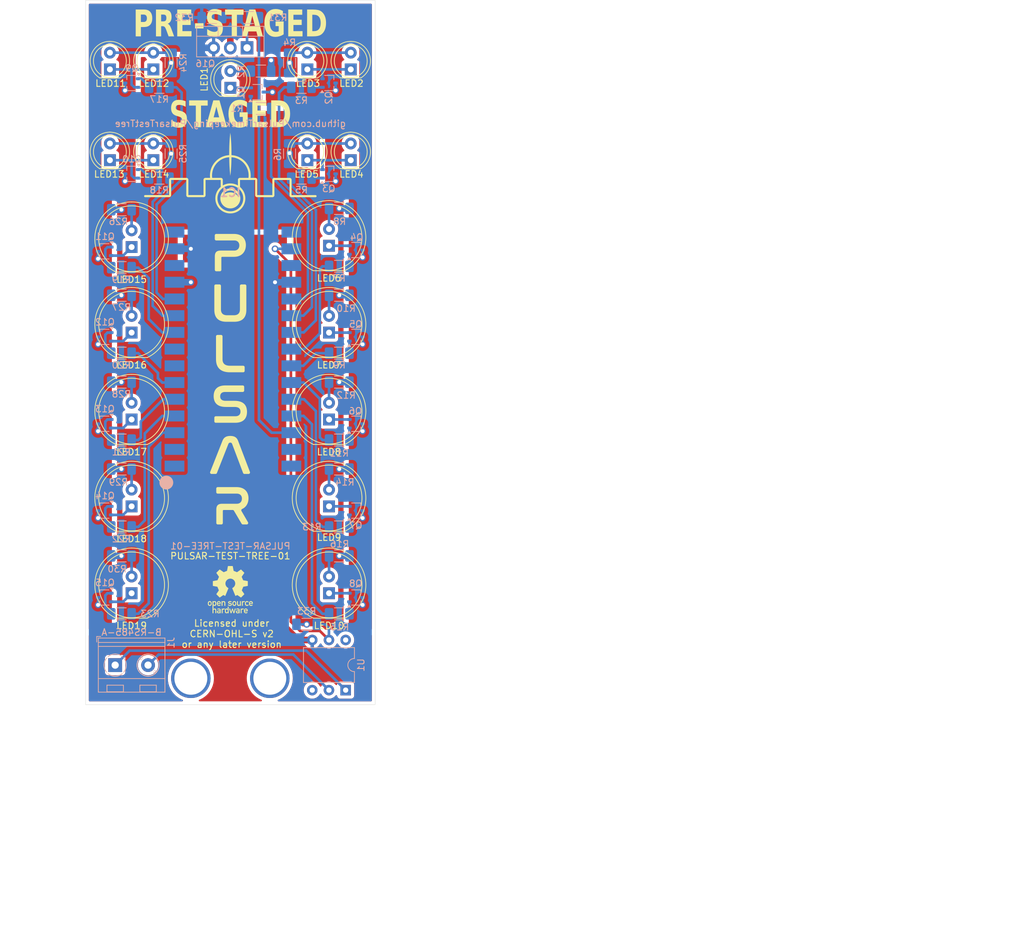
<source format=kicad_pcb>
(kicad_pcb (version 20240108) (generator "pcbnew") (generator_version "8.0")
  (layers (0 "F.Cu" signal "TOPELEC") (31 "B.Cu" signal "BOTELEC") (34 "B.Paste" user) (35 "F.Paste" user) (36 "B.SilkS" user "BOTSILK") (37 "F.SilkS" user "TOPSILK") (38 "B.Mask" user "BOTRESIST") (39 "F.Mask" user "TOPRESIST") (44 "Edge.Cuts" user "Board"))
  (net 0 "")
  (net 1 "RS485_B")
  (net 2 "RS485_A")
  (net 3 "Net-(LED1-K)")
  (net 4 "Net-(LED1-A)")
  (net 5 "Net-(LED2-A)")
  (net 6 "Net-(LED2-K)")
  (net 7 "Net-(LED4-A)")
  (net 8 "Net-(LED4-K)")
  (net 9 "Net-(LED6-A)")
  (net 10 "Net-(LED6-K)")
  (net 11 "Net-(LED7-K)")
  (net 12 "Net-(LED7-A)")
  (net 13 "Net-(LED8-A)")
  (net 14 "Net-(LED8-K)")
  (net 15 "Net-(LED9-K)")
  (net 16 "Net-(LED9-A)")
  (net 17 "Net-(LED10-A)")
  (net 18 "Net-(LED10-K)")
  (net 19 "Net-(LED11-K)")
  (net 20 "Net-(LED11-A)")
  (net 21 "Net-(LED13-A)")
  (net 22 "Net-(LED13-K)")
  (net 23 "Net-(LED15-A)")
  (net 24 "Net-(LED15-K)")
  (net 25 "Net-(LED16-K)")
  (net 26 "Net-(LED16-A)")
  (net 27 "Net-(LED17-A)")
  (net 28 "Net-(LED17-K)")
  (net 29 "Net-(LED18-A)")
  (net 30 "Net-(LED18-K)")
  (net 31 "Net-(LED19-K)")
  (net 32 "Net-(LED19-A)")
  (net 33 "Net-(Q1-B)")
  (net 34 "LED_PWM")
  (net 35 "Net-(Q2-B)")
  (net 36 "Net-(Q3-B)")
  (net 37 "Net-(Q4-B)")
  (net 38 "Net-(Q5-B)")
  (net 39 "Net-(Q6-B)")
  (net 40 "Net-(Q7-B)")
  (net 41 "Net-(Q8-B)")
  (net 42 "Net-(Q9-B)")
  (net 43 "Net-(Q10-B)")
  (net 44 "Net-(Q11-B)")
  (net 45 "Net-(Q12-B)")
  (net 46 "Net-(Q13-B)")
  (net 47 "Net-(Q14-B)")
  (net 48 "Net-(Q15-B)")
  (net 49 "Net-(Q16-G)")
  (net 50 "GND")
  (net 51 "~{READY}")
  (net 52 "+5VD")
  (net 53 "~{L_PRESTAGE}")
  (net 54 "~{L_STAGE}")
  (net 55 "~{L_1A}")
  (net 56 "~{L_2A}")
  (net 57 "~{L_3A}")
  (net 58 "~{L_GREEN}")
  (net 59 "~{L_RED}")
  (net 60 "~{R_PRESTAGE}")
  (net 61 "~{R_STAGE}")
  (net 62 "~{R_1A}")
  (net 63 "~{R_2A}")
  (net 64 "~{R_3A}")
  (net 65 "~{R_GREEN}")
  (net 66 "~{R_RED}")
  (net 67 "PWM_CTRL")
  (net 68 "UART_RXD")
  (footprint "LED_THT:LED_D5.0mm" (layer "F.Cu") (at 161.7 26.975 90)
    (property "Reference" "LED3")
    (property "Value" "AMBER")
  )
  (footprint "LED_THT:LED_D5.0mm" (layer "F.Cu") (at 150 29.775 90)
    (property "Reference" "LED1")
    (property "Value" "BLUE")
  )
  (footprint "LED_THT:LED_D10.0mm" (layer "F.Cu") (at 135 66.975 90)
    (property "Reference" "LED16")
    (property "Value" "YELLOW")
  )
  (footprint "LED_THT:LED_D10.0mm" (layer "F.Cu") (at 135 53.975 90)
    (property "Reference" "LED15")
    (property "Value" "YELLOW")
  )
  (footprint "LED_THT:LED_D10.0mm" (layer "F.Cu") (at 165 106.575 90)
    (property "Reference" "LED10")
    (property "Value" "RED")
  )
  (footprint "LED_THT:LED_D10.0mm" (layer "F.Cu") (at 135 93.375 90)
    (property "Reference" "LED18")
    (property "Value" "GREEN")
  )
  (footprint "LED_THT:LED_D10.0mm" (layer "F.Cu") (at 135 80.175 90)
    (property "Reference" "LED17")
    (property "Value" "YELLOW")
  )
  (footprint "LED_THT:LED_D5.0mm" (layer "F.Cu") (at 168.3 40.775 90)
    (property "Reference" "LED4")
    (property "Value" "AMBER")
  )
  (footprint "LED_THT:LED_D5.0mm" (layer "F.Cu") (at 161.7 40.775 90)
    (property "Reference" "LED5")
    (property "Value" "AMBER")
  )
  (footprint "LED_THT:LED_D10.0mm" (layer "F.Cu") (at 135 106.575 90)
    (property "Reference" "LED19")
    (property "Value" "RED")
  )
  (footprint "LED_THT:LED_D10.0mm" (layer "F.Cu") (at 165 53.775 90)
    (property "Reference" "LED6")
    (property "Value" "YELLOW")
  )
  (footprint "LED_THT:LED_D5.0mm" (layer "F.Cu") (at 131.7 26.975 90)
    (property "Reference" "LED11")
    (property "Value" "AMBER")
  )
  (footprint "LED_THT:LED_D5.0mm" (layer "F.Cu") (at 138.3 26.975 90)
    (property "Reference" "LED12")
    (property "Value" "AMBER")
  )
  (footprint "LED_THT:LED_D5.0mm" (layer "F.Cu") (at 168.3 26.975 90)
    (property "Reference" "LED2")
    (property "Value" "AMBER")
  )
  (footprint "LED_THT:LED_D10.0mm" (layer "F.Cu") (at 165 93.375 90)
    (property "Reference" "LED9")
    (property "Value" "GREEN")
  )
  (footprint "LED_THT:LED_D5.0mm" (layer "F.Cu") (at 131.7 40.775 90)
    (property "Reference" "LED13")
    (property "Value" "AMBER")
  )
  (footprint "LED_THT:LED_D10.0mm" (layer "F.Cu") (at 165 66.975 90)
    (property "Reference" "LED7")
    (property "Value" "YELLOW")
  )
  (footprint "LED_THT:LED_D10.0mm" (layer "F.Cu") (at 165 80.175 90)
    (property "Reference" "LED8")
    (property "Value" "YELLOW")
  )
  (footprint "LED_THT:LED_D5.0mm" (layer "F.Cu") (at 138.3 40.775 90)
    (property "Reference" "LED14")
    (property "Value" "AMBER")
  )
  (footprint "Package_TO_SOT_SMD:SOT-323_SC-70" (layer "B.Cu") (at 130.9 94.025 180)
    (property "Reference" "Q14")
    (property "Value" "BC817W")
  )
  (footprint "Resistor_SMD:R_1206_3216Metric_Pad1.30x1.75mm_HandSolder" (layer "B.Cu") (at 166.55 70.1 180)
    (property "Reference" "R9")
    (property "Value" "1k")
  )
  (footprint "Resistor_SMD:R_1206_3216Metric_Pad1.30x1.75mm_HandSolder" (layer "B.Cu") (at 154.65 27.235 180)
    (property "Reference" "R2")
    (property "Value" "100r")
  )
  (footprint "Package_TO_SOT_SMD:SOT-323_SC-70" (layer "B.Cu") (at 165 29.05)
    (property "Reference" "Q2")
    (property "Value" "BC817W")
  )
  (footprint "Resistor_SMD:R_1206_3216Metric_Pad1.30x1.75mm_HandSolder" (layer "B.Cu") (at 133.45 96.5)
    (property "Reference" "R22")
    (property "Value" "1k")
  )
  (footprint "Resistor_SMD:R_1206_3216Metric_Pad1.30x1.75mm_HandSolder" (layer "B.Cu") (at 133.45 61.3)
    (property "Reference" "R27")
    (property "Value" "180r")
  )
  (footprint "Package_DIP:DIP-6_W7.62mm" (layer "B.Cu") (at 167.525 121.3 90)
    (property "Reference" "U1")
    (property "Value" "4N25")
  )
  (footprint "Package_TO_SOT_SMD:SOT-323_SC-70" (layer "B.Cu") (at 154.1 30.425)
    (property "Reference" "Q1")
    (property "Value" "BC817W")
  )
  (footprint "Resistor_SMD:R_1206_3216Metric_Pad1.30x1.75mm_HandSolder" (layer "B.Cu") (at 133.45 109.7)
    (property "Reference" "R23")
    (property "Value" "1k")
  )
  (footprint "Resistor_SMD:R_1206_3216Metric_Pad1.30x1.75mm_HandSolder" (layer "B.Cu") (at 166.55 61.3 180)
    (property "Reference" "R10")
    (property "Value" "180r")
  )
  (footprint "Package_TO_SOT_SMD:SOT-323_SC-70" (layer "B.Cu") (at 169.1 54.425)
    (property "Reference" "Q4")
    (property "Value" "BC817W")
  )
  (footprint "Resistor_SMD:R_1206_3216Metric_Pad1.30x1.75mm_HandSolder" (layer "B.Cu") (at 159 25.985 90)
    (property "Reference" "R4")
    (property "Value" "100r")
  )
  (footprint "Resistor_SMD:R_1206_3216Metric_Pad1.30x1.75mm_HandSolder" (layer "B.Cu") (at 166.55 48.1 180)
    (property "Reference" "R8")
    (property "Value" "180r")
  )
  (footprint "Resistor_SMD:R_1206_3216Metric_Pad1.30x1.75mm_HandSolder" (layer "B.Cu") (at 166.55 83.3 180)
    (property "Reference" "R11")
    (property "Value" "1k")
  )
  (footprint "Resistor_SMD:R_1206_3216Metric_Pad1.30x1.75mm_HandSolder" (layer "B.Cu") (at 133.45 100.9)
    (property "Reference" "R30")
    (property "Value" "180r")
  )
  (footprint "Resistor_SMD:R_1206_3216Metric_Pad1.30x1.75mm_HandSolder" (layer "B.Cu") (at 166.55 96.5 180)
    (property "Reference" "R13")
    (property "Value" "1k")
  )
  (footprint "Resistor_SMD:R_1206_3216Metric_Pad1.30x1.75mm_HandSolder" (layer "B.Cu") (at 166.55 74.5 180)
    (property "Reference" "R12")
    (property "Value" "180r")
  )
  (footprint "Resistor_SMD:R_1206_3216Metric_Pad1.30x1.75mm_HandSolder" (layer "B.Cu") (at 133.45 70.1)
    (property "Reference" "R20")
    (property "Value" "1k")
  )
  (footprint "Package_TO_SOT_SMD:SOT-323_SC-70" (layer "B.Cu") (at 169.1 94.025)
    (property "Reference" "Q7")
    (property "Value" "BC817W")
  )
  (footprint "Package_TO_SOT_SMD:SOT-323_SC-70" (layer "B.Cu") (at 135 42.85 180)
    (property "Reference" "Q10")
    (property "Value" "BC817W")
  )
  (footprint "Resistor_SMD:R_1206_3216Metric_Pad1.30x1.75mm_HandSolder" (layer "B.Cu") (at 147.2 19.1 180)
    (property "Reference" "R32")
    (property "Value" "10k")
  )
  (footprint "Resistor_SMD:R_1206_3216Metric_Pad1.30x1.75mm_HandSolder" (layer "B.Cu") (at 152.8 19.1)
    (property "Reference" "R31")
    (property "Value" "330r")
  )
  (footprint "Resistor_SMD:R_1206_3216Metric_Pad1.30x1.75mm_HandSolder" (layer "B.Cu") (at 133.45 48.3)
    (property "Reference" "R26")
    (property "Value" "180r")
  )
  (footprint "Package_TO_SOT_SMD:SOT-323_SC-70" (layer "B.Cu") (at 135 29.05 180)
    (property "Reference" "Q9")
    (property "Value" "BC817W")
  )
  (footprint "Resistor_SMD:R_1206_3216Metric_Pad1.30x1.75mm_HandSolder" (layer "B.Cu") (at 141 25.985 90)
    (property "Reference" "R24")
    (property "Value" "100r")
  )
  (footprint "Package_TO_SOT_SMD:SOT-323_SC-70" (layer "B.Cu") (at 130.9 67.625 180)
    (property "Reference" "Q12")
    (property "Value" "BC817W")
  )
  (footprint "Resistor_SMD:R_1206_3216Metric_Pad1.30x1.75mm_HandSolder" (layer "B.Cu") (at 166.55 100.9 180)
    (property "Reference" "R16")
    (property "Value" "180r")
  )
  (footprint "Package_TO_SOT_SMD:SOT-323_SC-70" (layer "B.Cu") (at 130.9 54.625 180)
    (property "Reference" "Q11")
    (property "Value" "BC817W")
  )
  (footprint "Package_TO_SOT_SMD:SOT-323_SC-70" (layer "B.Cu") (at 169.1 107.225)
    (property "Reference" "Q8")
    (property "Value" "BC817W")
  )
  (footprint "Package_TO_SOT_SMD:SOT-323_SC-70" (layer "B.Cu") (at 169.1 67.625)
    (property "Reference" "Q5")
    (property "Value" "BC817W")
  )
  (footprint "Resistor_SMD:R_1206_3216Metric_Pad1.30x1.75mm_HandSolder" (layer "B.Cu") (at 161.6 111.3)
    (property "Reference" "R33")
    (property "Value" "330r")
  )
  (footprint "Package_TO_SOT_SMD:SOT-323_SC-70" (layer "B.Cu") (at 165 42.85)
    (property "Reference" "Q3")
    (property "Value" "BC817W")
  )
  (footprint "Resistor_SMD:R_1206_3216Metric_Pad1.30x1.75mm_HandSolder" (layer "B.Cu") (at 166.55 109.7 180)
    (property "Reference" "R15")
    (property "Value" "1k")
  )
  (footprint "Package_TO_SOT_THT:TO-220-3_Vertical" (layer "B.Cu") (at 152.54 23.7 180)
    (property "Reference" "Q16")
    (property "Value" "IRLZ34N")
  )
  (footprint "Package_TO_SOT_SMD:SOT-323_SC-70" (layer "B.Cu") (at 130.9 80.825 180)
    (property "Reference" "Q13")
    (property "Value" "BC817W")
  )
  (footprint "Resistor_SMD:R_1206_3216Metric_Pad1.30x1.75mm_HandSolder" (layer "B.Cu") (at 166.55 56.9 180)
    (property "Reference" "R7")
    (property "Value" "1k")
  )
  (footprint "Resistor_SMD:R_1206_3216Metric_Pad1.30x1.75mm_HandSolder" (layer "B.Cu") (at 166.55 87.7 180)
    (property "Reference" "R14")
    (property "Value" "100r")
  )
  (footprint "Package_TO_SOT_SMD:SOT-323_SC-70" (layer "B.Cu") (at 169.1 80.825)
    (property "Reference" "Q6")
    (property "Value" "BC817W")
  )
  (footprint "Resistor_SMD:R_1206_3216Metric_Pad1.30x1.75mm_HandSolder" (layer "B.Cu") (at 139.2 43.5)
    (property "Reference" "R18")
    (property "Value" "1k")
  )
  (footprint "KiCad:ABX00028_SM" (layer "B.Cu") (at 142.775 87.26 90)
    (property "Reference" "IC1")
    (property "Value" "ABX00028_SM" (hide yes))
  )
  (footprint "Resistor_SMD:R_1206_3216Metric_Pad1.30x1.75mm_HandSolder" (layer "B.Cu") (at 159 39.785 90)
    (property "Reference" "R6")
    (property "Value" "100r")
  )
  (footprint "Resistor_SMD:R_1206_3216Metric_Pad1.30x1.75mm_HandSolder" (layer "B.Cu") (at 141 39.785 90)
    (property "Reference" "R25")
    (property "Value" "100r")
  )
  (footprint "Resistor_SMD:R_1206_3216Metric_Pad1.30x1.75mm_HandSolder" (layer "B.Cu") (at 160.8 29.7 180)
    (property "Reference" "R3")
    (property "Value" "1k")
  )
  (footprint "Resistor_SMD:R_1206_3216Metric_Pad1.30x1.75mm_HandSolder" (layer "B.Cu") (at 133.45 74.5)
    (property "Reference" "R28")
    (property "Value" "180r")
  )
  (footprint "Resistor_SMD:R_1206_3216Metric_Pad1.30x1.75mm_HandSolder" (layer "B.Cu") (at 133.45 83.3)
    (property "Reference" "R21")
    (property "Value" "1k")
  )
  (footprint "Resistor_SMD:R_1206_3216Metric_Pad1.30x1.75mm_HandSolder" (layer "B.Cu") (at 139.2 29.7)
    (property "Reference" "R17")
    (property "Value" "1k")
  )
  (footprint "Resistor_SMD:R_1206_3216Metric_Pad1.30x1.75mm_HandSolder" (layer "B.Cu") (at 154.65 32.9)
    (property "Reference" "R1")
    (property "Value" "1k")
  )
  (footprint "Resistor_SMD:R_1206_3216Metric_Pad1.30x1.75mm_HandSolder" (layer "B.Cu") (at 133.45 57.1)
    (property "Reference" "R19")
    (property "Value" "1k")
  )
  (footprint "Package_TO_SOT_SMD:SOT-323_SC-70" (layer "B.Cu") (at 130.9 107.225 180)
    (property "Reference" "Q15")
    (property "Value" "BC817W")
  )
  (footprint "Resistor_SMD:R_1206_3216Metric_Pad1.30x1.75mm_HandSolder" (layer "B.Cu") (at 133.45 87.7)
    (property "Reference" "R29")
    (property "Value" "100r")
  )
  (footprint "TerminalBlock_RND:TerminalBlock_RND_205-00045_1x02_P5.00mm_Horizontal" (layer "B.Cu") (at 132.5 117.5)
    (property "Reference" "J1")
    (property "Value" "Screw_Terminal_01x02")
  )
  (footprint "Resistor_SMD:R_1206_3216Metric_Pad1.30x1.75mm_HandSolder" (layer "B.Cu") (at 160.8 43.5 180)
    (property "Reference" "R5")
    (property "Value" "1k")
  )
  (gr_poly (pts (xy 151.91613 108.894922) (xy 151.926594 108.895649) (xy 151.936845 108.896844) (xy 151.946891 108.898497) (xy 151.956741 108.900595) (xy 151.966403 108.903124) (xy 151.975884 108.906074) (xy 151.985193 108.909431) (xy 151.994337 108.913184) (xy 152.003326 108.917319) (xy 152.012167 108.921826) (xy 152.020867 108.92669) (xy 152.029436 108.931901) (xy 152.037881 108.937445) (xy 152.046211 108.943311) (xy 152.054433 108.949486) (xy 151.950412 109.073192) (xy 151.944197 109.068617) (xy 151.93818 109.064398) (xy 151.932329 109.060526) (xy 151.92661 109.056993) (xy 151.92099 109.05379) (xy 151.915436 109.050909) (xy 151.909915 109.048342) (xy 151.904394 109.046081) (xy 151.898839 109.044116) (xy 151.893217 109.042441) (xy 151.887496 109.041046) (xy 151.881642 109.039924) (xy 151.875621 109.039065) (xy 151.869402 109.038462) (xy 151.86295 109.038106) (xy 151.856233 109.037989) (xy 151.843081 109.038521) (xy 151.830063 109.040128) (xy 151.817277 109.042832) (xy 151.804823 109.046652) (xy 151.798751 109.048987) (xy 151.792798 109.051609) (xy 151.786978 109.05452) (xy 151.781302 109.057723) (xy 151.775783 109.061221) (xy 151.770432 109.065015) (xy 151.765264 109.069109) (xy 151.760289 109.073505) (xy 151.75552 109.078205) (xy 151.750969 109.083212) (xy 151.746649 109.088529) (xy 151.742572 109.094158) (xy 151.73875 109.100102) (xy 151.735196 109.106363) (xy 151.731922 109.112944) (xy 151.72894 109.119847) (xy 151.726263 109.127074) (xy 151.723903 109.134629) (xy 151.721872 109.142514) (xy 151.720183 109.150732) (xy 151.718848 109.159284) (xy 151.717879 109.168174) (xy 151.717288 109.177404) (xy 151.717089 109.186976) (xy 151.717089 109.61572) (xy 151.573777 109.61572) (xy 151.573777 108.90313) (xy 151.717089 108.90313) (xy 151.717089 108.979013) (xy 151.719946 108.979013) (xy 151.728606 108.968805) (xy 151.737715 108.959255) (xy 151.74726 108.950362) (xy 151.75723 108.942128) (xy 151.767611 108.934551) (xy 151.778392 108.927633) (xy 151.78956 108.921373) (xy 151.801102 108.915771) (xy 151.813007 108.910828) (xy 151.825262 108.906544) (xy 151.837854 108.902919) (xy 151.850772 108.899952) (xy 151.864002 108.897645) (xy 151.877533 108.895996) (xy 151.891351 108.895007) (xy 151.905445 108.894677)) (stroke (width -0.000001)) (fill solid) (layer "F.SilkS"))
  (gr_poly (pts (xy 151.168251 108.201972) (xy 151.168427 108.210942) (xy 151.168949 108.21967) (xy 151.169812 108.228155) (xy 151.171007 108.236393) (xy 151.172527 108.244381) (xy 151.174366 108.252116) (xy 151.176515 108.259596) (xy 151.178968 108.266818) (xy 151.181718 108.273778) (xy 151.184756 108.280474) (xy 151.188077 108.286904) (xy 151.191672 108.293063) (xy 151.195535 108.29895) (xy 151.199659 108.304562) (xy 151.204035 108.309895) (xy 151.208658 108.314947) (xy 151.213519 108.319714) (xy 151.218611 108.324195) (xy 151.223928 108.328387) (xy 151.229462 108.332285) (xy 151.235206 108.335888) (xy 151.241152 108.339193) (xy 151.247294 108.342197) (xy 151.253624 108.344896) (xy 151.260135 108.347289) (xy 151.26682 108.349372) (xy 151.273671 108.351142) (xy 151.280682 108.352597) (xy 151.287845 108.353734) (xy 151.295152 108.354549) (xy 151.302597 108.35504) (xy 151.310173 108.355205) (xy 151.31763 108.35504) (xy 151.324964 108.354549) (xy 151.332167 108.353734) (xy 151.339232 108.352597) (xy 151.346152 108.351142) (xy 151.352919 108.349372) (xy 151.359526 108.347289) (xy 151.365965 108.344896) (xy 151.372229 108.342197) (xy 151.37831 108.339193) (xy 151.384201 108.335888) (xy 151.389894 108.332285) (xy 151.395383 108.328387) (xy 151.400658 108.324195) (xy 151.405714 108.319714) (xy 151.410543 108.314947) (xy 151.415136 108.309895) (xy 151.419488 108.304562) (xy 151.423589 108.29895) (xy 151.427433 108.293063) (xy 151.431013 108.286904) (xy 151.43432 108.280474) (xy 151.437348 108.273778) (xy 151.440089 108.266818) (xy 151.442535 108.259596) (xy 151.444679 108.252116) (xy 151.446514 108.244381) (xy 151.448032 108.236393) (xy 151.449226 108.228155) (xy 151.450088 108.21967) (xy 151.45061 108.210942) (xy 151.450786 108.201972) (xy 151.450786 107.777513) (xy 151.594097 107.777513) (xy 151.594097 108.490182) (xy 151.450786 108.490182) (xy 151.450786 108.41422) (xy 151.448008 108.41422) (xy 151.439348 108.424428) (xy 151.430239 108.433979) (xy 151.420696 108.442871) (xy 151.410735 108.451106) (xy 151.40037 108.458682) (xy 151.389615 108.4656) (xy 151.378485 108.47186) (xy 151.366996 108.477462) (xy 151.355161 108.482405) (xy 151.342996 108.486689) (xy 151.330516 108.490314) (xy 151.317735 108.493281) (xy 151.304668 108.495588) (xy 151.291329 108.497237) (xy 151.277734 108.498226) (xy 151.263898 108.498556) (xy 151.25332 108.498305) (xy 151.242685 108.497553) (xy 151.221349 108.494556) (xy 151.200094 108.489579) (xy 151.189562 108.486352) (xy 151.179127 108.482636) (xy 151.168816 108.478432) (xy 151.158654 108.473741) (xy 151.148666 108.468567) (xy 151.13888 108.46291) (xy 151.12932 108.456772) (xy 151.120012 108.450155) (xy 151.110982 108.443061) (xy 151.102255 108.435492) (xy 151.093858 108.42745) (xy 151.085816 108.418936) (xy 151.078155 108.409952) (xy 151.070901 108.4005) (xy 151.064079 108.390582) (xy 151.057715 108.380199) (xy 151.051835 108.369354) (xy 151.046465 108.358047) (xy 151.04163 108.346282) (xy 151.037356 108.33406) (xy 151.033669 108.321382) (xy 151.030595 108.30825) (xy 151.028159 108.294667) (xy 151.026387 108.280633) (xy 151.025305 108.266152) (xy 151.024939 108.251224) (xy 151.024939 107.777513) (xy 151.168251 107.777513)) (stroke (width -0.000001)) (fill solid) (layer "F.SilkS"))
  (gr_poly (pts (xy 151.894584 75.000289) (xy 151.905885 75.001148) (xy 151.917021 75.002563) (xy 151.927979 75.00452) (xy 151.938746 75.007004) (xy 151.949306 75.010003) (xy 151.959646 75.013501) (xy 151.969751 75.017485) (xy 151.979609 75.02194) (xy 151.989205 75.026854) (xy 151.998524 75.032212) (xy 152.007554 75.038) (xy 152.016279 75.044204) (xy 152.024687 75.050809) (xy 152.032762 75.057803) (xy 152.040491 75.065172) (xy 152.04786 75.0729) (xy 152.054856 75.080974) (xy 152.061463 75.089381) (xy 152.067668 75.098106) (xy 152.073457 75.107135) (xy 152.078816 75.116455) (xy 152.083731 75.126051) (xy 152.088188 75.135909) (xy 152.092174 75.146016) (xy 152.095673 75.156357) (xy 152.098672 75.166919) (xy 152.101157 75.177687) (xy 152.103115 75.188648) (xy 152.10453 75.199787) (xy 152.10539 75.211091) (xy 152.105679 75.222546) (xy 152.105679 75.769323) (xy 152.10539 75.780774) (xy 152.10453 75.792074) (xy 152.103115 75.803211) (xy 152.101157 75.814169) (xy 152.098672 75.824935) (xy 152.095673 75.835495) (xy 152.092174 75.845835) (xy 152.088188 75.855941) (xy 152.083731 75.865799) (xy 152.078816 75.875395) (xy 152.073457 75.884714) (xy 152.067668 75.893744) (xy 152.061463 75.902469) (xy 152.054856 75.910876) (xy 152.04786 75.918952) (xy 152.040491 75.926681) (xy 152.032762 75.93405) (xy 152.024687 75.941045) (xy 152.016279 75.947653) (xy 152.007554 75.953858) (xy 151.998524 75.959647) (xy 151.989205 75.965006) (xy 151.979609 75.969921) (xy 151.969751 75.974378) (xy 151.959646 75.978363) (xy 151.949306 75.981863) (xy 151.938746 75.984862) (xy 151.927979 75.987347) (xy 151.917021 75.989305) (xy 151.905885 75.99072) (xy 151.894584 75.99158) (xy 151.883133 75.991869) (xy 149.197252 75.991869) (xy 149.150015 75.992677) (xy 149.104441 75.995081) (xy 149.060521 75.999052) (xy 149.018243 76.004561) (xy 148.977596 76.011578) (xy 148.938571 76.020075) (xy 148.901156 76.030021) (xy 148.86534 76.041388) (xy 148.831112 76.054147) (xy 148.798463 76.068267) (xy 148.76738 76.083721) (xy 148.737853 76.100479) (xy 148.709872 76.118511) (xy 148.683426 76.137788) (xy 148.658503 76.158281) (xy 148.635094 76.179961) (xy 148.613186 76.202799) (xy 148.592771 76.226765) (xy 148.573836 76.25183) (xy 148.556371 76.277964) (xy 148.540365 76.305139) (xy 148.525807 76.333326) (xy 148.512687 76.362494) (xy 148.500994 76.392615) (xy 148.490717 76.42366) (xy 148.481845 76.455599) (xy 148.474368 76.488403) (xy 148.468274 76.522043) (xy 148.460195 76.591713) (xy 148.457521 76.664375) (xy 148.459666 76.728715) (xy 148.466403 76.792206) (xy 148.471637 76.823492) (xy 148.478189 76.854395) (xy 148.486118 76.884857) (xy 148.495479 76.914824) (xy 148.506331 76.944236) (xy 148.518729 76.973037) (xy 148.532731 77.001171) (xy 148.548394 77.02858) (xy 148.565774 77.055208) (xy 148.584929 77.080997) (xy 148.605916 77.10589) (xy 148.628791 77.129831) (xy 148.653612 77.152762) (xy 148.680435 77.174627) (xy 148.709317 77.195368) (xy 148.740315 77.214928) (xy 148.773487 77.233252) (xy 148.808889 77.25028) (xy 148.846578 77.265958) (xy 148.886611 77.280227) (xy 148.929044 77.293031) (xy 148.973936 77.304312) (xy 149.021343 77.314014) (xy 149.071321 77.32208) (xy 149.123929 77.328453) (xy 149.179222 77.333075) (xy 149.237257 77.33589) (xy 149.298092 77.336841) (xy 150.626257 77.336841) (xy 150.767812 77.339326) (xy 150.902573 77.346669) (xy 151.030691 77.358707) (xy 151.152316 77.375274) (xy 151.2676 77.396207) (xy 151.376694 77.421339) (xy 151.479748 77.450507) (xy 151.576913 77.483547) (xy 151.668339 77.520292) (xy 151.754179 77.560579) (xy 151.834582 77.604243) (xy 151.9097 77.651119) (xy 151.979683 77.701043) (xy 152.044682 77.75385) (xy 152.104848 77.809374) (xy 152.160332 77.867452) (xy 152.211285 77.92792) (xy 152.257857 77.990611) (xy 152.3002 78.055361) (xy 152.338463 78.122007) (xy 152.372799 78.190382) (xy 152.403358 78.260323) (xy 152.453747 78.404243) (xy 152.490839 78.552448) (xy 152.515838 78.703621) (xy 152.529953 78.856444) (xy 152.53439 79.009601) (xy 152.528315 79.186215) (xy 152.509828 79.356254) (xy 152.495806 79.438599) (xy 152.478534 79.519051) (xy 152.457962 79.597526) (xy 152.43404 79.673942) (xy 152.40672 79.748215) (xy 152.375952 79.820262) (xy 152.341687 79.890001) (xy 152.303876 79.957347) (xy 152.262469 80.022219) (xy 152.217418 80.084532) (xy 152.168672 80.144204) (xy 152.116184 80.201151) (xy 152.059902 80.255291) (xy 151.999779 80.306541) (xy 151.935765 80.354816) (xy 151.867811 80.400035) (xy 151.795867 80.442114) (xy 151.719884 80.48097) (xy 151.639814 80.51652) (xy 151.555606 80.54868) (xy 151.467212 80.577368) (xy 151.374582 80.602501) (xy 151.277667 80.623995) (xy 151.176418 80.641768) (xy 151.070786 80.655735) (xy 150.96072 80.665815) (xy 150.846173 80.671924) (xy 150.727095 80.673979) (xy 147.789034 80.673979) (xy 147.777579 80.673689) (xy 147.766275 80.672829) (xy 147.755135 80.671414) (xy 147.744174 80.669457) (xy 147.733405 80.666971) (xy 147.722842 80.663972) (xy 147.712499 80.660472) (xy 147.702391 80.656487) (xy 147.692531 80.652029) (xy 147.682934 80.647114) (xy 147.673612 80.641754) (xy 147.664581 80.635965) (xy 147.655854 80.629759) (xy 147.647446 80.623151) (xy 147.639369 80.616155) (xy 147.631639 80.608785) (xy 147.624269 80.601055) (xy 147.617273 80.592978) (xy 147.610665 80.584569) (xy 147.604459 80.575842) (xy 147.59867 80.566811) (xy 147.59331 80.55749) (xy 147.588395 80.547892) (xy 147.583937 80.538032) (xy 147.579952 80.527924) (xy 147.576452 80.517581) (xy 147.573453 80.507018) (xy 147.570968 80.496249) (xy 147.56901 80.485287) (xy 147.567595 80.474148) (xy 147.566735 80.462843) (xy 147.566445 80.451388) (xy 147.566445 79.904656) (xy 147.566735 79.893201) (xy 147.567595 79.881896) (xy 147.56901 79.870756) (xy 147.570968 79.859795) (xy 147.573453 79.849025) (xy 147.576452 79.838463) (xy 147.579952 79.82812) (xy 147.583937 79.818012) (xy 147.588395 79.808152) (xy 147.59331 79.798554) (xy 147.59867 79.789233) (xy 147.604459 79.780201) (xy 147.610665 79.771475) (xy 147.617273 79.763066) (xy 147.624269 79.754989) (xy 147.631639 79.747259) (xy 147.639369 79.739889) (xy 147.647446 79.732893) (xy 147.655854 79.726285) (xy 147.664581 79.720079) (xy 147.673612 79.714289) (xy 147.682934 79.70893) (xy 147.692531 79.704014) (xy 147.702391 79.699557) (xy 147.712499 79.695571) (xy 147.722842 79.692072) (xy 147.733405 79.689073) (xy 147.744174 79.686587) (xy 147.755135 79.68463) (xy 147.766275 79.683214) (xy 147.777579 79.682355) (xy 147.789034 79.682065) (xy 150.76075 79.682065) (xy 150.810324 79.681209) (xy 150.858184 79.67866) (xy 150.904338 79.674453) (xy 150.948796 79.668619) (xy 150.991567 79.66119) (xy 151.032661 79.652199) (xy 151.072086 79.641677) (xy 151.109851 79.629659) (xy 151.145967 79.616175) (xy 151.180442 79.601258) (xy 151.213285 79.58494) (xy 151.244507 79.567254) (xy 151.274115 79.548232) (xy 151.302119 79.527907) (xy 151.328529 79.50631) (xy 151.353353 79.483474) (xy 151.376601 79.459432) (xy 151.398283 79.434216) (xy 151.418407 79.407857) (xy 151.436982 79.380389) (xy 151.454019 79.351843) (xy 151.469525 79.322253) (xy 151.483511 79.29165) (xy 151.495985 79.260066) (xy 151.506958 79.227535) (xy 151.516437 79.194088) (xy 151.524432 79.159757) (xy 151.530954 79.124576) (xy 151.539609 79.051789) (xy 151.542478 78.975987) (xy 151.540137 78.907105) (xy 151.53281 78.839454) (xy 151.527134 78.806228) (xy 151.520041 78.773477) (xy 151.511473 78.741255) (xy 151.501374 78.709619) (xy 151.489686 78.678622) (xy 151.476353 78.648321) (xy 151.461318 78.618771) (xy 151.444524 78.590028) (xy 151.425913 78.562146) (xy 151.405429 78.535182) (xy 151.383015 78.509191) (xy 151.358613 78.484228) (xy 151.332168 78.460348) (xy 151.303621 78.437608) (xy 151.272916 78.416061) (xy 151.239997 78.395765) (xy 151.204805 78.376774) (xy 151.167284 78.359144) (xy 151.127377 78.342929) (xy 151.085027 78.328187) (xy 151.040177 78.314971) (xy 150.992771 78.303337) (xy 150.94275 78.293341) (xy 150.890059 78.285039) (xy 150.834639 78.278485) (xy 150.776435 78.273735) (xy 150.715389 78.270844) (xy 150.651445 78.269868) (xy 149.331705 78.269868) (xy 149.193228 78.267408) (xy 149.0614 78.26014) (xy 148.936074 78.24823) (xy 148.817102 78.231844) (xy 148.704336 78.211149) (xy 148.597628 78.18631) (xy 148.496831 78.157493) (xy 148.401797 78.124866) (xy 148.312378 78.088594) (xy 148.228426 78.048844) (xy 148.149794 78.005781) (xy 148.076333 77.959572) (xy 148.007896 77.910384) (xy 147.944336 77.858381) (xy 147.885504 77.803732) (xy 147.831252 77.746601) (xy 147.781434 77.687155) (xy 147.7359 77.625561) (xy 147.694504 77.561984) (xy 147.657097 77.496592) (xy 147.623532 77.429549) (xy 147.593661 77.361022) (xy 147.54441 77.220182) (xy 147.508161 77.075403) (xy 147.483733 76.928013) (xy 147.469943 76.779342) (xy 147.465609 76.630721) (xy 147.471581 76.457261) (xy 147.489744 76.290352) (xy 147.503511 76.209554) (xy 147.520465 76.130633) (xy 147.540652 76.053671) (xy 147.564116 75.978746) (xy 147.590905 75.90594) (xy 147.621065 75.835331) (xy 147.654642 75.767) (xy 147.691682 75.701027) (xy 147.732231 75.637493) (xy 147.776336 75.576476) (xy 147.824042 75.518057) (xy 147.875395 75.462317) (xy 147.930443 75.409334) (xy 147.989231 75.35919) (xy 148.051805 75.311964) (xy 148.118212 75.267736) (xy 148.188497 75.226587) (xy 148.262706 75.188596) (xy 148.340887 75.153843) (xy 148.423085 75.122409) (xy 148.509346 75.094373) (xy 148.599717 75.069815) (xy 148.694243 75.048816) (xy 148.792971 75.031456) (xy 148.895946 75.017814) (xy 149.003216 75.00797) (xy 149.114826 75.002006) (xy 149.230823 75) (xy 151.883133 75)) (stroke (width -0.000001)) (fill solid) (layer "F.SilkS"))
  (gr_poly (pts (xy 151.054741 90.451132) (xy 151.168138 90.457933) (xy 151.277317 90.469117) (xy 151.382312 90.484562) (xy 151.483157 90.504145) (xy 151.579887 90.527741) (xy 151.672534 90.555228) (xy 151.761133 90.586484) (xy 151.845719 90.621384) (xy 151.926323 90.659805) (xy 152.002982 90.701625) (xy 152.075727 90.746721) (xy 152.144594 90.794968) (xy 152.209616 90.846245) (xy 152.270827 90.900428) (xy 152.328261 90.957393) (xy 152.381951 91.017018) (xy 152.431932 91.07918) (xy 152.478238 91.143755) (xy 152.520902 91.21062) (xy 152.559958 91.279653) (xy 152.59544 91.350729) (xy 152.627382 91.423727) (xy 152.655818 91.498522) (xy 152.680782 91.574992) (xy 152.702308 91.653013) (xy 152.735179 91.813218) (xy 152.754702 91.978151) (xy 152.76115 92.146828) (xy 152.75791 92.266619) (xy 152.748052 92.386766) (xy 152.731368 92.506665) (xy 152.707649 92.625709) (xy 152.676688 92.743293) (xy 152.638277 92.858813) (xy 152.592207 92.971662) (xy 152.538272 93.081235) (xy 152.476263 93.186927) (xy 152.405972 93.288134) (xy 152.327191 93.384248) (xy 152.239712 93.474666) (xy 152.192646 93.51755) (xy 152.143327 93.558782) (xy 152.09173 93.598287) (xy 152.037829 93.63599) (xy 151.981597 93.671815) (xy 151.923009 93.705686) (xy 151.862039 93.737527) (xy 151.79866 93.767263) (xy 151.787399 93.772622) (xy 151.776568 93.778498) (xy 151.766177 93.784871) (xy 151.756232 93.791716) (xy 151.746743 93.799012) (xy 151.737718 93.806736) (xy 151.729166 93.814865) (xy 151.721094 93.823378) (xy 151.71351 93.832251) (xy 151.706425 93.841461) (xy 151.699844 93.850987) (xy 151.693778 93.860805) (xy 151.688234 93.870894) (xy 151.683221 93.88123) (xy 151.678747 93.891791) (xy 151.67482 93.902555) (xy 151.671449 93.913499) (xy 151.668643 93.9246) (xy 151.666408 93.935836) (xy 151.664755 93.947184) (xy 151.66369 93.958623) (xy 151.663223 93.970128) (xy 151.663362 93.981678) (xy 151.664115 93.99325) (xy 151.665491 94.004822) (xy 151.667498 94.01637) (xy 151.670143 94.027873) (xy 151.673437 94.039308) (xy 151.677386 94.050653) (xy 151.682 94.061884) (xy 151.687286 94.07298) (xy 151.693254 94.083917) (xy 152.684359 95.788383) (xy 152.691889 95.802397) (xy 152.698309 95.816591) (xy 152.703643 95.830924) (xy 152.707915 95.845355) (xy 152.711148 95.859842) (xy 152.713366 95.874345) (xy 152.714592 95.888824) (xy 152.714851 95.903236) (xy 152.714165 95.917541) (xy 152.712558 95.931699) (xy 152.710054 95.945667) (xy 152.706677 95.959406) (xy 152.70245 95.972874) (xy 152.697396 95.98603) (xy 152.691539 95.998833) (xy 152.684903 96.011242) (xy 152.677511 96.023217) (xy 152.669387 96.034716) (xy 152.660555 96.045698) (xy 152.651038 96.056123) (xy 152.64086 96.065949) (xy 152.630043 96.075136) (xy 152.618613 96.083642) (xy 152.606592 96.091427) (xy 152.594004 96.098449) (xy 152.580873 96.104668) (xy 152.567222 96.110043) (xy 152.553075 96.114532) (xy 152.538455 96.118095) (xy 152.523386 96.120691) (xy 152.507892 96.122278) (xy 152.491996 96.122816) (xy 151.904788 96.122816) (xy 151.890092 96.122332) (xy 151.875574 96.120896) (xy 151.861273 96.118529) (xy 151.847228 96.115255) (xy 151.833479 96.111095) (xy 151.820066 96.106073) (xy 151.807028 96.100212) (xy 151.794405 96.093533) (xy 151.782236 96.086059) (xy 151.770561 96.077813) (xy 151.75942 96.068817) (xy 151.748852 96.059095) (xy 151.738896 96.048668) (xy 151.729593 96.037559) (xy 151.720982 96.02579) (xy 151.713102 96.013385) (xy 150.547753 94.038364) (xy 150.543903 94.032079) (xy 150.539866 94.025952) (xy 150.535645 94.019983) (xy 150.531248 94.014177) (xy 150.526677 94.008536) (xy 150.521939 94.003062) (xy 150.517038 93.99776) (xy 150.51198 93.992631) (xy 150.506768 93.987678) (xy 150.501408 93.982904) (xy 150.495906 93.978312) (xy 150.490265 93.973905) (xy 150.484491 93.969685) (xy 150.478589 93.965656) (xy 150.472564 93.96182) (xy 150.46642 93.95818) (xy 150.460163 93.954739) (xy 150.453798 93.951499) (xy 150.447329 93.948464) (xy 150.440762 93.945636) (xy 150.434101 93.943018) (xy 150.427351 93.940613) (xy 150.420518 93.938424) (xy 150.413606 93.936453) (xy 150.40662 93.934704) (xy 150.399565 93.933178) (xy 150.392447 93.93188) (xy 150.385269 93.930811) (xy 150.378037 93.929975) (xy 150.370756 93.929374) (xy 150.363431 93.929012) (xy 150.356067 93.928891) (xy 149.003731 93.928891) (xy 148.986889 93.929387) (xy 148.971044 93.930892) (xy 148.9635 93.932031) (xy 148.956209 93.933431) (xy 148.949173 93.935096) (xy 148.942395 93.937029) (xy 148.935874 93.939232) (xy 148.929614 93.941709) (xy 148.923616 93.944464) (xy 148.91788 93.947498) (xy 148.912409 93.950816) (xy 148.907205 93.954419) (xy 148.902268 93.958313) (xy 148.897601 93.962498) (xy 148.893204 93.966979) (xy 148.88908 93.971759) (xy 148.88523 93.976841) (xy 148.881655 93.982227) (xy 148.878357 93.987921) (xy 148.875338 93.993927) (xy 148.872599 94.000246) (xy 148.870142 94.006883) (xy 148.867969 94.01384) (xy 148.86608 94.02112) (xy 148.864477 94.028727) (xy 148.863162 94.036663) (xy 148.862137 94.044932) (xy 148.861403 94.053537) (xy 148.860961 94.06248) (xy 148.860813 94.071766) (xy 148.860813 95.90027) (xy 148.860524 95.911721) (xy 148.859664 95.923021) (xy 148.858249 95.934158) (xy 148.856291 95.945116) (xy 148.853806 95.955882) (xy 148.850807 95.966443) (xy 148.847307 95.976782) (xy 148.843322 95.986888) (xy 148.838865 95.996746) (xy 148.83395 96.006342) (xy 148.828591 96.015661) (xy 148.822802 96.024691) (xy 148.816596 96.033416) (xy 148.809989 96.041824) (xy 148.802994 96.049899) (xy 148.795625 96.057628) (xy 148.787895 96.064997) (xy 148.77982 96.071992) (xy 148.771412 96.0786) (xy 148.762687 96.084805) (xy 148.753657 96.090594) (xy 148.744338 96.095953) (xy 148.734742 96.100868) (xy 148.724884 96.105325) (xy 148.714778 96.10931) (xy 148.704438 96.11281) (xy 148.693877 96.115809) (xy 148.683111 96.118294) (xy 148.672152 96.120252) (xy 148.661015 96.121667) (xy 148.649714 96.122527) (xy 148.638263 96.122816) (xy 148.091444 96.122816) (xy 148.079994 96.122527) (xy 148.068693 96.121667) (xy 148.057557 96.120252) (xy 148.046598 96.118294) (xy 148.035832 96.115809) (xy 148.025272 96.11281) (xy 148.014932 96.10931) (xy 148.004827 96.105325) (xy 147.994969 96.100868) (xy 147.985374 96.095953) (xy 147.976054 96.090594) (xy 147.967025 96.084805) (xy 147.9583 96.0786) (xy 147.949892 96.071992) (xy 147.941817 96.064997) (xy 147.934088 96.057628) (xy 147.926719 96.049899) (xy 147.919724 96.041824) (xy 147.913117 96.033416) (xy 147.906912 96.024691) (xy 147.901123 96.015661) (xy 147.895764 96.006342) (xy 147.890849 95.996746) (xy 147.886392 95.986888) (xy 147.882407 95.976782) (xy 147.878908 95.966443) (xy 147.875909 95.955882) (xy 147.873424 95.945116) (xy 147.871466 95.934158) (xy 147.870051 95.923021) (xy 147.869191 95.911721) (xy 147.868902 95.90027) (xy 147.868902 93.878472) (xy 147.872074 93.763092) (xy 147.876063 93.708672) (xy 147.881675 93.656404) (xy 147.888924 93.606266) (xy 147.897826 93.558236) (xy 147.908396 93.512294) (xy 147.920651 93.468417) (xy 147.934605 93.426584) (xy 147.950273 93.386774) (xy 147.967672 93.348964) (xy 147.986816 93.313134) (xy 148.007721 93.279261) (xy 148.030402 93.247325) (xy 148.054875 93.217303) (xy 148.081155 93.189175) (xy 148.109258 93.162918) (xy 148.139199 93.138512) (xy 148.170992 93.115934) (xy 148.204655 93.095163) (xy 148.240202 93.076177) (xy 148.277648 93.058956) (xy 148.317009 93.043476) (xy 148.358301 93.029718) (xy 148.401538 93.017659) (xy 148.446737 93.007277) (xy 148.493912 92.998552) (xy 148.543078 92.991462) (xy 148.64745 92.982099) (xy 148.759973 92.979016) (xy 150.970708 92.979016) (xy 151.022527 92.977895) (xy 151.072395 92.974575) (xy 151.120333 92.969126) (xy 151.166362 92.961613) (xy 151.2105 92.952106) (xy 151.252769 92.940672) (xy 151.293187 92.927379) (xy 151.331776 92.912294) (xy 151.368554 92.895486) (xy 151.403543 92.877021) (xy 151.436761 92.856967) (xy 151.46823 92.835393) (xy 151.497968 92.812366) (xy 151.525997 92.787954) (xy 151.552335 92.762224) (xy 151.577004 92.735245) (xy 151.600023 92.707083) (xy 151.621411 92.677808) (xy 151.64119 92.647485) (xy 151.659378 92.616184) (xy 151.675997 92.583971) (xy 151.691065 92.550915) (xy 151.704604 92.517083) (xy 151.716632 92.482544) (xy 151.736239 92.411611) (xy 151.750046 92.338659) (xy 151.758213 92.26423) (xy 151.7609 92.188865) (xy 151.758029 92.113972) (xy 151.754423 92.077173) (xy 151.749357 92.040875) (xy 151.742819 92.005132) (xy 151.734799 91.969994) (xy 151.725286 91.935516) (xy 151.714269 91.901748) (xy 151.701737 91.868743) (xy 151.68768 91.836555) (xy 151.672086 91.805234) (xy 151.654946 91.774833) (xy 151.636248 91.745405) (xy 151.615982 91.717003) (xy 151.594136 91.689677) (xy 151.570701 91.663482) (xy 151.545664 91.638468) (xy 151.519016 91.614689) (xy 151.490746 91.592196) (xy 151.460843 91.571043) (xy 151.429296 91.551281) (xy 151.396094 91.532963) (xy 151.361227 91.516141) (xy 151.324684 91.500867) (xy 151.286454 91.487195) (xy 151.246527 91.475175) (xy 151.204891 91.464861) (xy 151.161536 91.456305) (xy 151.116451 91.44956) (xy 151.069625 91.444676) (xy 151.021048 91.441708) (xy 150.970708 91.440707) (xy 148.083066 91.440707) (xy 148.071614 91.440417) (xy 148.060313 91.439558) (xy 148.049177 91.438143) (xy 148.038218 91.436187) (xy 148.027452 91.433702) (xy 148.016891 91.430704) (xy 148.006551 91.427206) (xy 147.996445 91.423222) (xy 147.986587 91.418766) (xy 147.976991 91.413852) (xy 147.967672 91.408495) (xy 147.958642 91.402707) (xy 147.949916 91.396503) (xy 147.941509 91.389897) (xy 147.933434 91.382903) (xy 147.925704 91.375535) (xy 147.918335 91.367807) (xy 147.91134 91.359732) (xy 147.904732 91.351326) (xy 147.898527 91.342601) (xy 147.892738 91.333571) (xy 147.887379 91.324252) (xy 147.882464 91.314656) (xy 147.878007 91.304797) (xy 147.874021 91.294691) (xy 147.870522 91.284349) (xy 147.867523 91.273788) (xy 147.865037 91.263019) (xy 147.86308 91.252059) (xy 147.861665 91.240919) (xy 147.860805 91.229615) (xy 147.860515 91.218161) (xy 147.860515 90.671384) (xy 147.860805 90.659933) (xy 147.861665 90.648632) (xy 147.86308 90.637496) (xy 147.865037 90.626538) (xy 147.867523 90.615771) (xy 147.870522 90.605211) (xy 147.874021 90.594871) (xy 147.878007 90.584765) (xy 147.882464 90.574908) (xy 147.887379 90.565312) (xy 147.892738 90.555993) (xy 147.898527 90.546963) (xy 147.904732 90.538238) (xy 147.91134 90.52983) (xy 147.918335 90.521755) (xy 147.925704 90.514026) (xy 147.933434 90.506657) (xy 147.941509 90.499661) (xy 147.949916 90.493054) (xy 147.958642 90.486849) (xy 147.967672 90.48106) (xy 147.976991 90.475701) (xy 147.986587 90.470786) (xy 147.996445 90.466328) (xy 148.006551 90.462343) (xy 148.016891 90.458844) (xy 148.027452 90.455845) (xy 148.038218 90.453359) (xy 148.049177 90.451402) (xy 148.060313 90.449987) (xy 148.071614 90.449127) (xy 148.083066 90.448837) (xy 150.937094 90.448837)) (stroke (width -0.000001)) (fill solid) (layer "F.SilkS"))
  (gr_poly (pts (xy 150.659834 51.980358) (xy 150.773231 51.987159) (xy 150.882411 51.998343) (xy 150.987407 52.013788) (xy 151.088253 52.033371) (xy 151.184984 52.056967) (xy 151.277633 52.084454) (xy 151.366234 52.11571) (xy 151.450821 52.15061) (xy 151.531427 52.189031) (xy 151.608087 52.230851) (xy 151.680835 52.275947) (xy 151.749703 52.324194) (xy 151.814727 52.375471) (xy 151.87594 52.429654) (xy 151.933376 52.486619) (xy 151.987069 52.546244) (xy 152.037052 52.608406) (xy 152.083359 52.672981) (xy 152.126025 52.739846) (xy 152.165083 52.808879) (xy 152.200567 52.879955) (xy 152.232511 52.952953) (xy 152.260949 53.027748) (xy 152.285914 53.104218) (xy 152.307441 53.182239) (xy 152.340314 53.342444) (xy 152.359839 53.507377) (xy 152.366287 53.676054) (xy 152.360393 53.837366) (xy 152.342383 53.9988) (xy 152.311765 54.158904) (xy 152.268045 54.316225) (xy 152.241118 54.393388) (xy 152.210731 54.46931) (xy 152.176822 54.54381) (xy 152.13933 54.616706) (xy 152.098194 54.687816) (xy 152.053351 54.756959) (xy 152.00474 54.823954) (xy 151.952299 54.888618) (xy 151.895967 54.95077) (xy 151.835683 55.010229) (xy 151.771384 55.066812) (xy 151.70301 55.120338) (xy 151.630498 55.170626) (xy 151.553787 55.217495) (xy 151.472816 55.260761) (xy 151.387522 55.300244) (xy 151.297845 55.335762) (xy 151.203722 55.367134) (xy 151.105093 55.394177) (xy 151.001895 55.416711) (xy 150.894067 55.434554) (xy 150.781547 55.447523) (xy 150.664274 55.455438) (xy 150.542186 55.458117) (xy 148.776929 55.458117) (xy 148.760088 55.458613) (xy 148.744245 55.460118) (xy 148.736701 55.461257) (xy 148.729411 55.462657) (xy 148.722377 55.464322) (xy 148.7156 55.466255) (xy 148.709081 55.468458) (xy 148.702823 55.470935) (xy 148.696826 55.47369) (xy 148.691092 55.476724) (xy 148.685623 55.480042) (xy 148.680421 55.483645) (xy 148.675486 55.487539) (xy 148.670821 55.491724) (xy 148.666426 55.496205) (xy 148.662304 55.500985) (xy 148.658455 55.506067) (xy 148.654883 55.511453) (xy 148.651587 55.517147) (xy 148.648569 55.523153) (xy 148.645832 55.529472) (xy 148.643377 55.536109) (xy 148.641204 55.543066) (xy 148.639316 55.550346) (xy 148.637715 55.557953) (xy 148.636401 55.565889) (xy 148.635377 55.574158) (xy 148.634643 55.582763) (xy 148.634202 55.591706) (xy 148.634054 55.600992) (xy 148.634054 57.429496) (xy 148.633764 57.440947) (xy 148.632905 57.452247) (xy 148.631489 57.463384) (xy 148.629532 57.474342) (xy 148.627047 57.485108) (xy 148.624047 57.495669) (xy 148.620548 57.506008) (xy 148.616562 57.516114) (xy 148.612105 57.525972) (xy 148.60719 57.535568) (xy 148.60183 57.544887) (xy 148.59604 57.553917) (xy 148.589835 57.562642) (xy 148.583227 57.57105) (xy 148.576231 57.579125) (xy 148.568861 57.586854) (xy 148.56113 57.594223) (xy 148.553054 57.601218) (xy 148.544645 57.607826) (xy 148.535918 57.614031) (xy 148.526887 57.61982) (xy 148.517566 57.625179) (xy 148.507968 57.630094) (xy 148.498109 57.634551) (xy 148.488 57.638536) (xy 148.477658 57.642036) (xy 148.467095 57.645035) (xy 148.456326 57.64752) (xy 148.445364 57.649478) (xy 148.434224 57.650893) (xy 148.42292 57.651753) (xy 148.411465 57.652042) (xy 147.86473 57.652042) (xy 147.853276 57.651753) (xy 147.841971 57.650893) (xy 147.830831 57.649478) (xy 147.81987 57.64752) (xy 147.809101 57.645035) (xy 147.798538 57.642036) (xy 147.788195 57.638536) (xy 147.778087 57.634551) (xy 147.768227 57.630094) (xy 147.75863 57.625179) (xy 147.749308 57.61982) (xy 147.740277 57.614031) (xy 147.73155 57.607826) (xy 147.723142 57.601218) (xy 147.715065 57.594223) (xy 147.707335 57.586854) (xy 147.699965 57.579125) (xy 147.692969 57.57105) (xy 147.686361 57.562642) (xy 147.680155 57.553917) (xy 147.674366 57.544887) (xy 147.669006 57.535568) (xy 147.664091 57.525972) (xy 147.659633 57.516114) (xy 147.655648 57.506008) (xy 147.652148 57.495669) (xy 147.649149 57.485108) (xy 147.646664 57.474342) (xy 147.644706 57.463384) (xy 147.643291 57.452247) (xy 147.642431 57.440947) (xy 147.642142 57.429496) (xy 147.642142 55.407698) (xy 147.645314 55.292318) (xy 147.649303 55.237898) (xy 147.654914 55.18563) (xy 147.662163 55.135492) (xy 147.671065 55.087462) (xy 147.681636 55.04152) (xy 147.69389 54.997643) (xy 147.707844 54.95581) (xy 147.723512 54.916) (xy 147.74091 54.87819) (xy 147.760054 54.84236) (xy 147.780958 54.808487) (xy 147.803639 54.776551) (xy 147.828111 54.746529) (xy 147.85439 54.718401) (xy 147.882492 54.692144) (xy 147.912431 54.667738) (xy 147.944224 54.64516) (xy 147.977885 54.624389) (xy 148.013431 54.605403) (xy 148.050875 54.588182) (xy 148.090235 54.572702) (xy 148.131524 54.558944) (xy 148.174759 54.546885) (xy 148.219955 54.536503) (xy 148.267128 54.527778) (xy 148.316292 54.520688) (xy 148.420657 54.511325) (xy 148.533174 54.508242) (xy 150.575841 54.508242) (xy 150.627656 54.507121) (xy 150.677521 54.503803) (xy 150.725456 54.498358) (xy 150.771482 54.490856) (xy 150.815618 54.481364) (xy 150.857883 54.469954) (xy 150.8983 54.456693) (xy 150.936886 54.441651) (xy 150.973662 54.424898) (xy 151.008649 54.406502) (xy 151.041866 54.386534) (xy 151.073333 54.365061) (xy 151.10307 54.342154) (xy 151.131097 54.317882) (xy 151.157435 54.292314) (xy 151.182102 54.265519) (xy 151.20512 54.237566) (xy 151.226508 54.208525) (xy 151.246286 54.178465) (xy 151.264474 54.147456) (xy 151.281092 54.115566) (xy 151.29616 54.082864) (xy 151.309698 54.049421) (xy 151.321726 54.015305) (xy 151.341333 53.945332) (xy 151.35514 53.8735) (xy 151.363307 53.800361) (xy 151.365993 53.726472) (xy 151.363124 53.650103) (xy 151.354467 53.575716) (xy 151.347945 53.539392) (xy 151.339948 53.503715) (xy 151.330468 53.468738) (xy 151.319494 53.434509) (xy 151.307018 53.401081) (xy 151.293031 53.368504) (xy 151.277523 53.336828) (xy 151.260484 53.306105) (xy 151.241907 53.276386) (xy 151.221781 53.24772) (xy 151.200098 53.22016) (xy 151.176848 53.193755) (xy 151.152022 53.168557) (xy 151.12561 53.144617) (xy 151.097604 53.121984) (xy 151.067994 53.100711) (xy 151.036771 53.080847) (xy 151.003926 53.062445) (xy 150.969449 53.045553) (xy 150.933332 53.030224) (xy 150.895565 53.016509) (xy 150.856139 53.004457) (xy 150.815044 52.994119) (xy 150.772272 52.985548) (xy 150.727813 52.978793) (xy 150.681658 52.973904) (xy 150.633798 52.970934) (xy 150.584224 52.969933) (xy 147.856306 52.969933) (xy 147.844852 52.969643) (xy 147.833547 52.968784) (xy 147.822407 52.967369) (xy 147.811446 52.965413) (xy 147.800677 52.962928) (xy 147.790114 52.95993) (xy 147.779771 52.956432) (xy 147.769663 52.952448) (xy 147.759803 52.947992) (xy 147.750206 52.943078) (xy 147.740884 52.937721) (xy 147.731853 52.931933) (xy 147.723126 52.925729) (xy 147.714718 52.919123) (xy 147.706641 52.912129) (xy 147.698911 52.904761) (xy 147.691541 52.897033) (xy 147.684545 52.888958) (xy 147.677937 52.880552) (xy 147.671731 52.871827) (xy 147.665942 52.862797) (xy 147.660582 52.853478) (xy 147.655666 52.843882) (xy 147.651209 52.834023) (xy 147.647224 52.823917) (xy 147.643724 52.813575) (xy 147.640725 52.803014) (xy 147.638239 52.792245) (xy 147.636282 52.781285) (xy 147.634867 52.770145) (xy 147.634007 52.758841) (xy 147.633717 52.747387) (xy 147.633717 52.20061) (xy 147.634007 52.189159) (xy 147.634867 52.177858) (xy 147.636282 52.166722) (xy 147.638239 52.155764) (xy 147.640725 52.144997) (xy 147.643724 52.134437) (xy 147.647224 52.124097) (xy 147.651209 52.113991) (xy 147.655666 52.104134) (xy 147.660582 52.094538) (xy 147.665941 52.085219) (xy 147.671731 52.076189) (xy 147.677937 52.067464) (xy 147.684545 52.059056) (xy 147.691541 52.050981) (xy 147.698911 52.043252) (xy 147.706641 52.035883) (xy 147.714717 52.028887) (xy 147.723126 52.02228) (xy 147.731853 52.016075) (xy 147.740884 52.010286) (xy 147.750205 52.004927) (xy 147.759803 52.000012) (xy 147.769663 51.995554) (xy 147.779771 51.991569) (xy 147.790114 51.98807) (xy 147.800676 51.985071) (xy 147.811446 51.982585) (xy 147.822407 51.980628) (xy 147.833547 51.979213) (xy 147.844851 51.978353) (xy 147.856306 51.978063) (xy 150.542186 51.978063)) (stroke (width -0.000001)) (fill solid) (layer "F.SilkS"))
  (gr_poly (pts (xy 146.886403 107.769199) (xy 146.896418 107.769608) (xy 146.906178 107.770279) (xy 146.915684 107.7712) (xy 146.92494 107.772365) (xy 146.933949 107.773761) (xy 146.942716 107.775381) (xy 146.951242 107.777214) (xy 146.959532 107.779251) (xy 146.967589 107.781482) (xy 146.975416 107.783898) (xy 146.983016 107.78649) (xy 146.990393 107.789247) (xy 146.99755 107.792161) (xy 147.004491 107.795222) (xy 147.011218 107.798419) (xy 147.024047 107.805188) (xy 147.036062 107.812391) (xy 147.047292 107.819952) (xy 147.057762 107.827795) (xy 147.0675 107.835844) (xy 147.076531 107.844022) (xy 147.084883 107.852253) (xy 147.092582 107.86046) (xy 147.102483 107.8718) (xy 147.11164 107.883247) (xy 147.12007 107.89494) (xy 147.127785 107.90702) (xy 147.1348 107.919627) (xy 147.14113 107.932901) (xy 147.146789 107.946982) (xy 147.151791 107.962011) (xy 147.156151 107.978127) (xy 147.159883 107.99547) (xy 147.163002 108.014181) (xy 147.165521 108.0344) (xy 147.167456 108.056266) (xy 147.16882 108.079921) (xy 147.169628 108.105503) (xy 147.169894 108.133154) (xy 147.169628 108.161036) (xy 147.16882 108.186822) (xy 147.167456 108.210656) (xy 147.165521 108.232677) (xy 147.163002 108.253029) (xy 147.159883 108.271852) (xy 147.156151 108.289289) (xy 147.151791 108.305482) (xy 147.146789 108.320572) (xy 147.14113 108.334701) (xy 147.1348 108.348011) (xy 147.127785 108.360643) (xy 147.12007 108.37274) (xy 147.11164 108.384443) (xy 147.102483 108.395895) (xy 147.092582 108.407236) (xy 147.084883 108.415442) (xy 147.076531 108.423671) (xy 147.0675 108.431845) (xy 147.057762 108.439888) (xy 147.047292 108.447725) (xy 147.036062 108.45528) (xy 147.024047 108.462476) (xy 147.011218 108.469237) (xy 146.99755 108.475488) (xy 146.983016 108.481152) (xy 146.967589 108.486153) (xy 146.951242 108.490415) (xy 146.933949 108.493863) (xy 146.915684 108.496419) (xy 146.896418 108.498009) (xy 146.876127 108.498556) (xy 146.865848 108.498418) (xy 146.855828 108.498009) (xy 146.846066 108.49734) (xy 146.836557 108.496419) (xy 146.827298 108.495257) (xy 146.818286 108.493863) (xy 146.809517 108.492246) (xy 146.800989 108.490415) (xy 146.792697 108.488381) (xy 146.784638 108.486153) (xy 146.77681 108.48374) (xy 146.769208 108.481152) (xy 146.761829 108.478398) (xy 146.754671 108.475488) (xy 146.747729 108.472431) (xy 146.741001 108.469237) (xy 146.728171 108.462476) (xy 146.716154 108.45528) (xy 146.704923 108.447725) (xy 146.694452 108.439888) (xy 146.684715 108.431845) (xy 146.675683 108.423671) (xy 146.667331 108.415442) (xy 146.659632 108.407236) (xy 146.649732 108.395895) (xy 146.640575 108.384445) (xy 146.632148 108.372743) (xy 146.624436 108.360649) (xy 146.617423 108.348019) (xy 146.611097 108.334711) (xy 146.605441 108.320584) (xy 146.600443 108.305497) (xy 146.596086 108.289306) (xy 146.592358 108.271869) (xy 146.589243 108.253046) (xy 146.586726 108.232694) (xy 146.584794 108.21067) (xy 146.583432 108.186834) (xy 146.582626 108.161042) (xy 146.58236 108.133154) (xy 146.725711 108.133154) (xy 146.725813 108.151788) (xy 146.726127 108.168769) (xy 146.726667 108.18422) (xy 146.727449 108.198268) (xy 146.728487 108.21104) (xy 146.729794 108.22266) (xy 146.731386 108.233254) (xy 146.733277 108.242949) (xy 146.73548 108.25187) (xy 146.738011 108.260143) (xy 146.740883 108.267893) (xy 146.744112 108.275247) (xy 146.747711 108.282331) (xy 146.751695 108.289269) (xy 146.756078 108.296188) (xy 146.760874 108.303215) (xy 146.765101 108.308672) (xy 146.769859 108.313939) (xy 146.775119 108.318996) (xy 146.780853 108.323818) (xy 146.787031 108.328384) (xy 146.793626 108.332671) (xy 146.800608 108.336656) (xy 146.807949 108.340318) (xy 146.815619 108.343633) (xy 146.82359 108.346578) (xy 146.831834 108.349133) (xy 146.840321 108.351273) (xy 146.849022 108.352977) (xy 146.85791 108.354222) (xy 146.866954 108.354986) (xy 146.876127 108.355245) (xy 146.885293 108.354985) (xy 146.894331 108.354221) (xy 146.903213 108.352974) (xy 146.911911 108.351268) (xy 146.920394 108.349125) (xy 146.928636 108.346568) (xy 146.936605 108.34362) (xy 146.944275 108.340303) (xy 146.951616 108.33664) (xy 146.9586 108.332653) (xy 146.965197 108.328366) (xy 146.971379 108.323801) (xy 146.977117 108.318981) (xy 146.982382 108.313928) (xy 146.987146 108.308665) (xy 146.989331 108.305962) (xy 146.991379 108.303215) (xy 146.996175 108.296189) (xy 147.000557 108.289272) (xy 147.004539 108.28234) (xy 147.008136 108.275269) (xy 147.011361 108.267936) (xy 147.01423 108.260216) (xy 147.016757 108.251986) (xy 147.018957 108.243123) (xy 147.020844 108.233502) (xy 147.022432 108.222999) (xy 147.023736 108.211491) (xy 147.024771 108.198855) (xy 147.02555 108.184965) (xy 147.026089 108.169699) (xy 147.026503 108.134543) (xy 147.026402 108.115907) (xy 147.026089 108.098925) (xy 147.02555 108.08347) (xy 147.024771 108.069417) (xy 147.023736 108.056641) (xy 147.022432 108.045016) (xy 147.020844 108.034416) (xy 147.018957 108.024717) (xy 147.016757 108.015793) (xy 147.01423 108.007519) (xy 147.011361 107.999768) (xy 147.008136 107.992415) (xy 147.004539 107.985336) (xy 147.000557 107.978404) (xy 146.996175 107.971495) (xy 146.991379 107.964482) (xy 146.987146 107.959025) (xy 146.982382 107.953757) (xy 146.977117 107.9487) (xy 146.971379 107.943878) (xy 146.965197 107.939312) (xy 146.9586 107.935025) (xy 146.951616 107.93104) (xy 146.944275 107.927378) (xy 146.936605 107.924064) (xy 146.928635 107.921118) (xy 146.920394 107.918563) (xy 146.911911 107.916423) (xy 146.903213 107.914719) (xy 146.894331 107.913474) (xy 146.885293 107.91271) (xy 146.876127 107.912451) (xy 146.866954 107.912711) (xy 146.85791 107.913476) (xy 146.849022 107.914722) (xy 146.840321 107.916428) (xy 146.831834 107.918571) (xy 146.82359 107.921128) (xy 146.815619 107.924076) (xy 146.807949 107.927393) (xy 146.800608 107.931056) (xy 146.793626 107.935043) (xy 146.787031 107.93933) (xy 146.780853 107.943895) (xy 146.775119 107.948715) (xy 146.769859 107.953768) (xy 146.765101 107.959031) (xy 146.762919 107.961734) (xy 146.760874 107.964482) (xy 146.756078 107.971494) (xy 146.751695 107.978402) (xy 146.747711 107.985327) (xy 146.744112 107.992394) (xy 146.740883 107.999725) (xy 146.738011 108.007445) (xy 146.73548 108.015677) (xy 146.733277 108.024544) (xy 146.731386 108.034169) (xy 146.729794 108.044677) (xy 146.728487 108.056189) (xy 146.727449 108.068831) (xy 146.726667 108.082725) (xy 146.726127 108.097994) (xy 146.725711 108.133154) (xy 146.58236 108.133154) (xy 146.582626 108.105503) (xy 146.583432 108.079922) (xy 146.584794 108.05627) (xy 146.586726 108.034405) (xy 146.589243 108.014189) (xy 146.592358 107.99548) (xy 146.596086 107.978139) (xy 146.600443 107.962026) (xy 146.605441 107.946999) (xy 146.611097 107.932919) (xy 146.617423 107.919645) (xy 146.624436 107.907037) (xy 146.632148 107.894955) (xy 146.640575 107.883258) (xy 146.649732 107.871807) (xy 146.659632 107.86046) (xy 146.667331 107.852253) (xy 146.675683 107.844022) (xy 146.684715 107.835844) (xy 146.694452 107.827795) (xy 146.704923 107.819952) (xy 146.716154 107.812391) (xy 146.728171 107.805188) (xy 146.741001 107.798419) (xy 146.754671 107.792161) (xy 146.769208 107.78649) (xy 146.784638 107.781482) (xy 146.800989 107.777214) (xy 146.818286 107.773761) (xy 146.836557 107.771201) (xy 146.855828 107.769608) (xy 146.876127 107.76906)) (stroke (width -0.000001)) (fill solid) (layer "F.SilkS"))
  (gr_poly (pts (xy 152.54834 107.769211) (xy 152.558285 107.769661) (xy 152.568099 107.770404) (xy 152.577781 107.771434) (xy 152.596747 107.774331) (xy 152.615181 107.778304) (xy 152.633082 107.783307) (xy 152.650445 107.789292) (xy 152.66727 107.796212) (xy 152.683554 107.80402) (xy 152.699294 107.812668) (xy 152.714487 107.822109) (xy 152.729133 107.832296) (xy 152.743227 107.843182) (xy 152.756768 107.854719) (xy 152.769754 107.86686) (xy 152.782182 107.879558) (xy 152.794049 107.892766) (xy 152.688638 107.986945) (xy 152.68188 107.978927) (xy 152.674767 107.971232) (xy 152.667311 107.963888) (xy 152.659522 107.956921) (xy 152.65141 107.950357) (xy 152.642987 107.944224) (xy 152.634263 107.938548) (xy 152.625248 107.933356) (xy 152.615953 107.928675) (xy 152.606389 107.924531) (xy 152.596566 107.920951) (xy 152.586494 107.917963) (xy 152.576185 107.915591) (xy 152.565649 107.913865) (xy 152.554897 107.912809) (xy 152.543938 107.912451) (xy 152.522625 107.913231) (xy 152.502464 107.915593) (xy 152.492824 107.917379) (xy 152.483484 107.919574) (xy 152.474447 107.922181) (xy 152.465716 107.925207) (xy 152.457297 107.928654) (xy 152.449193 107.932528) (xy 152.441407 107.936832) (xy 152.433944 107.941572) (xy 152.426807 107.94675) (xy 152.42 107.952373) (xy 152.413528 107.958444) (xy 152.407393 107.964968) (xy 152.401601 107.971948) (xy 152.396154 107.97939) (xy 152.391056 107.987297) (xy 152.386312 107.995675) (xy 152.381925 108.004527) (xy 152.3779 108.013857) (xy 152.37424 108.023671) (xy 152.370948 108.033973) (xy 152.368029 108.044767) (xy 152.365487 108.056056) (xy 152.363325 108.067847) (xy 152.361548 108.080142) (xy 152.359162 108.106266) (xy 152.35836 108.134463) (xy 152.358561 108.148704) (xy 152.359162 108.16243) (xy 152.36016 108.175646) (xy 152.36155 108.188355) (xy 152.363328 108.200561) (xy 152.36549 108.21227) (xy 152.368034 108.223484) (xy 152.370954 108.234208) (xy 152.374246 108.244446) (xy 152.377908 108.254203) (xy 152.381935 108.263481) (xy 152.386323 108.272286) (xy 152.391068 108.280622) (xy 152.396167 108.288492) (xy 152.401615 108.295901) (xy 152.407408 108.302852) (xy 152.413544 108.30935) (xy 152.420017 108.3154) (xy 152.426824 108.321004) (xy 152.433961 108.326168) (xy 152.441425 108.330895) (xy 152.449211 108.335189) (xy 152.457315 108.339055) (xy 152.465733 108.342497) (xy 152.474463 108.345518) (xy 152.483499 108.348123) (xy 152.492837 108.350316) (xy 152.502475 108.352101) (xy 152.512408 108.353483) (xy 152.522632 108.354464) (xy 152.533143 108.35505) (xy 152.543938 108.355245) (xy 152.549442 108.355155) (xy 152.554896 108.354887) (xy 152.560298 108.354444) (xy 152.565648 108.353831) (xy 152.576182 108.352104) (xy 152.586489 108.349733) (xy 152.596558 108.346744) (xy 152.606378 108.343164) (xy 152.61594 108.339021) (xy 152.625233 108.334339) (xy 152.634246 108.329147) (xy 152.64297 108.323471) (xy 152.651393 108.317338) (xy 152.659505 108.310775) (xy 152.667296 108.303808) (xy 152.674756 108.296463) (xy 152.681873 108.288769) (xy 152.688638 108.280751) (xy 152.794049 108.374929) (xy 152.782188 108.388116) (xy 152.769767 108.400797) (xy 152.756786 108.412924) (xy 152.743249 108.42445) (xy 152.729158 108.435327) (xy 152.714515 108.445508) (xy 152.699322 108.454945) (xy 152.683583 108.463591) (xy 152.667299 108.471397) (xy 152.650473 108.478317) (xy 152.633107 108.484303) (xy 152.615204 108.489307) (xy 152.596765 108.493282) (xy 152.577794 108.49618) (xy 152.558292 108.497954) (xy 152.538262 108.498556) (xy 152.507536 108.497325) (xy 152.477165 108.493581) (xy 152.447374 108.487248) (xy 152.418387 108.47825) (xy 152.404266 108.472727) (xy 152.390429 108.466509) (xy 152.376907 108.459586) (xy 152.363725 108.451949) (xy 152.350914 108.443588) (xy 152.338499 108.434493) (xy 152.326511 108.424656) (xy 152.314976 108.414066) (xy 152.303922 108.402714) (xy 152.293379 108.39059) (xy 152.283373 108.377684) (xy 152.273933 108.363988) (xy 152.265087 108.349492) (xy 152.256863 108.334185) (xy 152.249289 108.318059) (xy 152.242394 108.301104) (xy 152.236204 108.28331) (xy 152.230749 108.264667) (xy 152.226056 108.245167) (xy 152.222153 108.224799) (xy 152.219069 108.203555) (xy 152.216831 108.181423) (xy 152.215468 108.158396) (xy 152.215008 108.134463) (xy 152.215468 108.110418) (xy 152.216831 108.087285) (xy 152.219069 108.065054) (xy 152.222153 108.043717) (xy 152.226056 108.023262) (xy 152.230749 108.003681) (xy 152.236204 107.984963) (xy 152.242394 107.967098) (xy 152.249289 107.950078) (xy 152.256863 107.933891) (xy 152.265087 107.918529) (xy 152.273933 107.903982) (xy 152.283373 107.890239) (xy 152.293379 107.877292) (xy 152.303922 107.86513) (xy 152.314976 107.853743) (xy 152.326511 107.843122) (xy 152.338499 107.833257) (xy 152.350914 107.824139) (xy 152.363725 107.815757) (xy 152.376907 107.808101) (xy 152.390429 107.801163) (xy 152.404266 107.794931) (xy 152.418387 107.789397) (xy 152.432766 107.784551) (xy 152.447374 107.780382) (xy 152.462183 107.776882) (xy 152.477165 107.77404) (xy 152.492292 107.771847) (xy 152.507536 107.770292) (xy 152.538262 107.76906)) (stroke (width -0.000001)) (fill solid) (layer "F.SilkS"))
  (gr_poly (pts (xy 150.33752 102.441012) (xy 150.339031 102.441124) (xy 150.340534 102.441309) (xy 150.342028 102.441564) (xy 150.343509 102.441889) (xy 150.344977 102.44228) (xy 150.346428 102.442737) (xy 150.34786 102.443257) (xy 150.349272 102.443838) (xy 150.35066 102.444479) (xy 150.352023 102.445178) (xy 150.353358 102.445932) (xy 150.354663 102.446741) (xy 150.355936 102.447601) (xy 150.357175 102.448513) (xy 150.358377 102.449472) (xy 150.359541 102.450478) (xy 150.360663 102.451529) (xy 150.361742 102.452623) (xy 150.362776 102.453758) (xy 150.363761 102.454932) (xy 150.364697 102.456144) (xy 150.36558 102.457391) (xy 150.366409 102.458672) (xy 150.367181 102.459984) (xy 150.367895 102.461326) (xy 150.368546 102.462697) (xy 150.369135 102.464094) (xy 150.369658 102.465515) (xy 150.370113 102.466959) (xy 150.370497 102.468423) (xy 150.37081 102.469906) (xy 150.496421 103.144713) (xy 150.496738 103.146208) (xy 150.497123 103.147708) (xy 150.498089 103.150714) (xy 150.499301 103.153711) (xy 150.500742 103.156678) (xy 150.502396 103.159597) (xy 150.504245 103.162447) (xy 150.506272 103.16521) (xy 150.508461 103.167865) (xy 150.510794 103.170394) (xy 150.513256 103.172776) (xy 150.515828 103.174991) (xy 150.518494 103.177021) (xy 150.521237 103.178846) (xy 150.52404 103.180446) (xy 150.525459 103.181155) (xy 150.526886 103.181801) (xy 150.52832 103.182381) (xy 150.529758 103.182892) (xy 150.982037 103.368034) (xy 150.984847 103.369271) (xy 150.987827 103.370304) (xy 150.99095 103.371136) (xy 150.994192 103.371767) (xy 150.997524 103.372199) (xy 151.000922 103.372436) (xy 151.004359 103.372477) (xy 151.007809 103.372326) (xy 151.011245 103.371983) (xy 151.014641 103.371451) (xy 151.017972 103.370731) (xy 151.02121 103.369826) (xy 151.02433 103.368737) (xy 151.027305 103.367465) (xy 151.03011 103.366013) (xy 151.032718 103.364383) (xy 151.596478 102.977509) (xy 151.597748 102.976682) (xy 151.599056 102.975919) (xy 151.600398 102.975221) (xy 151.601772 102.974586) (xy 151.603175 102.974014) (xy 151.604604 102.973507) (xy 151.606057 102.973062) (xy 151.60753 102.97268) (xy 151.60902 102.97236) (xy 151.610525 102.972103) (xy 151.613567 102.971775) (xy 151.616633 102.971692) (xy 151.619701 102.971854) (xy 151.622746 102.972257) (xy 151.625747 102.9729) (xy 151.62868 102.973781) (xy 151.630114 102.97431) (xy 151.631522 102.974897) (xy 151.632902 102.975543) (xy 151.634251 102.976247) (xy 151.635565 102.977009) (xy 151.636842 102.977828) (xy 151.63808 102.978705) (xy 151.639274 102.979639) (xy 151.640424 102.980629) (xy 151.641524 102.981676) (xy 152.116306 103.456458) (xy 152.117353 103.457559) (xy 152.118342 103.458708) (xy 152.119275 103.459903) (xy 152.120151 103.461141) (xy 152.120968 103.46242) (xy 152.121728 103.463735) (xy 152.123074 103.466466) (xy 152.124185 103.469311) (xy 152.125061 103.472247) (xy 152.125699 103.475252) (xy 152.126099 103.478301) (xy 152.126257 103.481372) (xy 152.126172 103.484442) (xy 152.125844 103.487487) (xy 152.125269 103.490486) (xy 152.124446 103.493413) (xy 152.123941 103.494844) (xy 152.123373 103.496248) (xy 152.122743 103.497622) (xy 152.122049 103.498965) (xy 152.121293 103.500273) (xy 152.120472 103.501543) (xy 151.740345 104.05558) (xy 151.738711 104.058199) (xy 151.73726 104.061008) (xy 151.735994 104.063982) (xy 151.734916 104.067095) (xy 151.734026 104.070322) (xy 151.733327 104.073637) (xy 151.73282 104.077015) (xy 151.732507 104.08043) (xy 151.732389 104.083856) (xy 151.732468 104.087269) (xy 151.732746 104.090642) (xy 151.733224 104.09395) (xy 151.733904 104.097168) (xy 151.734787 104.10027) (xy 151.735875 104.10323) (xy 151.73717 104.106023) (xy 151.937156 104.572589) (xy 151.938298 104.575454) (xy 151.939702 104.578293) (xy 151.941349 104.581089) (xy 151.943218 104.583824) (xy 151.945289 104.586483) (xy 151.947543 104.589047) (xy 151.94996 104.591501) (xy 151.95252 104.593827) (xy 151.955204 104.596009) (xy 151.95799 104.598029) (xy 151.960861 104.59987) (xy 151.963795 104.601516) (xy 151.966773 104.60295) (xy 151.969775 104.604154) (xy 151.972781 104.605113) (xy 151.975772 104.605808) (xy 152.628195 104.727133) (xy 152.629674 104.727452) (xy 152.631135 104.727843) (xy 152.632576 104.728304) (xy 152.633994 104.728832) (xy 152.635388 104.729425) (xy 152.636756 104.730081) (xy 152.638096 104.730798) (xy 152.639406 104.731573) (xy 152.641929 104.733291) (xy 152.644311 104.735216) (xy 152.646536 104.737331) (xy 152.648589 104.739619) (xy 152.650456 104.742062) (xy 152.652121 104.744642) (xy 152.653571 104.747342) (xy 152.654209 104.748731) (xy 152.654788 104.750143) (xy 152.655306 104.751577) (xy 152.65576 104.753029) (xy 152.656149 104.754498) (xy 152.65647 104.755982) (xy 152.656723 104.757478) (xy 152.656904 104.758984) (xy 152.657013 104.760498) (xy 152.657048 104.762018) (xy 152.656968 105.43349) (xy 152.65693 105.435007) (xy 152.656818 105.436518) (xy 152.656632 105.438023) (xy 152.656376 105.439518) (xy 152.656051 105.441001) (xy 152.655658 105.442471) (xy 152.655201 105.443924) (xy 152.65468 105.445359) (xy 152.654097 105.446773) (xy 152.653455 105.448164) (xy 152.652755 105.44953) (xy 152.652 105.450868) (xy 152.65119 105.452176) (xy 152.650328 105.453452) (xy 152.649416 105.454694) (xy 152.648455 105.455899) (xy 152.647448 105.457065) (xy 152.646396 105.45819) (xy 152.645302 105.459271) (xy 152.644167 105.460307) (xy 152.642992 105.461295) (xy 152.641781 105.462232) (xy 152.640534 105.463116) (xy 152.639254 105.463946) (xy 152.637942 105.464719) (xy 152.636601 105.465432) (xy 152.635232 105.466084) (xy 152.633837 105.466671) (xy 152.632418 105.467192) (xy 152.630977 105.467645) (xy 152.629516 105.468027) (xy 152.628036 105.468336) (xy 151.991647 105.586763) (xy 151.990149 105.587071) (xy 151.988647 105.587447) (xy 151.987145 105.587891) (xy 151.985645 105.5884) (xy 151.982657 105.589604) (xy 151.979705 105.591042) (xy 151.976806 105.592698) (xy 151.97398 105.594552) (xy 151.971246 105.596588) (xy 151.968623 105.598789) (xy 151.966129 105.601137) (xy 151.963784 105.603614) (xy 151.961607 105.606203) (xy 151.959617 105.608887) (xy 151.957832 105.611648) (xy 151.956273 105.614469) (xy 151.954957 105.617332) (xy 151.954396 105.618774) (xy 151.953904 105.62022) (xy 151.755229 106.116512) (xy 151.753999 106.119335) (xy 151.752975 106.122325) (xy 151.752152 106.125455) (xy 151.751531 106.128701) (xy 151.751107 106.132035) (xy 151.75088 106.135433) (xy 151.750847 106.138868) (xy 151.751007 106.142314) (xy 151.751356 106.145746) (xy 151.751894 106.149138) (xy 151.752618 106.152463) (xy 151.753526 106.155697) (xy 151.754616 106.158812) (xy 151.755886 106.161784) (xy 151.757335 106.164586) (xy 151.758959 106.167193) (xy 152.120472 106.693966) (xy 152.121299 106.695236) (xy 152.122062 106.696544) (xy 152.122761 106.697887) (xy 152.123395 106.699263) (xy 152.123967 106.700668) (xy 152.124475 106.702099) (xy 152.124919 106.703554) (xy 152.125301 106.705029) (xy 152.125621 106.706522) (xy 152.125878 106.70803) (xy 152.126206 106.711079) (xy 152.126289 106.714153) (xy 152.126127 106.717227) (xy 152.125724 106.72028) (xy 152.125081 106.723288) (xy 152.1242 106.726228) (xy 152.123671 106.727665) (xy 152.123084 106.729076) (xy 152.122438 106.730458) (xy 152.121734 106.731809) (xy 152.120972 106.733126) (xy 152.120153 106.734405) (xy 152.119276 106.735644) (xy 152.118343 106.73684) (xy 152.117352 106.737989) (xy 152.116305 106.73909) (xy 151.641444 107.213872) (xy 151.64035 107.214911) (xy 151.639207 107.215895) (xy 151.638018 107.216823) (xy 151.636785 107.217694) (xy 151.635511 107.218508) (xy 151.6342 107.219265) (xy 151.631476 107.220606) (xy 151.628635 107.221716) (xy 151.625702 107.222592) (xy 151.622699 107.223232) (xy 151.619651 107.223635) (xy 151.616579 107.223797) (xy 151.613508 107.223718) (xy 151.610461 107.223394) (xy 151.607461 107.222824) (xy 151.604531 107.222005) (xy 151.6031 107.221502) (xy 151.601696 107.220936) (xy 151.60032 107.220307) (xy 151.598977 107.219615) (xy 151.597669 107.218859) (xy 151.596399 107.218039) (xy 151.078913 106.862876) (xy 151.076312 106.861256) (xy 151.073526 106.859836) (xy 151.07058 106.858616) (xy 151.067501 106.857597) (xy 151.064312 106.856779) (xy 151.06104 106.856161) (xy 151.05771 106.855746) (xy 151.054347 106.855533) (xy 151.050976 106.855523) (xy 151.047624 106.855716) (xy 151.044314 106.856113) (xy 151.041074 106.856714) (xy 151.037927 106.85752) (xy 151.0349 106.858531) (xy 151.032017 106.859747) (xy 151.029304 106.861169) (xy 150.801101 106.98301) (xy 150.799736 106.983658) (xy 150.79836 106.984229) (xy 150.796976 106.984722) (xy 150.795584 106.985138) (xy 150.794189 106.985478) (xy 150.792791 106.985744) (xy 150.791394 106.985935) (xy 150.79 106.986053) (xy 150.788611 106.986099) (xy 150.78723 106.986073) (xy 150.785859 106.985977) (xy 150.784501 106.985811) (xy 150.783157 106.985577) (xy 150.78183 106.985274) (xy 150.780523 106.984904) (xy 150.779238 106.984468) (xy 150.777977 106.983967) (xy 150.776743 106.983401) (xy 150.775538 106.982772) (xy 150.774364 106.982079) (xy 150.773224 106.981326) (xy 150.772121 106.980511) (xy 150.771055 106.979635) (xy 150.770031 106.978701) (xy 150.76905 106.977708) (xy 150.768115 106.976658) (xy 150.767228 106.975551) (xy 150.766391 106.974389) (xy 150.765607 106.973171) (xy 150.764879 106.9719) (xy 150.764207 106.970575) (xy 150.763596 106.969199) (xy 150.293101 105.832231) (xy 150.292557 105.830817) (xy 150.292085 105.829381) (xy 150.291684 105.827926) (xy 150.291353 105.826455) (xy 150.291092 105.824971) (xy 150.2909 105.823477) (xy 150.290774 105.821974) (xy 150.290716 105.820466) (xy 150.290723 105.818956) (xy 150.290795 105.817445) (xy 150.290931 105.815938) (xy 150.291129 105.814436) (xy 150.29139 105.812942) (xy 150.291712 105.811459) (xy 150.292094 105.80999) (xy 150.292535 105.808538) (xy 150.293035 105.807104) (xy 150.293592 105.805692) (xy 150.294206 105.804305) (xy 150.294875 105.802944) (xy 150.295599 105.801614) (xy 150.296377 105.800316) (xy 150.297208 105.799054) (xy 150.29809 105.797829) (xy 150.299024 105.796645) (xy 150.300008 105.795505) (xy 150.301041 105.794411) (xy 150.302122 105.793365) (xy 150.303251 105.792371) (xy 150.304426 105.791432) (xy 150.305647 105.790549) (xy 150.306912 105.789726) (xy 150.364022 105.754761) (xy 150.368133 105.752143) (xy 150.372522 105.749155) (xy 150.377106 105.745862) (xy 150.381802 105.742329) (xy 150.386529 105.738621) (xy 150.391202 105.734803) (xy 150.39574 105.730941) (xy 150.400059 105.727099) (xy 150.437865 105.701221) (xy 150.473945 105.673125) (xy 150.508202 105.642907) (xy 150.540536 105.610666) (xy 150.57085 105.576499) (xy 150.599044 105.540505) (xy 150.625021 105.502781) (xy 150.648681 105.463425) (xy 150.669927 105.422536) (xy 150.688659 105.38021) (xy 150.70478 105.336546) (xy 150.71819 105.291643) (xy 150.728792 105.245597) (xy 150.736486 105.198506) (xy 150.741175 105.15047) (xy 150.74276 105.101584) (xy 150.741794 105.06337) (xy 150.738926 105.025657) (xy 150.734204 104.988493) (xy 150.727674 104.951924) (xy 150.719382 104.915996) (xy 150.709376 104.880757) (xy 150.697701 104.846253) (xy 150.684405 104.81253) (xy 150.669535 104.779636) (xy 150.653136 104.747617) (xy 150.635256 104.716519) (xy 150.615941 104.68639) (xy 150.595238 104.657276) (xy 150.573194 104.629223) (xy 150.549855 104.602279) (xy 150.525268 104.576489) (xy 150.499479 104.551901) (xy 150.472536 104.528561) (xy 150.444484 104.506516) (xy 150.415371 104.485813) (xy 150.385244 104.466497) (xy 150.354148 104.448617) (xy 150.32213 104.432218) (xy 150.289238 104.417347) (xy 150.255518 104.404051) (xy 150.221016 104.392376) (xy 150.185779 104.38237) (xy 150.149855 104.374078) (xy 150.113288 104.367548) (xy 150.076127 104.362825) (xy 150.038418 104.359958) (xy 150.000207 104.358991) (xy 149.961996 104.359958) (xy 149.924287 104.362825) (xy 149.887125 104.367548) (xy 149.850558 104.374078) (xy 149.814632 104.38237) (xy 149.779395 104.392376) (xy 149.744892 104.404051) (xy 149.71117 104.417347) (xy 149.678276 104.432218) (xy 149.646257 104.448617) (xy 149.61516 104.466497) (xy 149.58503 104.485813) (xy 149.555916 104.506516) (xy 149.527862 104.528561) (xy 149.500917 104.551901) (xy 149.475127 104.576489) (xy 149.450538 104.602279) (xy 149.427197 104.629223) (xy 149.405151 104.657276) (xy 149.384446 104.68639) (xy 149.365129 104.716519) (xy 149.347248 104.747617) (xy 149.330848 104.779636) (xy 149.315976 104.81253) (xy 149.302678 104.846253) (xy 149.291003 104.880757) (xy 149.280995 104.915996) (xy 149.272703 104.951924) (xy 149.266172 104.988493) (xy 149.261449 105.025657) (xy 149.258581 105.06337) (xy 149.257614 105.101584) (xy 149.258013 105.126127) (xy 149.2592 105.15047) (xy 149.261163 105.1746) (xy 149.26389 105.198506) (xy 149.267369 105.222176) (xy 149.271586 105.245597) (xy 149.276531 105.268756) (xy 149.28219 105.291643) (xy 149.288552 105.314244) (xy 149.295603 105.336547) (xy 149.303332 105.358539) (xy 149.311726 105.38021) (xy 149.320773 105.401546) (xy 149.330461 105.422536) (xy 149.351709 105.463425) (xy 149.37537 105.502781) (xy 149.401348 105.540505) (xy 149.429542 105.576499) (xy 149.459855 105.610666) (xy 149.492188 105.642907) (xy 149.526441 105.673125) (xy 149.562517 105.701221) (xy 149.600316 105.727099) (xy 149.60466 105.730941) (xy 149.609213 105.734803) (xy 149.613896 105.738621) (xy 149.618627 105.742329) (xy 149.623327 105.745862) (xy 149.627915 105.749155) (xy 149.63231 105.752143) (xy 149.636432 105.754761) (xy 149.693542 105.789726) (xy 149.694815 105.790549) (xy 149.696042 105.791432) (xy 149.697223 105.792371) (xy 149.698357 105.793365) (xy 149.699442 105.794411) (xy 149.700479 105.795505) (xy 149.702403 105.797829) (xy 149.70412 105.800316) (xy 149.705624 105.802944) (xy 149.706908 105.805692) (xy 149.707964 105.808538) (xy 149.708784 105.811459) (xy 149.709363 105.814436) (xy 149.709693 105.817445) (xy 149.709766 105.820466) (xy 149.709576 105.823477) (xy 149.70938 105.824971) (xy 149.709115 105.826455) (xy 149.708781 105.827926) (xy 149.708377 105.829381) (xy 149.707901 105.830817) (xy 149.707354 105.832231) (xy 149.236819 106.969159) (xy 149.236207 106.970536) (xy 149.235536 106.971861) (xy 149.234807 106.973133) (xy 149.234022 106.974351) (xy 149.233185 106.975515) (xy 149.232297 106.976622) (xy 149.23136 106.977674) (xy 149.230378 106.978667) (xy 149.229353 106.979603) (xy 149.228286 106.980479) (xy 149.227181 106.981295) (xy 149.22604 106.982051) (xy 149.224865 106.982744) (xy 149.223659 106.983375) (xy 149.222424 106.983941) (xy 149.221162 106.984444) (xy 149.219876 106.984881) (xy 149.218568 106.985251) (xy 149.217241 106.985554) (xy 149.215897 106.985789) (xy 149.214538 106.985956) (xy 149.213167 106.986052) (xy 149.211786 106.986077) (xy 149.210398 106.986031) (xy 149.209005 106.985912) (xy 149.207609 106.985719) (xy 149.206213 106.985452) (xy 149.204819 106.98511) (xy 149.20343 106.984692) (xy 149.202048 106.984196) (xy 149.200675 106.983623) (xy 149.199314 106.98297) (xy 148.971111 106.86113) (xy 148.968405 106.859708) (xy 148.965527 106.858493) (xy 148.962503 106.857484) (xy 148.959358 106.85668) (xy 148.956118 106.856082) (xy 148.952809 106.855687) (xy 148.949455 106.855497) (xy 148.946083 106.855509) (xy 148.942718 106.855723) (xy 148.939385 106.85614) (xy 148.936111 106.856757) (xy 148.93292 106.857575) (xy 148.929838 106.858592) (xy 148.92689 106.859808) (xy 148.924103 106.861223) (xy 148.921502 106.862836) (xy 148.404056 107.218) (xy 148.402782 107.21882) (xy 148.401471 107.219576) (xy 148.400125 107.220268) (xy 148.398747 107.220897) (xy 148.397341 107.221463) (xy 148.395908 107.221966) (xy 148.394452 107.222406) (xy 148.392976 107.222784) (xy 148.391483 107.2231) (xy 148.389975 107.223354) (xy 148.386927 107.223678) (xy 148.383856 107.223758) (xy 148.380784 107.223595) (xy 148.377735 107.223193) (xy 148.374732 107.222553) (xy 148.371798 107.221677) (xy 148.370365 107.221151) (xy 148.368957 107.220567) (xy 148.367577 107.219925) (xy 148.36623 107.219225) (xy 148.364917 107.218468) (xy 148.363641 107.217654) (xy 148.362406 107.216784) (xy 148.361214 107.215856) (xy 148.360068 107.214872) (xy 148.358971 107.213832) (xy 147.88411 106.739051) (xy 147.883066 106.73795) (xy 147.882079 106.7368) (xy 147.881149 106.735605) (xy 147.880275 106.734366) (xy 147.879458 106.733087) (xy 147.878699 106.73177) (xy 147.877353 106.729037) (xy 147.87624 106.726188) (xy 147.875362 106.723249) (xy 147.87472 106.720241) (xy 147.874317 106.717188) (xy 147.874155 106.714113) (xy 147.874236 106.71104) (xy 147.874562 106.707991) (xy 147.875136 106.70499) (xy 147.875958 106.702059) (xy 147.876464 106.700628) (xy 147.877032 106.699223) (xy 147.877664 106.697848) (xy 147.87836 106.696504) (xy 147.879119 106.695196) (xy 147.879943 106.693926) (xy 148.241416 106.167154) (xy 148.243054 106.164547) (xy 148.244513 106.161745) (xy 148.245792 106.158773) (xy 148.246889 106.155657) (xy 148.247802 106.152424) (xy 148.248529 106.149098) (xy 148.249068 106.145707) (xy 148.249418 106.142275) (xy 148.249577 106.138828) (xy 148.249543 106.135393) (xy 148.249315 106.131996) (xy 148.248889 106.128661) (xy 148.248266 106.125416) (xy 148.247442 106.122286) (xy 148.246416 106.119296) (xy 148.245187 106.116473) (xy 148.046511 105.620181) (xy 148.046022 105.618735) (xy 148.045464 105.617293) (xy 148.04415 105.614429) (xy 148.04259 105.611609) (xy 148.040803 105.608848) (xy 148.038808 105.606164) (xy 148.036625 105.603574) (xy 148.034273 105.601097) (xy 148.031772 105.59875) (xy 148.029141 105.596549) (xy 148.0264 105.594513) (xy 148.023568 105.592658) (xy 148.020665 105.591003) (xy 148.01771 105.589565) (xy 148.014723 105.58836) (xy 148.011722 105.587408) (xy 148.010223 105.587031) (xy 148.008729 105.586724) (xy 147.37234 105.468297) (xy 147.370856 105.467988) (xy 147.369392 105.467606) (xy 147.367948 105.467153) (xy 147.366527 105.466632) (xy 147.36513 105.466044) (xy 147.36376 105.465393) (xy 147.362417 105.464679) (xy 147.361105 105.463907) (xy 147.359824 105.463077) (xy 147.358577 105.462192) (xy 147.356191 105.460268) (xy 147.353963 105.458151) (xy 147.351905 105.45586) (xy 147.350035 105.453413) (xy 147.348365 105.450828) (xy 147.346912 105.448124) (xy 147.34569 105.445319) (xy 147.34517 105.443885) (xy 147.344714 105.442431) (xy 147.344322 105.440962) (xy 147.343998 105.439478) (xy 147.343742 105.437983) (xy 147.343557 105.436479) (xy 147.343445 105.434967) (xy 147.343407 105.433451) (xy 147.343368 104.761978) (xy 147.343405 104.760462) (xy 147.343517 104.758952) (xy 147.343702 104.757449) (xy 147.343957 104.755956) (xy 147.34428 104.754475) (xy 147.344671 104.753008) (xy 147.345126 104.751558) (xy 147.345645 104.750127) (xy 147.346225 104.748716) (xy 147.346865 104.747329) (xy 147.347562 104.745967) (xy 147.348315 104.744632) (xy 147.349123 104.743328) (xy 147.349982 104.742055) (xy 147.350892 104.740816) (xy 147.351851 104.739614) (xy 147.352856 104.738451) (xy 147.353907 104.737328) (xy 147.355 104.736248) (xy 147.356134 104.735214) (xy 147.357308 104.734227) (xy 147.35852 104.73329) (xy 147.359767 104.732404) (xy 147.361049 104.731573) (xy 147.362362 104.730797) (xy 147.363705 104.730081) (xy 147.365077 104.729425) (xy 147.366476 104.728832) (xy 147.367899 104.728304) (xy 147.369346 104.727843) (xy 147.370813 104.727452) (xy 147.3723 104.727133) (xy 148.024683 104.605808) (xy 148.026182 104.605494) (xy 148.027688 104.605113) (xy 148.030705 104.604154) (xy 148.033715 104.60295) (xy 148.0367 104.601516) (xy 148.039638 104.59987) (xy 148.04251 104.598029) (xy 148.045297 104.596009) (xy 148.04798 104.593827) (xy 148.050537 104.591501) (xy 148.05295 104.589047) (xy 148.0552 104.586483) (xy 148.057265 104.583824) (xy 148.059128 104.581089) (xy 148.060767 104.578293) (xy 148.062164 104.575454) (xy 148.062765 104.574024) (xy 148.063299 104.572589) (xy 148.263324 104.106023) (xy 148.264612 104.10323) (xy 148.265694 104.10027) (xy 148.266573 104.097168) (xy 148.267249 104.09395) (xy 148.267724 104.090642) (xy 148.268 104.087269) (xy 148.268079 104.083856) (xy 148.267962 104.08043) (xy 148.267652 104.077015) (xy 148.267149 104.073637) (xy 148.266456 104.070322) (xy 148.265573 104.067095) (xy 148.264504 104.063982) (xy 148.263249 104.061008) (xy 148.26181 104.058199) (xy 148.260189 104.05558) (xy 147.880022 103.501543) (xy 147.879195 103.500273) (xy 147.878432 103.498965) (xy 147.877734 103.497622) (xy 147.8771 103.496248) (xy 147.87653 103.494844) (xy 147.876023 103.493413) (xy 147.875579 103.49196) (xy 147.875198 103.490486) (xy 147.87488 103.488994) (xy 147.874624 103.487487) (xy 147.874298 103.484442) (xy 147.874218 103.481372) (xy 147.874382 103.478301) (xy 147.874786 103.475252) (xy 147.875431 103.472247) (xy 147.876311 103.469311) (xy 147.87684 103.467876) (xy 147.877427 103.466466) (xy 147.878072 103.465085) (xy 147.878775 103.463735) (xy 147.879535 103.46242) (xy 147.880353 103.461141) (xy 147.881227 103.459903) (xy 147.882158 103.458708) (xy 147.883146 103.457559) (xy 147.884189 103.456458) (xy 148.359011 102.981677) (xy 148.360108 102.980629) (xy 148.361254 102.979639) (xy 148.362446 102.978705) (xy 148.363681 102.977828) (xy 148.364957 102.977009) (xy 148.36627 102.976247) (xy 148.368997 102.974897) (xy 148.371838 102.973781) (xy 148.374772 102.9729) (xy 148.377775 102.972257) (xy 148.380824 102.971854) (xy 148.383896 102.971692) (xy 148.386967 102.971775) (xy 148.390015 102.972103) (xy 148.393016 102.97268) (xy 148.395948 102.973507) (xy 148.397381 102.974015) (xy 148.398787 102.974586) (xy 148.400165 102.975221) (xy 148.401511 102.975919) (xy 148.402822 102.976682) (xy 148.404096 102.977509) (xy 148.967817 103.364383) (xy 148.970418 103.366013) (xy 148.973216 103.367465) (xy 148.976186 103.368737) (xy 148.979302 103.369826) (xy 148.982537 103.370731) (xy 148.985865 103.371451) (xy 148.98926 103.371983) (xy 148.992696 103.372326) (xy 148.996146 103.372477) (xy 148.999584 103.372436) (xy 149.002985 103.3722) (xy 149.006321 103.371767) (xy 149.009566 103.371136) (xy 149.012695 103.370305) (xy 149.015681 103.369271) (xy 149.018498 103.368034) (xy 149.470816 103.182892) (xy 149.473695 103.181801) (xy 149.476546 103.180446) (xy 149.479352 103.178846) (xy 149.482097 103.177021) (xy 149.484764 103.174991) (xy 149.487336 103.172776) (xy 149.489796 103.170394) (xy 149.492128 103.167865) (xy 149.494315 103.16521) (xy 149.49634 103.162447) (xy 149.498187 103.159597) (xy 149.499838 103.156678) (xy 149.501277 103.153711) (xy 149.502487 103.150714) (xy 149.503451 103.147708) (xy 149.504154 103.144713) (xy 149.629725 102.469906) (xy 149.630037 102.468423) (xy 149.630422 102.466959) (xy 149.630877 102.465515) (xy 149.6314 102.464094) (xy 149.631988 102.462697) (xy 149.63264 102.461326) (xy 149.633353 102.459984) (xy 149.634125 102.458672) (xy 149.634953 102.457391) (xy 149.635836 102.456144) (xy 149.637757 102.453758) (xy 149.639868 102.451529) (xy 149.642152 102.449472) (xy 149.644591 102.447601) (xy 149.647167 102.445932) (xy 149.649862 102.444479) (xy 149.651248 102.443838) (xy 149.652658 102.443257) (xy 149.654088 102.442737) (xy 149.655536 102.44228) (xy 149.657001 102.441889) (xy 149.65848 102.441564) (xy 149.659971 102.441309) (xy 149.661471 102.441124) (xy 149.662979 102.441012) (xy 149.664491 102.440974) (xy 150.336004 102.440974)) (stroke (width -0.000001)) (fill solid) (layer "F.SilkS"))
  (gr_poly (pts (xy 149.745732 109.61572) (xy 149.60238 109.61572) (xy 149.60238 109.541226) (xy 149.593705 109.550255) (xy 149.584556 109.558897) (xy 149.574953 109.567126) (xy 149.564917 109.574915) (xy 149.554469 109.582236) (xy 149.543629 109.589063) (xy 149.532419 109.595368) (xy 149.520857 109.601124) (xy 149.508966 109.606305) (xy 149.496766 109.610883) (xy 149.484278 109.614831) (xy 149.471521 109.618122) (xy 149.458518 109.620729) (xy 149.445288 109.622624) (xy 149.431852 109.623781) (xy 149.41823 109.624173) (xy 149.41013 109.624058) (xy 149.402169 109.623718) (xy 149.394348 109.623156) (xy 149.386667 109.622377) (xy 149.379124 109.621386) (xy 149.371721 109.620188) (xy 149.364456 109.618786) (xy 149.357329 109.617187) (xy 149.350341 109.615394) (xy 149.34349 109.613411) (xy 149.336777 109.611245) (xy 149.330201 109.608899) (xy 149.323762 109.606378) (xy 149.31746 109.603686) (xy 149.305265 109.597811) (xy 149.293613 109.591309) (xy 149.282503 109.584218) (xy 149.271933 109.576576) (xy 149.261899 109.568418) (xy 149.252401 109.559783) (xy 149.243436 109.550708) (xy 149.235001 109.541229) (xy 149.227095 109.531384) (xy 149.220039 109.521913) (xy 149.213617 109.512346) (xy 149.207806 109.502488) (xy 149.202579 109.492142) (xy 149.197913 109.481113) (xy 149.193783 109.469206) (xy 149.190164 109.456224) (xy 149.187031 109.441973) (xy 149.184359 109.426256) (xy 149.182123 109.408878) (xy 149.1803 109.389643) (xy 149.178864 109.368356) (xy 149.177053 109.318842) (xy 149.176494 109.258771) (xy 149.319845 109.258771) (xy 149.319957 109.279557) (xy 149.32041 109.300181) (xy 149.321383 109.320479) (xy 149.323051 109.34029) (xy 149.325592 109.359451) (xy 149.327245 109.368736) (xy 149.329183 109.377798) (xy 149.331428 109.386616) (xy 149.334002 109.39517) (xy 149.336926 109.403439) (xy 149.340224 109.411403) (xy 149.343918 109.419042) (xy 149.348028 109.426336) (xy 149.352579 109.433264) (xy 149.357591 109.439805) (xy 149.363086 109.44594) (xy 149.369088 109.451648) (xy 149.375618 109.456909) (xy 149.382699 109.461703) (xy 149.390351 109.466008) (xy 149.398599 109.469806) (xy 149.407463 109.473075) (xy 149.416965 109.475795) (xy 149.427129 109.477946) (xy 149.437976 109.479508) (xy 149.449528 109.48046) (xy 149.461807 109.480782) (xy 149.47396 109.48044) (xy 149.485394 109.479431) (xy 149.49613 109.47778) (xy 149.50619 109.475509) (xy 149.515597 109.472643) (xy 149.524371 109.469207) (xy 149.532536 109.465225) (xy 149.540112 109.460721) (xy 149.547122 109.455718) (xy 149.553588 109.450242) (xy 149.559531 109.444315) (xy 149.564974 109.437964) (xy 149.569937 109.43121) (xy 149.574444 109.42408) (xy 149.578516 109.416596) (xy 149.582174 109.408784) (xy 149.585442 109.400667) (xy 149.58834 109.392269) (xy 149.593115 109.374729) (xy 149.596675 109.356356) (xy 149.599196 109.337344) (xy 149.600852 109.317886) (xy 149.601818 109.298175) (xy 149.60238 109.258771) (xy 149.602269 109.239378) (xy 149.601818 109.219817) (xy 149.600852 109.200285) (xy 149.599196 109.180976) (xy 149.596675 109.162086) (xy 149.595036 109.15286) (xy 149.593115 109.143812) (xy 149.59089 109.134967) (xy 149.58834 109.126349) (xy 149.585442 109.117983) (xy 149.582174 109.109893) (xy 149.578516 109.102103) (xy 149.574444 109.094639) (xy 149.569937 109.087525) (xy 149.564974 109.080784) (xy 149.559531 109.074443) (xy 149.553588 109.068524) (xy 149.547122 109.063053) (xy 149.540112 109.058053) (xy 149.532536 109.053551) (xy 149.524371 109.049569) (xy 149.515597 109.046132) (xy 149.50619 109.043266) (xy 149.49613 109.040994) (xy 149.485394 109.039341) (xy 149.47396 109.038331) (xy 149.461807 109.037989) (xy 149.449528 109.038311) (xy 149.437976 109.039263) (xy 149.427129 109.040825) (xy 149.416965 109.042976) (xy 149.407463 109.045696) (xy 149.398599 109.048963) (xy 149.390351 109.052758) (xy 149.382699 109.05706) (xy 149.375618 109.061848) (xy 149.369088 109.067101) (xy 149.363086 109.072799) (xy 149.357591 109.078922) (xy 149.352579 109.085448) (xy 149.348028 109.092357) (xy 149.343918 109.099629) (xy 149.340224 109.107243) (xy 149.336926 109.115179) (xy 149.334002 109.123415) (xy 149.329183 109.140707) (xy 149.325592 109.158956) (xy 149.323051 109.177995) (xy 149.321383 109.197661) (xy 149.32041 109.217789) (xy 149.319845 109.258771) (xy 149.176494 109.258771) (xy 149.176629 109.227534) (xy 149.177053 109.199106) (xy 149.17779 109.173291) (xy 149.178864 109.149898) (xy 149.1803 109.128731) (xy 149.182124 109.109597) (xy 149.184359 109.092303) (xy 149.187031 109.076654) (xy 149.190164 109.062458) (xy 149.191911 109.055843) (xy 149.193783 109.04952) (xy 149.195783 109.043462) (xy 149.197914 109.037646) (xy 149.200178 109.032048) (xy 149.202579 109.026643) (xy 149.207806 109.016318) (xy 149.213617 109.006475) (xy 149.220039 108.996923) (xy 149.227095 108.987467) (xy 149.235001 108.977608) (xy 149.243436 108.96812) (xy 149.252401 108.959038) (xy 149.261899 108.950399) (xy 149.271933 108.94224) (xy 149.282503 108.934597) (xy 149.293613 108.927509) (xy 149.305265 108.92101) (xy 149.31746 108.915138) (xy 149.330201 108.90993) (xy 149.34349 108.905423) (xy 149.357329 108.901652) (xy 149.371721 108.898656) (xy 149.386667 108.89647) (xy 149.402169 108.895132) (xy 149.41823 108.894677) (xy 149.431759 108.895069) (xy 149.444941 108.896226) (xy 149.457793 108.898124) (xy 149.470333 108.900739) (xy 149.482575 108.904046) (xy 149.494537 108.90802) (xy 149.506236 108.912636) (xy 149.517687 108.91787) (xy 149.528908 108.923697) (xy 149.539914 108.930092) (xy 149.550723 108.937031) (xy 149.561351 108.944489) (xy 149.571814 108.95244) (xy 149.582129 108.960862) (xy 149.592312 108.969727) (xy 149.60238 108.979013) (xy 149.60238 108.61492) (xy 149.745732 108.61492)) (stroke (width -0.000001)) (fill solid) (layer "F.SilkS"))
  (gr_poly (pts (xy 150.080404 45.063963) (xy 150.1597 45.070174) (xy 150.237798 45.080399) (xy 150.314597 45.094532) (xy 150.389992 45.112469) (xy 150.463881 45.134104) (xy 150.536162 45.159334) (xy 150.60673 45.188053) (xy 150.675484 45.220156) (xy 150.742319 45.25554) (xy 150.807134 45.294098) (xy 150.869825 45.335727) (xy 150.93029 45.380321) (xy 150.988424 45.427777) (xy 151.044127 45.477988) (xy 151.097293 45.530851) (xy 151.111719 45.546131) (xy 151.125939 45.5616) (xy 151.139948 45.577261) (xy 151.153737 45.593116) (xy 151.179767 45.624314) (xy 151.204969 45.656206) (xy 151.229327 45.688779) (xy 151.252824 45.722014) (xy 151.275444 45.755897) (xy 151.297172 45.790411) (xy 151.317991 45.82554) (xy 151.337884 45.861267) (xy 151.356836 45.897577) (xy 151.374831 45.934453) (xy 151.391852 45.97188) (xy 151.407883 46.00984) (xy 151.422908 46.048318) (xy 151.43691 46.087298) (xy 151.449875 46.126763) (xy 151.461785 46.166698) (xy 151.474982 46.216488) (xy 151.486554 46.266914) (xy 151.496459 46.317951) (xy 151.504656 46.369571) (xy 151.511103 46.421751) (xy 151.51576 46.474464) (xy 151.518584 46.527685) (xy 151.519535 46.581388) (xy 151.517557 46.659583) (xy 151.51169 46.736752) (xy 151.502027 46.812799) (xy 151.488664 46.887629) (xy 151.471697 46.961145) (xy 151.451221 47.033252) (xy 151.427332 47.103856) (xy 151.400125 47.17286) (xy 151.369696 47.240169) (xy 151.33614 47.305688) (xy 151.299552 47.369321) (xy 151.260028 47.430973) (xy 151.217664 47.490548) (xy 151.172555 47.54795) (xy 151.124796 47.603085) (xy 151.074483 47.655856) (xy 151.021711 47.706169) (xy 150.966576 47.753928) (xy 150.909174 47.799037) (xy 150.849599 47.841402) (xy 150.787947 47.880925) (xy 150.724314 47.917513) (xy 150.658795 47.951069) (xy 150.591486 47.981498) (xy 150.522482 48.008705) (xy 150.451878 48.032594) (xy 150.379771 48.05307) (xy 150.306255 48.070037) (xy 150.231425 48.0834) (xy 150.155379 48.093063) (xy 150.07821 48.09893) (xy 150.000014 48.100908) (xy 149.921821 48.09893) (xy 149.844655 48.093063) (xy 149.768611 48.0834) (xy 149.693784 48.070037) (xy 149.620269 48.05307) (xy 149.548163 48.032594) (xy 149.47756 48.008705) (xy 149.408557 47.981498) (xy 149.341248 47.951069) (xy 149.27573 47.917513) (xy 149.212097 47.880925) (xy 149.150445 47.841402) (xy 149.09087 47.799038) (xy 149.033467 47.753928) (xy 148.978331 47.70617) (xy 148.925559 47.655857) (xy 148.875245 47.603085) (xy 148.827486 47.54795) (xy 148.782375 47.490548) (xy 148.74001 47.430973) (xy 148.700485 47.369321) (xy 148.663897 47.305688) (xy 148.630339 47.24017) (xy 148.599909 47.17286) (xy 148.572701 47.103856) (xy 148.548811 47.033253) (xy 148.528335 46.961145) (xy 148.511367 46.887629) (xy 148.498004 46.8128) (xy 148.48834 46.736753) (xy 148.482472 46.659584) (xy 148.480495 46.581389) (xy 148.481528 46.525257) (xy 148.484597 46.46965) (xy 148.48966 46.414599) (xy 148.494871 46.374131) (xy 148.810236 46.374131) (xy 148.819133 46.353757) (xy 148.828492 46.333582) (xy 148.838305 46.313611) (xy 148.848567 46.293848) (xy 148.859272 46.274296) (xy 148.870413 46.254961) (xy 148.881985 46.235846) (xy 148.89398 46.216955) (xy 148.906394 46.198293) (xy 148.919219 46.179864) (xy 148.932451 46.161671) (xy 148.946081 46.14372) (xy 148.960105 46.126014) (xy 148.974516 46.108558) (xy 148.989309 46.091355) (xy 149.004476 46.074411) (xy 149.049417 46.027879) (xy 149.097233 45.983579) (xy 149.1478 45.941616) (xy 149.200996 45.902098) (xy 149.256699 45.865129) (xy 149.314788 45.830818) (xy 149.37514 45.799269) (xy 149.437633 45.77059) (xy 149.502145 45.744886) (xy 149.568555 45.722265) (xy 149.636739 45.702832) (xy 149.706576 45.686694) (xy 149.777945 45.673956) (xy 149.850722 45.664727) (xy 149.924785 45.659111) (xy 150.000014 45.657216) (xy 150.075243 45.659111) (xy 150.149306 45.664727) (xy 150.222083 45.673956) (xy 150.293451 45.686694) (xy 150.363289 45.702832) (xy 150.431473 45.722265) (xy 150.497882 45.744886) (xy 150.562395 45.77059) (xy 150.624888 45.799269) (xy 150.68524 45.830818) (xy 150.743329 45.865129) (xy 150.799032 45.902098) (xy 150.852228 45.941616) (xy 150.902795 45.983579) (xy 150.950611 46.027879) (xy 150.995552 46.074411) (xy 151.010719 46.091355) (xy 151.025512 46.108558) (xy 151.039923 46.126014) (xy 151.053947 46.14372) (xy 151.067577 46.161671) (xy 151.080808 46.179864) (xy 151.093633 46.198293) (xy 151.106047 46.216955) (xy 151.118042 46.235846) (xy 151.129614 46.254961) (xy 151.140755 46.274296) (xy 151.15146 46.293848) (xy 151.161722 46.313611) (xy 151.171536 46.333582) (xy 151.180894 46.353757) (xy 151.189792 46.374131) (xy 151.182334 46.334905) (xy 151.173627 46.29614) (xy 151.163691 46.257857) (xy 151.152547 46.220077) (xy 151.140216 46.182821) (xy 151.126718 46.146111) (xy 151.112075 46.109967) (xy 151.096306 46.074411) (xy 151.079437 46.039486) (xy 151.061493 46.005197) (xy 151.042496 45.971566) (xy 151.022468 45.938615) (xy 151.00143 45.906365) (xy 150.979404 45.874839) (xy 150.956413 45.844058) (xy 150.932476 45.814043) (xy 150.907618 45.784818) (xy 150.881858 45.756403) (xy 150.855218 45.728821) (xy 150.827721 45.702093) (xy 150.799389 45.67624) (xy 150.770242 45.651286) (xy 150.740302 45.627251) (xy 150.709592 45.604158) (xy 150.671701 45.577686) (xy 150.632774 45.552641) (xy 150.592847 45.529061) (xy 150.551958 45.506987) (xy 150.510145 45.486455) (xy 150.467446 45.467506) (xy 150.423899 45.450177) (xy 150.379541 45.434508) (xy 150.33441 45.420537) (xy 150.288543 45.408303) (xy 150.241979 45.397845) (xy 150.194755 45.389201) (xy 150.146909 45.382411) (xy 150.098478 45.377513) (xy 150.049501 45.374546) (xy 150.000014 45.373548) (xy 149.951425 45.37451) (xy 149.903328 45.377373) (xy 149.855757 45.3821) (xy 149.808749 45.388653) (xy 149.762338 45.396996) (xy 149.716561 45.407092) (xy 149.671453 45.418904) (xy 149.627049 45.432395) (xy 149.583385 45.447529) (xy 149.540496 45.464269) (xy 149.498419 45.482577) (xy 149.457189 45.502418) (xy 149.41684 45.523753) (xy 149.377409 45.546547) (xy 149.338932 45.570762) (xy 149.301444 45.596362) (xy 149.269794 45.619625) (xy 149.238941 45.643878) (xy 149.208908 45.669098) (xy 149.179719 45.695261) (xy 149.151397 45.722345) (xy 149.123965 45.750326) (xy 149.097447 45.779182) (xy 149.071865 45.808888) (xy 149.047243 45.839423) (xy 149.023605 45.870763) (xy 149.000972 45.902884) (xy 148.97937 45.935764) (xy 148.95882 45.96938) (xy 148.939347 46.003709) (xy 148.920973 46.038726) (xy 148.903722 46.074411) (xy 148.887953 46.109967) (xy 148.873309 46.146111) (xy 148.859811 46.182821) (xy 148.84748 46.220077) (xy 148.836336 46.257857) (xy 148.8264 46.29614) (xy 148.817693 46.334905) (xy 148.810236 46.374131) (xy 148.494871 46.374131) (xy 148.496673 46.360134) (xy 148.505593 46.306289) (xy 148.516376 46.253093) (xy 148.52898 46.200578) (xy 148.54336 46.148777) (xy 148.555658 46.109294) (xy 148.568993 46.070282) (xy 148.583349 46.031759) (xy 148.598709 45.99374) (xy 148.615058 45.956239) (xy 148.63238 45.919274) (xy 148.650657 45.882859) (xy 148.669874 45.84701) (xy 148.690015 45.811744) (xy 148.711063 45.777076) (xy 148.733003 45.74302) (xy 148.755817 45.709595) (xy 148.77949 45.676814) (xy 148.804005 45.644693) (xy 148.829346 45.613249) (xy 148.855498 45.582497) (xy 148.870533 45.565524) (xy 148.885796 45.548766) (xy 148.901291 45.53223) (xy 148.917021 45.515924) (xy 148.932989 45.499855) (xy 148.949199 45.484029) (xy 148.965653 45.468453) (xy 148.982355 45.453135) (xy 149.033882 45.408673) (xy 149.087379 45.366516) (xy 149.142771 45.326742) (xy 149.199978 45.289427) (xy 149.258924 45.25465) (xy 149.319533 45.22249) (xy 149.381725 45.193022) (xy 149.445425 45.166326) (xy 149.510555 45.14248) (xy 149.577038 45.12156) (xy 149.644796 45.103645) (xy 149.713752 45.088813) (xy 149.783829 45.077142) (xy 149.85495 45.068709) (xy 149.927038 45.063592) (xy 150.000014 45.061869)) (stroke (width -0.000001)) (fill solid) (layer "F.SilkS"))
  (gr_poly (pts (xy 148.266625 107.7694) (xy 148.281171 107.770415) (xy 148.295552 107.772095) (xy 148.309746 107.774432) (xy 148.323732 107.777416) (xy 148.337489 107.781038) (xy 148.350996 107.78529) (xy 148.364232 107.790163) (xy 148.377175 107.795647) (xy 148.389806 107.801734) (xy 148.402101 107.808414) (xy 148.414041 107.815679) (xy 148.425604 107.82352) (xy 148.43677 107.831927) (xy 148.447516 107.840891) (xy 148.457823 107.850404) (xy 148.467668 107.860457) (xy 148.477031 107.871041) (xy 148.485891 107.882146) (xy 148.494226 107.893764) (xy 148.502016 107.905885) (xy 148.509239 107.918501) (xy 148.515874 107.931603) (xy 148.5219 107.945181) (xy 148.527297 107.959228) (xy 148.532042 107.973732) (xy 148.536116 107.988687) (xy 148.539496 108.004082) (xy 148.542161 108.019909) (xy 148.544091 108.036159) (xy 148.545265 108.052823) (xy 148.545661 108.069891) (xy 148.545661 108.187961) (xy 148.101518 108.187961) (xy 148.101727 108.198731) (xy 148.102347 108.209163) (xy 148.103371 108.219257) (xy 148.10479 108.229012) (xy 148.106596 108.238429) (xy 148.108781 108.247507) (xy 148.111337 108.256245) (xy 148.114255 108.264645) (xy 148.117527 108.272704) (xy 148.121146 108.280423) (xy 148.125102 108.287802) (xy 148.129387 108.294841) (xy 148.133994 108.301539) (xy 148.138913 108.307895) (xy 148.144138 108.313911) (xy 148.149659 108.319584) (xy 148.155468 108.324916) (xy 148.161558 108.329906) (xy 148.167919 108.334554) (xy 148.174545 108.338859) (xy 148.181425 108.342821) (xy 148.188553 108.346439) (xy 148.19592 108.349715) (xy 148.203517 108.352647) (xy 148.211338 108.355234) (xy 148.219372 108.357478) (xy 148.227612 108.359377) (xy 148.236051 108.360932) (xy 148.244679 108.362141) (xy 148.253488 108.363005) (xy 148.262471 108.363524) (xy 148.271619 108.363697) (xy 148.281939 108.363402) (xy 148.292328 108.362524) (xy 148.302753 108.361073) (xy 148.313185 108.35906) (xy 148.323591 108.356495) (xy 148.333942 108.353388) (xy 148.344206 108.349749) (xy 148.354352 108.34559) (xy 148.36435 108.34092) (xy 148.374169 108.33575) (xy 148.383778 108.330089) (xy 148.393146 108.323949) (xy 148.402242 108.31734) (xy 148.411035 108.310272) (xy 148.419495 108.302755) (xy 148.42759 108.2948) (xy 148.531611 108.383303) (xy 148.51819 108.398031) (xy 148.504301 108.41166) (xy 148.489967 108.42421) (xy 148.475214 108.435702) (xy 148.460066 108.446156) (xy 148.444548 108.455593) (xy 148.428684 108.464034) (xy 148.412499 108.471499) (xy 148.396017 108.478008) (xy 148.379263 108.483583) (xy 148.362262 108.488244) (xy 148.345037 108.492011) (xy 148.327613 108.494905) (xy 148.310016 108.496947) (xy 148.292269 108.498157) (xy 148.274397 108.498556) (xy 148.246757 108.497694) (xy 148.218842 108.494963) (xy 148.190935 108.490139) (xy 148.163321 108.483) (xy 148.136283 108.473324) (xy 148.123069 108.467466) (xy 148.110105 108.46089) (xy 148.097428 108.453569) (xy 148.085072 108.445474) (xy 148.073074 108.436579) (xy 148.061468 108.426855) (xy 148.050291 108.416275) (xy 148.039577 108.404811) (xy 148.029363 108.392435) (xy 148.019683 108.379119) (xy 148.010574 108.364836) (xy 148.00207 108.349558) (xy 147.994208 108.333257) (xy 147.987023 108.315905) (xy 147.98055 108.297474) (xy 147.974824 108.277938) (xy 147.969883 108.257267) (xy 147.96576 108.235434) (xy 147.962491 108.212412) (xy 147.960112 108.188173) (xy 147.958659 108.162688) (xy 147.958167 108.135931) (xy 147.958618 108.11052) (xy 147.959952 108.086186) (xy 147.961477 108.069931) (xy 148.101518 108.069931) (xy 148.40231 108.069931) (xy 148.401747 108.059926) (xy 148.400854 108.05022) (xy 148.399636 108.040813) (xy 148.398099 108.031707) (xy 148.396251 108.022904) (xy 148.394097 108.014403) (xy 148.391644 108.006208) (xy 148.388898 107.998319) (xy 148.385866 107.990736) (xy 148.382555 107.983463) (xy 148.37897 107.976499) (xy 148.375118 107.969846) (xy 148.371006 107.963505) (xy 148.366639 107.957478) (xy 148.362025 107.951766) (xy 148.35717 107.94637) (xy 148.35208 107.941291) (xy 148.346762 107.93653) (xy 148.341222 107.93209) (xy 148.335466 107.92797) (xy 148.329501 107.924173) (xy 148.323334 107.920699) (xy 148.316971 107.917551) (xy 148.310418 107.914728) (xy 148.303681 107.912233) (xy 148.296768 107.910066) (xy 148.289684 107.908229) (xy 148.282436 107.906724) (xy 148.275031 107.905551) (xy 148.267474 107.904711) (xy 148.259773 107.904206) (xy 148.251934 107.904038) (xy 148.24409 107.904206) (xy 148.236377 107.904711) (xy 148.228802 107.905551) (xy 148.221372 107.906724) (xy 148.214095 107.908229) (xy 148.206977 107.910066) (xy 148.200026 107.912233) (xy 148.193248 107.914728) (xy 148.186652 107.917551) (xy 148.180244 107.920699) (xy 148.174032 107.924173) (xy 148.168023 107.92797) (xy 148.162223 107.932089) (xy 148.156641 107.93653) (xy 148.151283 107.94129) (xy 148.146157 107.946369) (xy 148.141269 107.951766) (xy 148.136628 107.957478) (xy 148.132239 107.963505) (xy 148.128112 107.969846) (xy 148.124252 107.976498) (xy 148.120666 107.983462) (xy 148.117363 107.990736) (xy 148.114349 107.998318) (xy 148.111632 108.006208) (xy 148.109218 108.014403) (xy 148.107116 108.022903) (xy 148.105331 108.031707) (xy 148.103872 108.040813) (xy 148.102745 108.05022) (xy 148.101958 108.059926) (xy 148.101518 108.069931) (xy 147.961477 108.069931) (xy 147.962136 108.062911) (xy 147.965138 108.040678) (xy 147.968926 108.019469) (xy 147.973469 107.999266) (xy 147.978734 107.980051) (xy 147.98469 107.961807) (xy 147.991305 107.944516) (xy 147.998547 107.928161) (xy 148.006384 107.912723) (xy 148.014784 107.898184) (xy 148.023715 107.884528) (xy 148.033146 107.871735) (xy 148.043044 107.85979) (xy 148.053377 107.848673) (xy 148.064114 107.838368) (xy 148.075224 107.828855) (xy 148.086673 107.820119) (xy 148.09843 107.81214) (xy 148.110463 107.804902) (xy 148.12274 107.798386) (xy 148.13523 107.792574) (xy 148.1479 107.78745) (xy 148.160719 107.782995) (xy 148.173655 107.779192) (xy 148.186675 107.776022) (xy 148.199749 107.773468) (xy 148.225927 107.770138) (xy 148.251934 107.76906)) (stroke (width -0.000001)) (fill solid) (layer "F.SilkS"))
  (gr_poly (pts (xy 149.035267 108.894922) (xy 149.045741 108.895649) (xy 149.055999 108.896844) (xy 149.066049 108.898497) (xy 149.075901 108.900595) (xy 149.085562 108.903124) (xy 149.095041 108.906074) (xy 149.104347 108.909431) (xy 149.113487 108.913184) (xy 149.122471 108.917319) (xy 149.131307 108.921826) (xy 149.140003 108.92669) (xy 149.148567 108.931901) (xy 149.157009 108.937445) (xy 149.165336 108.943311) (xy 149.173557 108.949486) (xy 149.069576 109.073192) (xy 149.06336 109.068617) (xy 149.057343 109.064398) (xy 149.05149 109.060526) (xy 149.045769 109.056993) (xy 149.040146 109.05379) (xy 149.03459 109.050909) (xy 149.029067 109.048342) (xy 149.023543 109.046081) (xy 149.017986 109.044116) (xy 149.012364 109.042441) (xy 149.006642 109.041046) (xy 149.000789 109.039924) (xy 148.994771 109.039065) (xy 148.988555 109.038462) (xy 148.982108 109.038106) (xy 148.975397 109.037989) (xy 148.962251 109.038521) (xy 148.949237 109.040128) (xy 148.936452 109.042832) (xy 148.923997 109.046652) (xy 148.917924 109.048987) (xy 148.911971 109.051609) (xy 148.906149 109.05452) (xy 148.900471 109.057723) (xy 148.894949 109.061221) (xy 148.889597 109.065015) (xy 148.884425 109.069109) (xy 148.879448 109.073505) (xy 148.874676 109.078205) (xy 148.870122 109.083212) (xy 148.865799 109.088529) (xy 148.861719 109.094158) (xy 148.857895 109.100102) (xy 148.854338 109.106363) (xy 148.851061 109.112944) (xy 148.848077 109.119847) (xy 148.845397 109.127074) (xy 148.843035 109.134629) (xy 148.841002 109.142514) (xy 148.839311 109.150732) (xy 148.837974 109.159284) (xy 148.837004 109.168174) (xy 148.836413 109.177404) (xy 148.836213 109.186976) (xy 148.836213 109.61572) (xy 148.692862 109.61572) (xy 148.692862 108.90313) (xy 148.836213 108.90313) (xy 148.836213 108.979013) (xy 148.839031 108.979013) (xy 148.847691 108.968805) (xy 148.856801 108.959255) (xy 148.866348 108.950362) (xy 148.87632 108.942128) (xy 148.886705 108.934551) (xy 148.897489 108.927633) (xy 148.90866 108.921373) (xy 148.920207 108.915771) (xy 148.932115 108.910828) (xy 148.944374 108.906544) (xy 148.956969 108.902919) (xy 148.96989 108.899952) (xy 148.983123 108.897645) (xy 148.996655 108.895996) (xy 149.010475 108.895007) (xy 149.02457 108.894677)) (stroke (width -0.000001)) (fill solid) (layer "F.SilkS"))
  (gr_poly (pts (xy 147.635807 107.769555) (xy 147.651305 107.770896) (xy 147.66625 107.773085) (xy 147.680642 107.776086) (xy 147.694483 107.779861) (xy 147.707776 107.784374) (xy 147.720521 107.789587) (xy 147.732722 107.795462) (xy 147.744379 107.801964) (xy 147.755495 107.809055) (xy 147.766071 107.816697) (xy 147.77611 107.824855) (xy 147.785613 107.83349) (xy 147.794582 107.842565) (xy 147.803019 107.852044) (xy 147.810926 107.861889) (xy 147.817975 107.87136) (xy 147.824391 107.880927) (xy 147.830197 107.890785) (xy 147.835419 107.901132) (xy 147.837818 107.906549) (xy 147.840081 107.912162) (xy 147.84221 107.917994) (xy 147.844208 107.924071) (xy 147.846079 107.930416) (xy 147.847825 107.937055) (xy 147.850956 107.95131) (xy 147.853626 107.967031) (xy 147.85586 107.984414) (xy 147.857683 108.003656) (xy 147.859118 108.024951) (xy 147.860192 108.048495) (xy 147.860928 108.074484) (xy 147.861352 108.103115) (xy 147.861488 108.134582) (xy 147.860928 108.194198) (xy 147.859118 108.243376) (xy 147.857683 108.264533) (xy 147.85586 108.283661) (xy 147.853626 108.300952) (xy 147.850956 108.316599) (xy 147.847825 108.330796) (xy 147.844208 108.343737) (xy 147.840081 108.355614) (xy 147.835419 108.36662) (xy 147.830197 108.376949) (xy 147.824391 108.386795) (xy 147.817975 108.396349) (xy 147.810926 108.405806) (xy 147.803019 108.415652) (xy 147.794582 108.425131) (xy 147.785613 108.434206) (xy 147.77611 108.442841) (xy 147.766071 108.450998) (xy 147.755495 108.458641) (xy 147.744379 108.465731) (xy 147.732722 108.472233) (xy 147.720521 108.478109) (xy 147.714217 108.480801) (xy 147.707776 108.483322) (xy 147.701198 108.485668) (xy 147.694483 108.487834) (xy 147.687631 108.489816) (xy 147.680642 108.491609) (xy 147.673515 108.493209) (xy 147.66625 108.49461) (xy 147.658847 108.495809) (xy 147.651305 108.4968) (xy 147.643625 108.497578) (xy 147.635806 108.49814) (xy 147.627849 108.498481) (xy 147.619751 108.498596) (xy 147.606223 108.498204) (xy 147.593041 108.497047) (xy 147.580188 108.495149) (xy 147.567649 108.492534) (xy 147.555407 108.489227) (xy 147.543444 108.485253) (xy 147.531746 108.480637) (xy 147.520294 108.475403) (xy 147.509074 108.469576) (xy 147.498067 108.463181) (xy 147.487258 108.456242) (xy 147.476631 108.448785) (xy 147.466168 108.440833) (xy 147.455853 108.432412) (xy 147.44567 108.423546) (xy 147.435601 108.414259) (xy 147.435085 108.979013) (xy 147.444241 108.968805) (xy 147.453784 108.959254) (xy 147.463706 108.950361) (xy 147.473998 108.942127) (xy 147.484652 108.93455) (xy 147.495661 108.927632) (xy 147.507015 108.921372) (xy 147.518707 108.915771) (xy 147.530728 108.910828) (xy 147.54307 108.906543) (xy 147.555725 108.902918) (xy 147.568685 108.899951) (xy 147.58194 108.897644) (xy 147.595484 108.895996) (xy 147.609308 108.895006) (xy 147.623403 108.894677) (xy 147.633854 108.894928) (xy 147.64437 108.895679) (xy 147.654924 108.896929) (xy 147.665491 108.898676) (xy 147.676045 108.900918) (xy 147.686558 108.903653) (xy 147.697007 108.90688) (xy 147.707364 108.910596) (xy 147.717604 108.914801) (xy 147.7277 108.919491) (xy 147.737626 108.924666) (xy 147.747358 108.930323) (xy 147.756868 108.936461) (xy 147.76613 108.943078) (xy 147.77512 108.950171) (xy 147.78381 108.95774) (xy 147.792174 108.965783) (xy 147.800187 108.974297) (xy 147.807823 108.983281) (xy 147.815056 108.992733) (xy 147.821859 109.002651) (xy 147.828208 109.013034) (xy 147.834074 109.023879) (xy 147.839434 109.035186) (xy 147.84426 109.046951) (xy 147.848528 109.059173) (xy 147.85221 109.071851) (xy 147.855281 109.084983) (xy 147.857714 109.098566) (xy 147.859485 109.1126) (xy 147.860566 109.127081) (xy 147.860932 109.142009) (xy 147.860932 109.615719) (xy 147.717581 109.615719) (xy 147.717581 109.191262) (xy 147.717405 109.182285) (xy 147.716883 109.17355) (xy 147.716021 109.16506) (xy 147.714827 109.156818) (xy 147.71331 109.148826) (xy 147.711475 109.141087) (xy 147.709331 109.133605) (xy 147.706885 109.126382) (xy 147.704144 109.119421) (xy 147.701117 109.112724) (xy 147.69781 109.106294) (xy 147.694231 109.100135) (xy 147.690387 109.094249) (xy 147.686286 109.088639) (xy 147.681936 109.083307) (xy 147.677343 109.078257) (xy 147.672515 109.073491) (xy 147.667461 109.069012) (xy 147.662186 109.064823) (xy 147.656699 109.060927) (xy 147.651007 109.057326) (xy 147.645118 109.054024) (xy 147.639039 109.051023) (xy 147.632777 109.048326) (xy 147.62634 109.045935) (xy 147.619736 109.043855) (xy 147.612971 109.042086) (xy 147.606054 109.040633) (xy 147.598992 109.039498) (xy 147.591791 109.038684) (xy 147.584461 109.038193) (xy 147.577008 109.038029) (xy 147.569429 109.038193) (xy 147.56198 109.038684) (xy 147.55467 109.039498) (xy 147.547505 109.040633) (xy 147.540493 109.042086) (xy 147.53364 109.043855) (xy 147.526954 109.045935) (xy 147.520442 109.048326) (xy 147.514112 109.051023) (xy 147.507969 109.054024) (xy 147.502023 109.057327) (xy 147.496279 109.060927) (xy 147.490746 109.064823) (xy 147.48543 109.069012) (xy 147.480338 109.073491) (xy 147.475477 109.078257) (xy 147.470856 109.083307) (xy 147.466481 109.088639) (xy 147.462358 109.094249) (xy 147.458497 109.100135) (xy 147.454902 109.106295) (xy 147.451583 109.112724) (xy 147.448546 109.119421) (xy 147.445797 109.126382) (xy 147.443346 109.133606) (xy 147.441197 109.141088) (xy 147.43936 109.148826) (xy 147.43784 109.156818) (xy 147.436646 109.16506) (xy 147.435784 109.17355) (xy 147.435261 109.182285) (xy 147.435085 109.191262) (xy 147.435085 109.61572) (xy 147.291695 109.61572) (xy 147.291695 108.134542) (xy 147.435602 108.134542) (xy 147.436164 108.173492) (xy 147.43713 108.193021) (xy 147.438786 108.212325) (xy 147.441306 108.231208) (xy 147.444867 108.249476) (xy 147.449642 108.266932) (xy 147.45254 108.275294) (xy 147.455807 108.283381) (xy 147.459466 108.291166) (xy 147.463538 108.298627) (xy 147.468045 108.305737) (xy 147.473008 108.312474) (xy 147.478451 108.318813) (xy 147.484394 108.324728) (xy 147.490859 108.330196) (xy 147.497869 108.335193) (xy 147.505446 108.339693) (xy 147.51361 108.343672) (xy 147.522385 108.347106) (xy 147.531791 108.349971) (xy 147.541852 108.352241) (xy 147.552588 108.353894) (xy 147.564022 108.354903) (xy 147.576175 108.355245) (xy 147.588454 108.354923) (xy 147.600006 108.35397) (xy 147.610853 108.352408) (xy 147.621016 108.350257) (xy 147.630519 108.347538) (xy 147.639383 108.34427) (xy 147.64763 108.340476) (xy 147.655283 108.336175) (xy 147.662363 108.331387) (xy 147.668893 108.326135) (xy 147.674895 108.320437) (xy 147.680391 108.314316) (xy 147.685403 108.307791) (xy 147.689953 108.300882) (xy 147.694064 108.293612) (xy 147.697757 108.286) (xy 147.701055 108.278066) (xy 147.70398 108.269832) (xy 147.706554 108.261318) (xy 147.708798 108.252545) (xy 147.710736 108.243533) (xy 147.71239 108.234303) (xy 147.714931 108.215271) (xy 147.716599 108.195614) (xy 147.717571 108.175497) (xy 147.718025 108.155085) (xy 147.718137 108.134542) (xy 147.717571 108.093105) (xy 147.716599 108.072796) (xy 147.714931 108.052976) (xy 147.71239 108.033808) (xy 147.708798 108.015454) (xy 147.70398 107.998077) (xy 147.701055 107.989806) (xy 147.697757 107.98184) (xy 147.694064 107.974199) (xy 147.689953 107.966904) (xy 147.685403 107.959975) (xy 147.680391 107.953432) (xy 147.674895 107.947296) (xy 147.668893 107.941587) (xy 147.662363 107.936325) (xy 147.655283 107.931531) (xy 147.64763 107.927225) (xy 147.639383 107.923427) (xy 147.630519 107.920158) (xy 147.621016 107.917438) (xy 147.610853 107.915286) (xy 147.600006 107.913725) (xy 147.588454 107.912773) (xy 147.576175 107.912451) (xy 147.564025 107.912793) (xy 147.552594 107.913802) (xy 147.541861 107.915455) (xy 147.531803 107.917727) (xy 147.522398 107.920595) (xy 147.513625 107.924033) (xy 147.505462 107.928018) (xy 147.497886 107.932525) (xy 147.490877 107.93753) (xy 147.484411 107.94301) (xy 147.478468 107.94894) (xy 147.473026 107.955295) (xy 147.468062 107.962052) (xy 147.463554 107.969186) (xy 147.459482 107.976673) (xy 147.455822 107.984489) (xy 147.452554 107.99261) (xy 147.449655 108.001011) (xy 147.447103 108.009669) (xy 147.444877 108.018559) (xy 147.442955 108.027657) (xy 147.441314 108.036939) (xy 147.438791 108.055957) (xy 147.437134 108.07542) (xy 147.436166 108.095134) (xy 147.435713 108.114906) (xy 147.435602 108.134542) (xy 147.291695 108.134542) (xy 147.291695 107.777553) (xy 147.435601 107.777553) (xy 147.435601 107.852047) (xy 147.444283 107.843005) (xy 147.453437 107.834353) (xy 147.463044 107.826117) (xy 147.473081 107.818325) (xy 147.48353 107.811002) (xy 147.49437 107.804175) (xy 147.50558 107.797872) (xy 147.517139 107.792118) (xy 147.529028 107.786942) (xy 147.541226 107.782369) (xy 147.553712 107.778426) (xy 147.566466 107.77514) (xy 147.579467 107.772537) (xy 147.592696 107.770646) (xy 147.606131 107.769491) (xy 147.619751 107.7691)) (stroke (width -0.000001)) (fill solid) (layer "F.SilkS"))
  (gr_poly (pts (xy 149.959864 107.769581) (xy 149.981943 107.770887) (xy 150.003143 107.773034) (xy 150.023503 107.775997) (xy 150.043062 107.779751) (xy 150.061859 107.784272) (xy 150.079935 107.789534) (xy 150.097328 107.795512) (xy 150.114078 107.802183) (xy 150.130224 107.809521) (xy 150.145806 107.817502) (xy 150.160862 107.8261) (xy 150.175433 107.835292) (xy 150.189557 107.845051) (xy 150.203274 107.855354) (xy 150.216624 107.866176) (xy 150.12812 107.970118) (xy 150.117562 107.962901) (xy 150.106942 107.955999) (xy 150.096234 107.949433) (xy 150.085412 107.943223) (xy 150.074449 107.93739) (xy 150.063318 107.931956) (xy 150.051993 107.92694) (xy 150.040446 107.922364) (xy 150.028651 107.918248) (xy 150.016582 107.914613) (xy 150.004211 107.911481) (xy 149.991513 107.908871) (xy 149.97846 107.906805) (xy 149.965026 107.905304) (xy 149.951183 107.904388) (xy 149.936906 107.904078) (xy 149.928521 107.904184) (xy 149.920484 107.904501) (xy 149.912791 107.905023) (xy 149.905435 107.905746) (xy 149.898411 107.906666) (xy 149.891714 107.907779) (xy 149.885339 107.909079) (xy 149.87928 107.910563) (xy 149.873532 107.912226) (xy 149.868089 107.914064) (xy 149.862946 107.916072) (xy 149.858098 107.918247) (xy 149.853539 107.920583) (xy 149.849263 107.923076) (xy 149.845266 107.925721) (xy 149.841542 107.928515) (xy 149.838085 107.931453) (xy 149.834891 107.934531) (xy 149.831953 107.937744) (xy 149.829266 107.941087) (xy 149.826826 107.944557) (xy 149.824626 107.948149) (xy 149.822661 107.951858) (xy 149.820926 107.95568) (xy 149.819415 107.959611) (xy 149.818124 107.963647) (xy 149.817045 107.967782) (xy 149.816175 107.972013) (xy 149.815508 107.976335) (xy 149.815038 107.980743) (xy 149.81476 107.985234) (xy 149.814668 107.989803) (xy 149.814938 107.995593) (xy 149.815774 108.001347) (xy 149.817214 108.007027) (xy 149.819298 108.012596) (xy 149.822066 108.018017) (xy 149.825556 108.023253) (xy 149.829807 108.028267) (xy 149.832231 108.030679) (xy 149.83486 108.033022) (xy 149.837698 108.035292) (xy 149.840752 108.037482) (xy 149.844025 108.039589) (xy 149.847523 108.041609) (xy 149.851251 108.043536) (xy 149.855213 108.045366) (xy 149.86386 108.048716) (xy 149.873504 108.051623) (xy 149.884184 108.054049) (xy 149.895938 108.055958) (xy 149.908807 108.057311) (xy 150.026878 108.065686) (xy 150.04046 108.066841) (xy 150.053528 108.068457) (xy 150.066087 108.070521) (xy 150.078144 108.073024) (xy 150.089702 108.075956) (xy 150.100768 108.079306) (xy 150.111348 108.083063) (xy 150.121446 108.087218) (xy 150.131067 108.09176) (xy 150.140219 108.096679) (xy 150.148905 108.101964) (xy 150.157131 108.107605) (xy 150.164903 108.113593) (xy 150.172226 108.119915) (xy 150.179106 108.126563) (xy 150.185548 108.133526) (xy 150.191558 108.140793) (xy 150.19714 108.148355) (xy 150.202301 108.1562) (xy 150.207045 108.164319) (xy 150.211379 108.172701) (xy 150.215307 108.181336) (xy 150.218835 108.190214) (xy 150.221969 108.199324) (xy 150.224714 108.208655) (xy 150.227075 108.218199) (xy 150.230668 108.237879) (xy 150.232792 108.258281) (xy 150.233491 108.279323) (xy 150.233115 108.292198) (xy 150.231998 108.304723) (xy 150.230158 108.316893) (xy 150.227611 108.328706) (xy 150.224374 108.340157) (xy 150.220465 108.351243) (xy 150.2159 108.36196) (xy 150.210696 108.372303) (xy 150.20487 108.382269) (xy 150.19844 108.391854) (xy 150.191422 108.401055) (xy 150.183833 108.409867) (xy 150.17569 108.418287) (xy 150.16701 108.426311) (xy 150.157811 108.433934) (xy 150.148108 108.441154) (xy 150.13792 108.447965) (xy 150.127263 108.454366) (xy 150.104609 108.465916) (xy 150.080284 108.475773) (xy 150.054423 108.483907) (xy 150.027161 108.490288) (xy 149.998636 108.494883) (xy 149.968982 108.497663) (xy 149.938335 108.498596) (xy 149.916826 108.498101) (xy 149.895524 108.496616) (xy 149.874439 108.494138) (xy 149.853584 108.490665) (xy 149.832966 108.486195) (xy 149.812598 108.480727) (xy 149.792489 108.474258) (xy 149.77265 108.466787) (xy 149.75309 108.45831) (xy 149.733821 108.448828) (xy 149.714853 108.438337) (xy 149.696195 108.426835) (xy 149.677859 108.414321) (xy 149.659855 108.400792) (xy 149.642193 108.386247) (xy 149.624883 108.370683) (xy 149.724658 108.272338) (xy 149.736323 108.283331) (xy 149.748153 108.293627) (xy 149.760181 108.303225) (xy 149.77244 108.312123) (xy 149.784963 108.320319) (xy 149.797782 108.327812) (xy 149.810931 108.334599) (xy 149.824442 108.340679) (xy 149.838349 108.346051) (xy 149.852683 108.350712) (xy 149.867479 108.35466) (xy 149.882769 108.357895) (xy 149.898586 108.360414) (xy 149.914963 108.362215) (xy 149.931932 108.363297) (xy 149.949527 108.363658) (xy 149.957099 108.363568) (xy 149.964533 108.363297) (xy 149.971822 108.362845) (xy 149.978961 108.362213) (xy 149.985941 108.361402) (xy 149.992756 108.36041) (xy 149.9994 108.359239) (xy 150.005865 108.357889) (xy 150.012146 108.35636) (xy 150.018235 108.354652) (xy 150.024126 108.352766) (xy 150.029811 108.350701) (xy 150.035285 108.348459) (xy 150.04054 108.346038) (xy 150.04557 108.34344) (xy 150.050368 108.340664) (xy 150.054927 108.337712) (xy 150.059241 108.334583) (xy 150.063303 108.331277) (xy 150.067106 108.327794) (xy 150.070643 108.324136) (xy 150.073908 108.320302) (xy 150.076894 108.316292) (xy 150.079594 108.312106) (xy 150.082001 108.307746) (xy 150.08411 108.30321) (xy 150.085912 108.2985) (xy 150.087402 108.293616) (xy 150.088572 108.288557) (xy 150.089417 108.283324) (xy 150.089928 108.277918) (xy 150.0901 108.272338) (xy 150.08999 108.267696) (xy 150.089663 108.263255) (xy 150.089123 108.259012) (xy 150.088376 108.254961) (xy 150.087426 108.251098) (xy 150.086278 108.247418) (xy 150.084937 108.243919) (xy 150.083409 108.240594) (xy 150.081697 108.23744) (xy 150.079807 108.234453) (xy 150.077743 108.231628) (xy 150.075511 108.228961) (xy 150.073115 108.226447) (xy 150.07056 108.224082) (xy 150.067851 108.221862) (xy 150.064993 108.219782) (xy 150.061991 108.217838) (xy 150.058849 108.216026) (xy 150.052166 108.21278) (xy 150.044985 108.210008) (xy 150.037342 108.207676) (xy 150.029279 108.205749) (xy 150.020832 108.204192) (xy 150.012042 108.202971) (xy 150.002946 108.202051) (xy 149.876423 108.190819) (xy 149.854667 108.188267) (xy 149.833718 108.18431) (xy 149.823572 108.181808) (xy 149.813658 108.17896) (xy 149.803987 108.175767) (xy 149.794568 108.172231) (xy 149.785414 108.168352) (xy 149.776532 108.164134) (xy 149.767935 108.159576) (xy 149.759632 108.154682) (xy 149.751634 108.149452) (xy 149.74395 108.143888) (xy 149.736592 108.137992) (xy 149.729569 108.131764) (xy 149.722892 108.125208) (xy 149.716571 108.118323) (xy 149.710616 108.111113) (xy 149.705039 108.103578) (xy 149.699848 108.09572) (xy 149.695054 108.087541) (xy 149.690668 108.079041) (xy 149.6867 108.070224) (xy 149.683161 108.061089) (xy 149.680059 108.05164) (xy 149.677407 108.041877) (xy 149.675214 108.031802) (xy 149.67349 108.021416) (xy 149.672246 108.010722) (xy 149.671492 107.99972) (xy 149.671238 107.988413) (xy 149.671573 107.975046) (xy 149.672569 107.962091) (xy 149.674211 107.94955) (xy 149.676484 107.937423) (xy 149.679374 107.925711) (xy 149.682866 107.914415) (xy 149.686945 107.903535) (xy 149.691596 107.893072) (xy 149.696806 107.883028) (xy 149.702558 107.873402) (xy 149.70884 107.864196) (xy 149.715635 107.85541) (xy 149.722929 107.847045) (xy 149.730708 107.839102) (xy 149.738957 107.831581) (xy 149.747662 107.824484) (xy 149.756806 107.817811) (xy 149.766377 107.811563) (xy 149.776359 107.805741) (xy 149.786737 107.800345) (xy 149.797497 107.795376) (xy 149.808625 107.790836) (xy 149.831922 107.783042) (xy 149.856513 107.776969) (xy 149.882279 107.772624) (xy 149.909102 107.770012) (xy 149.936867 107.76914)) (stroke (width -0.000001)) (fill solid) (layer "F.SilkS"))
  (gr_poly (pts (xy 151.151951 108.895383) (xy 151.182849 108.897558) (xy 151.212271 108.901285) (xy 151.226398 108.903757) (xy 151.240119 108.906649) (xy 151.253423 108.909972) (xy 151.266297 108.913735) (xy 151.278729 108.917949) (xy 151.290707 108.922626) (xy 151.302219 108.927775) (xy 151.313252 108.933407) (xy 151.323796 108.939533) (xy 151.333836 108.946162) (xy 151.343363 108.953306) (xy 151.352362 108.960976) (xy 151.360822 108.969181) (xy 151.368732 108.977932) (xy 151.376078 108.98724) (xy 151.38285 108.997116) (xy 151.389033 109.007569) (xy 151.394618 109.01861) (xy 151.399591 109.030251) (xy 151.40394 109.042501) (xy 151.407653 109.055371) (xy 151.410718 109.068871) (xy 151.413123 109.083013) (xy 151.414856 109.097806) (xy 151.415905 109.113261) (xy 151.416257 109.129389) (xy 151.416257 109.61572) (xy 151.272827 109.61572) (xy 151.272827 109.552458) (xy 151.270049 109.552458) (xy 151.264274 109.56138) (xy 151.257997 109.569681) (xy 151.251175 109.577366) (xy 151.243768 109.584442) (xy 151.235734 109.590916) (xy 151.227033 109.596794) (xy 151.217625 109.602081) (xy 151.207466 109.606786) (xy 151.196518 109.610913) (xy 151.184739 109.614469) (xy 151.172087 109.617461) (xy 151.158523 109.619894) (xy 151.144004 109.621776) (xy 151.12849 109.623112) (xy 151.11194 109.623909) (xy 151.094312 109.624174) (xy 151.079617 109.6239) (xy 151.065312 109.623086) (xy 151.051405 109.621744) (xy 151.037899 109.619885) (xy 151.0248 109.617522) (xy 151.012112 109.614667) (xy 150.999841 109.611331) (xy 150.987991 109.607525) (xy 150.976567 109.603263) (xy 150.965574 109.598555) (xy 150.955017 109.593414) (xy 150.9449 109.587851) (xy 150.93523 109.581879) (xy 150.92601 109.575509) (xy 150.917246 109.568752) (xy 150.908942 109.561621) (xy 150.901103 109.554128) (xy 150.893735 109.546284) (xy 150.886842 109.538102) (xy 150.880428 109.529592) (xy 150.8745 109.520768) (xy 150.869062 109.51164) (xy 150.864118 109.502221) (xy 150.859674 109.492522) (xy 150.855734 109.482556) (xy 150.852304 109.472334) (xy 150.849388 109.461867) (xy 150.846991 109.451169) (xy 150.845118 109.44025) (xy 150.843774 109.429123) (xy 150.842965 109.417798) (xy 150.842694 109.406289) (xy 150.842846 109.399264) (xy 150.97771 109.399264) (xy 150.978161 109.408142) (xy 150.979532 109.416836) (xy 150.981855 109.425293) (xy 150.98516 109.433458) (xy 150.98719 109.437415) (xy 150.989478 109.441278) (xy 150.992027 109.445043) (xy 150.994841 109.4487) (xy 150.997923 109.452245) (xy 151.001278 109.45567) (xy 151.004909 109.458969) (xy 151.00882 109.462134) (xy 151.013016 109.46516) (xy 151.017499 109.468039) (xy 151.022274 109.470764) (xy 151.027345 109.47333) (xy 151.032715 109.475729) (xy 151.038388 109.477954) (xy 151.044369 109.48) (xy 151.05066 109.481858) (xy 151.064192 109.484988) (xy 151.079013 109.48729) (xy 151.095155 109.488711) (xy 151.112648 109.489196) (xy 151.134134 109.489027) (xy 151.15383 109.488437) (xy 151.171794 109.487299) (xy 151.188079 109.485488) (xy 151.19561 109.484291) (xy 151.202742 109.482879) (xy 151.209483 109.481235) (xy 151.215839 109.479345) (xy 151.221817 109.477192) (xy 151.227425 109.47476) (xy 151.232668 109.472035) (xy 151.237555 109.469) (xy 151.242091 109.465639) (xy 151.246285 109.461938) (xy 151.250142 109.457879) (xy 151.253671 109.453448) (xy 151.256877 109.448628) (xy 151.259768 109.443405) (xy 151.26235 109.437762) (xy 151.264631 109.431683) (xy 151.266618 109.425153) (xy 151.268318 109.418156) (xy 151.269737 109.410677) (xy 151.270882 109.402699) (xy 151.271761 109.394207) (xy 151.27238 109.385185) (xy 151.272746 109.375618) (xy 151.272867 109.36549) (xy 151.272866 109.36549) (xy 151.272866 109.31346) (xy 151.101416 109.31346) (xy 151.093641 109.313558) (xy 151.086129 109.313852) (xy 151.078878 109.314337) (xy 151.071887 109.315012) (xy 151.065156 109.315874) (xy 151.058683 109.316919) (xy 151.052467 109.318146) (xy 151.046508 109.31955) (xy 151.040804 109.321129) (xy 151.035354 109.322881) (xy 151.030158 109.324802) (xy 151.025213 109.32689) (xy 151.02052 109.329141) (xy 151.016077 109.331554) (xy 151.011883 109.334124) (xy 151.007937 109.33685) (xy 151.004239 109.339729) (xy 151.000786 109.342757) (xy 150.997578 109.345931) (xy 150.994615 109.34925) (xy 150.991894 109.35271) (xy 150.989415 109.356307) (xy 150.987178 109.360041) (xy 150.98518 109.363907) (xy 150.983421 109.367902) (xy 150.9819 109.372025) (xy 150.980615 109.376271) (xy 150.979567 109.380639) (xy 150.978753 109.385124) (xy 150.978173 109.389726) (xy 150.977826 109.39444) (xy 150.97771 109.399264) (xy 150.842846 109.399264) (xy 150.842924 109.39567) (xy 150.843616 109.385164) (xy 150.844767 109.374785) (xy 150.846378 109.364549) (xy 150.848447 109.35447) (xy 150.850973 109.344563) (xy 150.853957 109.334842) (xy 150.857396 109.325323) (xy 150.86129 109.31602) (xy 150.865639 109.306947) (xy 150.870441 109.298119) (xy 150.875696 109.289552) (xy 150.881403 109.281259) (xy 150.887561 109.273255) (xy 150.89417 109.265556) (xy 150.901228 109.258175) (xy 150.908734 109.251128) (xy 150.916689 109.244429) (xy 150.92509 109.238093) (xy 150.933938 109.232134) (xy 150.943231 109.226568) (xy 150.952969 109.221409) (xy 150.963151 109.216671) (xy 150.973776 109.21237) (xy 150.984843 109.208519) (xy 150.996351 109.205134) (xy 151.0083 109.20223) (xy 151.020689 109.199821) (xy 151.033517 109.197922) (xy 151.046784 109.196547) (xy 151.060487 109.195711) (xy 151.074627 109.195429) (xy 151.272827 109.195429) (xy 151.272827 109.120936) (xy 151.272312 109.108798) (xy 151.271665 109.103102) (xy 151.270754 109.097649) (xy 151.269576 109.092438) (xy 151.268129 109.087462) (xy 151.266409 109.082721) (xy 151.264414 109.078208) (xy 151.262142 109.073922) (xy 151.259588 109.069859) (xy 151.256751 109.066014) (xy 151.253627 109.062385) (xy 151.250213 109.058967) (xy 151.246508 109.055758) (xy 151.242508 109.052754) (xy 151.23821 109.04995) (xy 151.233611 109.047344) (xy 151.228708 109.044932) (xy 151.217981 109.040676) (xy 151.206007 109.037153) (xy 151.192761 109.034335) (xy 151.178222 109.032192) (xy 151.162367 109.030697) (xy 151.145173 109.029821) (xy 151.126618 109.029536) (xy 151.113105 109.029704) (xy 151.100473 109.030222) (xy 151.088677 109.031108) (xy 151.077675 109.03238) (xy 151.072458 109.033167) (xy 151.067423 109.034056) (xy 151.062565 109.035052) (xy 151.057878 109.036156) (xy 151.053357 109.037369) (xy 151.048996 109.038696) (xy 151.04479 109.040137) (xy 151.040734 109.041695) (xy 151.036823 109.043373) (xy 151.033049 109.045172) (xy 151.02941 109.047095) (xy 151.025898 109.049145) (xy 151.022509 109.051323) (xy 151.019236 109.053632) (xy 151.016076 109.056075) (xy 151.013021 109.058652) (xy 151.010068 109.061368) (xy 151.00721 109.064223) (xy 151.004441 109.067221) (xy 151.001758 109.070363) (xy 150.999153 109.073652) (xy 150.996622 109.07709) (xy 150.99416 109.08068) (xy 150.99176 109.084424) (xy 150.879286 108.998698) (xy 150.889844 108.985012) (xy 150.90097 108.972419) (xy 150.91267 108.960891) (xy 150.92495 108.950399) (xy 150.937815 108.940913) (xy 150.951271 108.932404) (xy 150.965325 108.924843) (xy 150.979983 108.918202) (xy 150.995249 108.912451) (xy 151.011131 108.907561) (xy 151.027634 108.903503) (xy 151.044764 108.900248) (xy 151.062527 108.897767) (xy 151.080928 108.896031) (xy 151.099975 108.895011) (xy 151.119673 108.894677)) (stroke (width -0.000001)) (fill solid) (layer "F.SilkS"))
  (gr_poly (pts (xy 148.60364 67.326311) (xy 148.614944 67.327171) (xy 148.626083 67.328586) (xy 148.637044 67.330543) (xy 148.647812 67.333029) (xy 148.658374 67.336028) (xy 148.668715 67.339527) (xy 148.678822 67.343512) (xy 148.68868 67.34797) (xy 148.698276 67.352885) (xy 148.707596 67.358244) (xy 148.716625 67.364033) (xy 148.72535 67.370238) (xy 148.733757 67.376845) (xy 148.741831 67.383841) (xy 148.74956 67.39121) (xy 148.756928 67.398939) (xy 148.763922 67.407014) (xy 148.770528 67.415422) (xy 148.776731 67.424147) (xy 148.782519 67.433177) (xy 148.787877 67.442496) (xy 148.792791 67.452092) (xy 148.797247 67.461949) (xy 148.801231 67.472055) (xy 148.804729 67.482395) (xy 148.807727 67.492955) (xy 148.810211 67.503722) (xy 148.812168 67.51468) (xy 148.813583 67.525816) (xy 148.814442 67.537117) (xy 148.814731 67.548568) (xy 148.814731 71.033025) (xy 148.81797 71.134019) (xy 148.828032 71.231799) (xy 148.835782 71.279342) (xy 148.845432 71.32591) (xy 148.857047 71.371447) (xy 148.87069 71.415896) (xy 148.886426 71.459199) (xy 148.90432 71.501301) (xy 148.924438 71.542143) (xy 148.946842 71.58167) (xy 148.971598 71.619823) (xy 148.998771 71.656547) (xy 149.028425 71.691783) (xy 149.060625 71.725476) (xy 149.095435 71.757568) (xy 149.132921 71.788003) (xy 149.173146 71.816722) (xy 149.216175 71.84367) (xy 149.262074 71.86879) (xy 149.310906 71.892024) (xy 149.362736 71.913315) (xy 149.417629 71.932607) (xy 149.47565 71.949843) (xy 149.536863 71.964965) (xy 149.601332 71.977918) (xy 149.669123 71.988642) (xy 149.7403 71.997083) (xy 149.814928 72.003183) (xy 149.893071 72.006884) (xy 149.974793 72.008131) (xy 151.954552 72.008131) (xy 151.966007 72.00842) (xy 151.977311 72.00928) (xy 151.988451 72.010695) (xy 151.999412 72.012653) (xy 152.010182 72.015138) (xy 152.020745 72.018137) (xy 152.031087 72.021637) (xy 152.041195 72.025622) (xy 152.051055 72.030079) (xy 152.060653 72.034994) (xy 152.069974 72.040353) (xy 152.079005 72.046142) (xy 152.087732 72.052347) (xy 152.096141 72.058955) (xy 152.104217 72.06595) (xy 152.111947 72.073319) (xy 152.119317 72.081048) (xy 152.126313 72.089123) (xy 152.132921 72.097531) (xy 152.139127 72.106256) (xy 152.144916 72.115285) (xy 152.150276 72.124605) (xy 152.155191 72.1342) (xy 152.159649 72.144058) (xy 152.163634 72.154164) (xy 152.167134 72.164504) (xy 152.170133 72.175064) (xy 152.172618 72.18583) (xy 152.174576 72.196788) (xy 152.175991 72.207924) (xy 152.176851 72.219225) (xy 152.17714 72.230675) (xy 152.17714 72.777454) (xy 152.176851 72.788905) (xy 152.175991 72.800205) (xy 152.174576 72.811342) (xy 152.172618 72.8223) (xy 152.170133 72.833066) (xy 152.167134 72.843627) (xy 152.163634 72.853966) (xy 152.159649 72.864072) (xy 152.155191 72.87393) (xy 152.150276 72.883526) (xy 152.144916 72.892845) (xy 152.139127 72.901875) (xy 152.132921 72.9106) (xy 152.126313 72.919008) (xy 152.119317 72.927083) (xy 152.111947 72.934812) (xy 152.104217 72.942181) (xy 152.096141 72.949176) (xy 152.087732 72.955784) (xy 152.079005 72.961989) (xy 152.069974 72.967778) (xy 152.060653 72.973137) (xy 152.051055 72.978052) (xy 152.041195 72.982509) (xy 152.031087 72.986494) (xy 152.020745 72.989994) (xy 152.010182 72.992993) (xy 151.999412 72.995478) (xy 151.988451 72.997436) (xy 151.977311 72.998851) (xy 151.966007 72.999711) (xy 151.954552 73) (xy 149.915907 73) (xy 149.777523 72.997603) (xy 149.644448 72.990472) (xy 149.516622 72.978702) (xy 149.393983 72.962388) (xy 149.276473 72.941622) (xy 149.16403 72.916499) (xy 149.056596 72.887112) (xy 148.95411 72.853556) (xy 148.856513 72.815924) (xy 148.763743 72.774311) (xy 148.675741 72.728809) (xy 148.592448 72.679514) (xy 148.513802 72.626518) (xy 148.439745 72.569917) (xy 148.370216 72.509803) (xy 148.305155 72.44627) (xy 148.244501 72.379413) (xy 148.188196 72.309325) (xy 148.136179 72.2361) (xy 148.08839 72.159833) (xy 148.044769 72.080616) (xy 148.005256 71.998544) (xy 147.969791 71.913712) (xy 147.938313 71.826211) (xy 147.910764 71.736137) (xy 147.887083 71.643584) (xy 147.851084 71.451414) (xy 147.829837 71.250452) (xy 147.822861 71.041449) (xy 147.822861 67.548568) (xy 147.823151 67.537117) (xy 147.82401 67.525816) (xy 147.825426 67.51468) (xy 147.827383 67.503722) (xy 147.829868 67.492955) (xy 147.832868 67.482395) (xy 147.836367 67.472055) (xy 147.840352 67.461949) (xy 147.844809 67.452092) (xy 147.849724 67.442496) (xy 147.855084 67.433177) (xy 147.860873 67.424147) (xy 147.867078 67.415422) (xy 147.873685 67.407014) (xy 147.88068 67.398939) (xy 147.888049 67.39121) (xy 147.895779 67.383841) (xy 147.903854 67.376845) (xy 147.912261 67.370238) (xy 147.920987 67.364033) (xy 147.930016 67.358244) (xy 147.939336 67.352885) (xy 147.948931 67.34797) (xy 147.958789 67.343512) (xy 147.968895 67.339527) (xy 147.979235 67.336028) (xy 147.989795 67.333029) (xy 148.000561 67.330543) (xy 148.01152 67.328586) (xy 148.022656 67.327171) (xy 148.033957 67.326311) (xy 148.045407 67.326021) (xy 148.592185 67.326021)) (stroke (width -0.000001)) (fill solid) (layer "F.SilkS"))
  (gr_poly (pts (xy 149.010177 107.769311) (xy 149.020693 107.770063) (xy 149.041814 107.77306) (xy 149.062881 107.778037) (xy 149.083687 107.784981) (xy 149.093926 107.789186) (xy 149.104022 107.793877) (xy 149.113949 107.799053) (xy 149.123681 107.804711) (xy 149.133191 107.81085) (xy 149.142453 107.817468) (xy 149.151442 107.824563) (xy 149.160132 107.832134) (xy 149.168497 107.840178) (xy 149.17651 107.848694) (xy 149.184146 107.857681) (xy 149.191379 107.867136) (xy 149.198182 107.877057) (xy 149.20453 107.887443) (xy 149.210397 107.898292) (xy 149.215757 107.909602) (xy 149.220583 107.921372) (xy 149.224851 107.933599) (xy 149.228533 107.946282) (xy 149.231603 107.959419) (xy 149.234037 107.973009) (xy 149.235808 107.987048) (xy 149.236889 108.001537) (xy 149.237255 108.016472) (xy 149.237255 108.490103) (xy 149.093904 108.490103) (xy 149.093904 108.065725) (xy 149.093728 108.056748) (xy 149.093205 108.048013) (xy 149.092344 108.039523) (xy 149.09115 108.031281) (xy 149.089632 108.023289) (xy 149.087798 108.015551) (xy 149.085653 108.008069) (xy 149.083207 108.000845) (xy 149.080467 107.993884) (xy 149.07744 107.987187) (xy 149.074133 107.980758) (xy 149.070553 107.974598) (xy 149.06671 107.968712) (xy 149.062609 107.963102) (xy 149.058258 107.95777) (xy 149.053666 107.95272) (xy 149.048838 107.947954) (xy 149.043783 107.943475) (xy 149.038509 107.939286) (xy 149.033022 107.93539) (xy 149.02733 107.931789) (xy 149.021441 107.928487) (xy 149.015362 107.925486) (xy 149.0091 107.922789) (xy 149.002663 107.920398) (xy 148.996059 107.918317) (xy 148.989294 107.916549) (xy 148.982377 107.915096) (xy 148.975314 107.913961) (xy 148.968114 107.913146) (xy 148.960784 107.912656) (xy 148.953331 107.912492) (xy 148.945751 107.912656) (xy 148.938303 107.913146) (xy 148.930992 107.913961) (xy 148.923826 107.915096) (xy 148.916813 107.916549) (xy 148.909959 107.918317) (xy 148.903272 107.920398) (xy 148.896759 107.922789) (xy 148.890427 107.925486) (xy 148.884283 107.928487) (xy 148.878335 107.931789) (xy 148.87259 107.93539) (xy 148.867054 107.939286) (xy 148.861736 107.943475) (xy 148.856642 107.947954) (xy 148.85178 107.95272) (xy 148.847157 107.95777) (xy 148.84278 107.963101) (xy 148.838656 107.968712) (xy 148.834792 107.974598) (xy 148.831196 107.980757) (xy 148.827875 107.987187) (xy 148.824836 107.993884) (xy 148.822087 108.000845) (xy 148.819633 108.008068) (xy 148.817484 108.01555) (xy 148.815645 108.023289) (xy 148.814125 108.031281) (xy 148.81293 108.039523) (xy 148.812067 108.048013) (xy 148.811544 108.056748) (xy 148.811369 108.065725) (xy 148.811369 108.490103) (xy 148.668017 108.490103) (xy 148.668017 107.777514) (xy 148.811369 107.777514) (xy 148.811369 107.853397) (xy 148.814226 107.853397) (xy 148.822879 107.843188) (xy 148.831983 107.833638) (xy 148.841525 107.824745) (xy 148.851493 107.816511) (xy 148.861873 107.808934) (xy 148.872654 107.802016) (xy 148.883823 107.795756) (xy 148.895367 107.790155) (xy 148.907274 107.785212) (xy 148.919531 107.780927) (xy 148.932126 107.777302) (xy 148.945046 107.774335) (xy 148.958278 107.772028) (xy 148.971811 107.770379) (xy 148.985631 107.76939) (xy 148.999725 107.76906)) (stroke (width -0.000001)) (fill solid) (layer "F.SilkS"))
  (gr_poly (pts (xy 152.36555 108.894977) (xy 152.380096 108.895992) (xy 152.394476 108.897672) (xy 152.408669 108.900009) (xy 152.422654 108.902993) (xy 152.43641 108.906615) (xy 152.449916 108.910867) (xy 152.463151 108.915739) (xy 152.476093 108.921223) (xy 152.488721 108.927309) (xy 152.501015 108.933988) (xy 152.512953 108.941252) (xy 152.524515 108.949092) (xy 152.535678 108.957497) (xy 152.546423 108.96646) (xy 152.556727 108.975972) (xy 152.566571 108.986023) (xy 152.575932 108.996604) (xy 152.58479 109.007707) (xy 152.593124 109.019322) (xy 152.600912 109.03144) (xy 152.608133 109.044053) (xy 152.614767 109.057151) (xy 152.620792 109.070725) (xy 152.626187 109.084767) (xy 152.630931 109.099267) (xy 152.635003 109.114217) (xy 152.638383 109.129606) (xy 152.641047 109.145428) (xy 152.642977 109.161671) (xy 152.64415 109.178328) (xy 152.644546 109.195389) (xy 152.644546 109.313539) (xy 152.200483 109.313539) (xy 152.200691 109.324302) (xy 152.201311 109.334727) (xy 152.202335 109.344815) (xy 152.203753 109.354564) (xy 152.205558 109.363976) (xy 152.207742 109.373048) (xy 152.210297 109.381782) (xy 152.213214 109.390177) (xy 152.216485 109.398232) (xy 152.220101 109.405948) (xy 152.224056 109.413324) (xy 152.228339 109.420359) (xy 152.232944 109.427054) (xy 152.237862 109.433408) (xy 152.243085 109.439421) (xy 152.248604 109.445093) (xy 152.254412 109.450423) (xy 152.260499 109.455412) (xy 152.266859 109.460058) (xy 152.273482 109.464362) (xy 152.280361 109.468323) (xy 152.287487 109.471941) (xy 152.294853 109.475216) (xy 152.302449 109.478147) (xy 152.310268 109.480734) (xy 152.318301 109.482978) (xy 152.32654 109.484877) (xy 152.334978 109.486431) (xy 152.343605 109.48764) (xy 152.352414 109.488504) (xy 152.361396 109.489023) (xy 152.370544 109.489196) (xy 152.380851 109.488902) (xy 152.391228 109.488026) (xy 152.401645 109.486579) (xy 152.41207 109.48457) (xy 152.422473 109.48201) (xy 152.432821 109.478908) (xy 152.443085 109.475274) (xy 152.453232 109.471119) (xy 152.463233 109.466452) (xy 152.473056 109.461283) (xy 152.482669 109.455623) (xy 152.492043 109.449481) (xy 152.501145 109.442868) (xy 152.509946 109.435793) (xy 152.518412 109.428267) (xy 152.526515 109.420299) (xy 152.630536 109.508881) (xy 152.617115 109.523609) (xy 152.603226 109.537238) (xy 152.588892 109.549788) (xy 152.57414 109.56128) (xy 152.558993 109.571734) (xy 152.543476 109.581171) (xy 152.527613 109.589612) (xy 152.511429 109.597077) (xy 152.49495 109.603586) (xy 152.478198 109.609161) (xy 152.4612 109.613822) (xy 152.443979 109.617589) (xy 152.42656 109.620483) (xy 152.408968 109.622525) (xy 152.391227 109.623735) (xy 152.373362 109.624134) (xy 152.345715 109.623273) (xy 152.317794 109.620541) (xy 152.289882 109.615717) (xy 152.262263 109.608577) (xy 152.235221 109.5989) (xy 152.222005 109.593041) (xy 152.20904 109.586464) (xy 152.196362 109.579141) (xy 152.184005 109.571046) (xy 152.172005 109.562149) (xy 152.160399 109.552423) (xy 152.14922 109.541841) (xy 152.138506 109.530375) (xy 152.128291 109.517996) (xy 152.118611 109.504678) (xy 152.109501 109.490392) (xy 152.100997 109.47511) (xy 152.093134 109.458805) (xy 152.085949 109.441449) (xy 152.079475 109.423014) (xy 152.07375 109.403473) (xy 152.068808 109.382797) (xy 152.064685 109.360959) (xy 152.061416 109.337931) (xy 152.059038 109.313685) (xy 152.057585 109.288194) (xy 152.057092 109.26143) (xy 152.057544 109.236019) (xy 152.058878 109.211685) (xy 152.060404 109.195429) (xy 152.200483 109.195429) (xy 152.501235 109.195429) (xy 152.500676 109.185431) (xy 152.499786 109.17573) (xy 152.49857 109.166329) (xy 152.497036 109.157227) (xy 152.495189 109.148427) (xy 152.493037 109.13993) (xy 152.490585 109.131737) (xy 152.48784 109.123849) (xy 152.484809 109.116268) (xy 152.481498 109.108995) (xy 152.477913 109.102031) (xy 152.474061 109.095378) (xy 152.469948 109.089037) (xy 152.465581 109.083008) (xy 152.460966 109.077295) (xy 152.45611 109.071897) (xy 152.451019 109.066816) (xy 152.4457 109.062053) (xy 152.440158 109.05761) (xy 152.434402 109.053488) (xy 152.428436 109.049689) (xy 152.422267 109.046213) (xy 152.415903 109.043061) (xy 152.409348 109.040236) (xy 152.402611 109.037739) (xy 152.395696 109.03557) (xy 152.388611 109.033732) (xy 152.381363 109.032224) (xy 152.373957 109.03105) (xy 152.3664 109.030209) (xy 152.358698 109.029704) (xy 152.350859 109.029535) (xy 152.343015 109.029704) (xy 152.335302 109.030209) (xy 152.327727 109.03105) (xy 152.320297 109.032224) (xy 152.31302 109.033732) (xy 152.305902 109.03557) (xy 152.298951 109.037739) (xy 152.292174 109.040236) (xy 152.285578 109.043061) (xy 152.27917 109.046213) (xy 152.272959 109.049689) (xy 152.26695 109.053488) (xy 152.261151 109.05761) (xy 152.255569 109.062053) (xy 152.250212 109.066815) (xy 152.245087 109.071896) (xy 152.2402 109.077294) (xy 152.23556 109.083008) (xy 152.231173 109.089036) (xy 152.227047 109.095378) (xy 152.223188 109.102031) (xy 152.219605 109.108995) (xy 152.216303 109.116268) (xy 152.213291 109.123849) (xy 152.210576 109.131737) (xy 152.208165 109.13993) (xy 152.206065 109.148427) (xy 152.204283 109.157227) (xy 152.202826 109.166329) (xy 152.201703 109.17573) (xy 152.200919 109.185431) (xy 152.200483 109.195429) (xy 152.060404 109.195429) (xy 152.061062 109.188412) (xy 152.064065 109.16618) (xy 152.067854 109.144972) (xy 152.072398 109.124771) (xy 152.077664 109.105559) (xy 152.083621 109.087318) (xy 152.090237 109.07003) (xy 152.09748 109.053677) (xy 152.105319 109.038242) (xy 152.11372 109.023707) (xy 152.122652 109.010054) (xy 152.132084 108.997266) (xy 152.141983 108.985324) (xy 152.152317 108.974211) (xy 152.163055 108.963909) (xy 152.174165 108.9544) (xy 152.185615 108.945668) (xy 152.197372 108.937692) (xy 152.209406 108.930457) (xy 152.221683 108.923945) (xy 152.234173 108.918136) (xy 152.246842 108.913015) (xy 152.25966 108.908563) (xy 152.272595 108.904762) (xy 152.285614 108.901594) (xy 152.298685 108.899042) (xy 152.324858 108.895715) (xy 152.350859 108.894637)) (stroke (width -0.000001)) (fill solid) (layer "F.SilkS"))
  (gr_poly (pts (xy 150.04782 37.008049) (xy 150.086372 37.4164) (xy 150.116608 37.825045) (xy 150.13948 38.233974) (xy 150.155938 38.64318) (xy 150.166936 39.052653) (xy 150.176354 39.872366) (xy 150.175577 40.007445) (xy 150.327008 40.01967) (xy 150.476322 40.039103) (xy 150.623343 40.065566) (xy 150.767895 40.098884) (xy 150.909801 40.13888) (xy 151.048884 40.185378) (xy 151.184969 40.238201) (xy 151.317879 40.297174) (xy 151.447437 40.362119) (xy 151.573467 40.43286) (xy 151.695792 40.509221) (xy 151.814237 40.591026) (xy 151.928623 40.678098) (xy 152.038776 40.770261) (xy 152.144518 40.867338) (xy 152.245673 40.969152) (xy 152.342065 41.075529) (xy 152.433517 41.186291) (xy 152.519852 41.301261) (xy 152.600895 41.420264) (xy 152.676468 41.543123) (xy 152.746396 41.669662) (xy 152.810501 41.799704) (xy 152.868608 41.933073) (xy 152.920539 42.069592) (xy 152.966119 42.209085) (xy 153.00517 42.351376) (xy 153.037517 42.496289) (xy 153.062983 42.643646) (xy 153.081392 42.793273) (xy 153.092566 42.944991) (xy 153.096331 43.098625) (xy 153.095985 43.144222) (xy 153.094958 43.189653) (xy 153.093261 43.234916) (xy 153.090907 43.28001) (xy 153.087907 43.324934) (xy 153.084275 43.369686) (xy 153.080023 43.414265) (xy 153.075164 43.45867) (xy 153.788587 43.45867) (xy 153.803919 43.459059) (xy 153.819053 43.460213) (xy 153.833969 43.462115) (xy 153.848649 43.464744) (xy 153.863074 43.468082) (xy 153.877224 43.472109) (xy 153.891082 43.476808) (xy 153.904627 43.482159) (xy 153.917842 43.488143) (xy 153.930707 43.494742) (xy 153.943204 43.501936) (xy 153.955313 43.509707) (xy 153.967015 43.518035) (xy 153.978292 43.526902) (xy 153.989125 43.536288) (xy 153.999495 43.546176) (xy 154.009383 43.556546) (xy 154.018769 43.567379) (xy 154.027636 43.578656) (xy 154.035964 43.590358) (xy 154.043735 43.602467) (xy 154.050929 43.614964) (xy 154.057528 43.627829) (xy 154.063512 43.641044) (xy 154.068863 43.654589) (xy 154.073562 43.668447) (xy 154.077589 43.682597) (xy 154.080927 43.697022) (xy 154.083556 43.711702) (xy 154.085458 43.726618) (xy 154.086612 43.741752) (xy 154.087001 43.757084) (xy 154.087001 46.074728) (xy 156.379808 46.07949) (xy 156.379808 43.762482) (xy 156.380197 43.74715) (xy 156.381352 43.732016) (xy 156.383253 43.7171) (xy 156.385882 43.70242) (xy 156.38922 43.687995) (xy 156.393248 43.673845) (xy 156.397947 43.659987) (xy 156.403298 43.646441) (xy 156.409282 43.633227) (xy 156.415881 43.620362) (xy 156.423075 43.607865) (xy 156.430845 43.595756) (xy 156.439173 43.584054) (xy 156.44804 43.572777) (xy 156.457427 43.561944) (xy 156.467315 43.551574) (xy 156.477685 43.541686) (xy 156.488518 43.5323) (xy 156.499795 43.523433) (xy 156.511497 43.515104) (xy 156.523606 43.507334) (xy 156.536103 43.50014) (xy 156.548968 43.493541) (xy 156.562183 43.487557) (xy 156.575729 43.482206) (xy 156.589586 43.477507) (xy 156.603737 43.473479) (xy 156.618162 43.470142) (xy 156.632842 43.467512) (xy 156.647758 43.465611) (xy 156.662892 43.464457) (xy 156.678224 43.464068) (xy 159.014638 43.464068) (xy 159.02997 43.464457) (xy 159.045103 43.465611) (xy 159.06002 43.467512) (xy 159.074699 43.470142) (xy 159.089124 43.473479) (xy 159.103274 43.477507) (xy 159.117132 43.482206) (xy 159.130677 43.487557) (xy 159.143892 43.493541) (xy 159.156757 43.50014) (xy 159.169253 43.507334) (xy 159.181362 43.515104) (xy 159.193065 43.523433) (xy 159.204342 43.5323) (xy 159.215174 43.541686) (xy 159.225544 43.551574) (xy 159.235432 43.561944) (xy 159.244819 43.572777) (xy 159.253686 43.584054) (xy 159.262014 43.595756) (xy 159.269785 43.607865) (xy 159.276979 43.620362) (xy 159.283577 43.633227) (xy 159.289561 43.646441) (xy 159.294912 43.659987) (xy 159.299611 43.673845) (xy 159.303639 43.687995) (xy 159.306977 43.70242) (xy 159.309606 43.7171) (xy 159.311507 43.732016) (xy 159.312662 43.74715) (xy 159.313051 43.762482) (xy 159.313051 46.079808) (xy 162.94818 46.079808) (xy 162.956351 46.080015) (xy 162.964415 46.080628) (xy 162.972362 46.081638) (xy 162.980181 46.083034) (xy 162.987863 46.084807) (xy 162.995397 46.086946) (xy 163.002774 46.089442) (xy 163.009984 46.092285) (xy 163.017016 46.095465) (xy 163.023861 46.098971) (xy 163.030509 46.102794) (xy 163.03695 46.106923) (xy 163.043174 46.111349) (xy 163.04917 46.116062) (xy 163.05493 46.121052) (xy 163.060443 46.126309) (xy 163.065698 46.131822) (xy 163.070687 46.137583) (xy 163.075399 46.14358) (xy 163.079824 46.149804) (xy 163.083953 46.156245) (xy 163.087774 46.162893) (xy 163.091279 46.169738) (xy 163.094458 46.17677) (xy 163.097299 46.183979) (xy 163.099795 46.191355) (xy 163.101933 46.198888) (xy 163.103705 46.206568) (xy 163.105101 46.214385) (xy 163.10611 46.222329) (xy 163.106723 46.23039) (xy 163.106929 46.238559) (xy 163.106723 46.24673) (xy 163.10611 46.254794) (xy 163.105101 46.26274) (xy 163.103705 46.270559) (xy 163.101933 46.278241) (xy 163.099795 46.285775) (xy 163.097299 46.293152) (xy 163.094458 46.300362) (xy 163.091279 46.307394) (xy 163.087774 46.314239) (xy 163.083953 46.320887) (xy 163.079824 46.327328) (xy 163.075399 46.333552) (xy 163.070687 46.339549) (xy 163.065698 46.345308) (xy 163.060443 46.350821) (xy 163.05493 46.356077) (xy 163.04917 46.361066) (xy 163.043174 46.365778) (xy 163.03695 46.370203) (xy 163.030509 46.374332) (xy 163.023861 46.378153) (xy 163.017016 46.381658) (xy 163.009984 46.384837) (xy 163.002774 46.387679) (xy 162.995397 46.390174) (xy 162.987863 46.392312) (xy 162.980181 46.394085) (xy 162.972362 46.39548) (xy 162.964415 46.396489) (xy 162.956351 46.397102) (xy 162.94818 46.397309) (xy 159.293968 46.397309) (xy 159.278636 46.39692) (xy 159.263502 46.395765) (xy 159.248586 46.393864) (xy 159.233906 46.391235) (xy 159.219481 46.387897) (xy 159.205331 46.383869) (xy 159.191473 46.37917) (xy 159.177928 46.373819) (xy 159.164713 46.367835) (xy 159.151848 46.361236) (xy 159.139351 46.354042) (xy 159.127242 46.346272) (xy 159.11554 46.337944) (xy 159.104262 46.329077) (xy 159.093429 46.31969) (xy 159.08306 46.309802) (xy 159.073172 46.299432) (xy 159.063785 46.2886) (xy 159.054918 46.277322) (xy 159.04659 46.26562) (xy 159.038819 46.253511) (xy 159.031625 46.241015) (xy 159.025026 46.228149) (xy 159.019042 46.214935) (xy 159.013691 46.201389) (xy 159.008992 46.187531) (xy 159.004964 46.173381) (xy 159.001626 46.158956) (xy 158.998997 46.144276) (xy 158.997096 46.12936) (xy 158.995941 46.114226) (xy 158.995552 46.098893) (xy 158.995552 43.781567) (xy 156.697312 43.781567) (xy 156.697312 46.098611) (xy 156.696948 46.11352) (xy 156.695864 46.128295) (xy 156.694068 46.142917) (xy 156.691567 46.157365) (xy 156.68837 46.171618) (xy 156.684486 46.185658) (xy 156.679923 46.199462) (xy 156.67469 46.213013) (xy 156.668794 46.226288) (xy 156.662244 46.239268) (xy 156.655048 46.251933) (xy 156.647216 46.264262) (xy 156.638755 46.276235) (xy 156.629673 46.287833) (xy 156.619979 46.299034) (xy 156.609682 46.309819) (xy 156.598905 46.320071) (xy 156.587715 46.329721) (xy 156.576132 46.338761) (xy 156.564176 46.347183) (xy 156.551867 46.354978) (xy 156.539224 46.362139) (xy 156.526269 46.368657) (xy 156.513021 46.374523) (xy 156.4995 46.37973) (xy 156.485726 46.38427) (xy 156.471719 46.388133) (xy 156.4575 46.391313) (xy 156.443088 46.3938) (xy 156.428504 46.395587) (xy 156.413767 46.396665) (xy 156.398897 46.397027) (xy 156.398297 46.397027) (xy 154.067249 46.392193) (xy 154.051953 46.391775) (xy 154.036854 46.390593) (xy 154.021973 46.388667) (xy 154.007327 46.386014) (xy 153.992935 46.382655) (xy 153.978817 46.378608) (xy 153.964991 46.373891) (xy 153.951476 46.368525) (xy 153.938291 46.362526) (xy 153.925455 46.355916) (xy 153.912987 46.348711) (xy 153.900905 46.340933) (xy 153.889228 46.332598) (xy 153.877976 46.323726) (xy 153.867167 46.314337) (xy 153.85682 46.304448) (xy 153.846954 46.294079) (xy 153.837588 46.283249) (xy 153.82874 46.271977) (xy 153.82043 46.260281) (xy 153.812676 46.24818) (xy 153.805498 46.235694) (xy 153.798913 46.222841) (xy 153.792942 46.20964) (xy 153.787603 46.196111) (xy 153.782914 46.182271) (xy 153.778894 46.16814) (xy 153.775564 46.153736) (xy 153.77294 46.13908) (xy 153.771043 46.124189) (xy 153.769891 46.109082) (xy 153.769503 46.093779) (xy 153.769503 43.776169) (xy 151.471228 43.776169) (xy 151.471228 44.843922) (xy 151.504101 44.872343) (xy 151.536413 44.901376) (xy 151.568158 44.931012) (xy 151.599329 44.961242) (xy 151.629922 44.992055) (xy 151.659931 45.023443) (xy 151.689349 45.055395) (xy 151.718172 45.087903) (xy 151.781871 45.164363) (xy 151.842256 45.243575) (xy 151.899217 45.32543) (xy 151.952646 45.409823) (xy 152.002431 45.496645) (xy 152.048463 45.58579) (xy 152.090632 45.677151) (xy 152.128828 45.77062) (xy 152.162942 45.866091) (xy 152.192864 45.963455) (xy 152.218484 46.062607) (xy 152.239691 46.163439) (xy 152.256378 46.265843) (xy 152.268432 46.369713) (xy 152.275745 46.474942) (xy 152.278208 46.581422) (xy 152.275238 46.698478) (xy 152.266424 46.814018) (xy 152.25191 46.927898) (xy 152.231842 47.039972) (xy 152.206362 47.150098) (xy 152.175615 47.258131) (xy 152.139746 47.363926) (xy 152.098898 47.467339) (xy 152.053216 47.568226) (xy 152.002844 47.666443) (xy 151.947926 47.761845) (xy 151.888607 47.854288) (xy 151.82503 47.943629) (xy 151.757341 48.029722) (xy 151.685683 48.112423) (xy 151.6102 48.191588) (xy 151.531037 48.267073) (xy 151.448338 48.338734) (xy 151.362247 48.406426) (xy 151.272909 48.470005) (xy 151.180467 48.529327) (xy 151.085066 48.584247) (xy 150.986851 48.634621) (xy 150.885964 48.680305) (xy 150.782551 48.721155) (xy 150.676756 48.757027) (xy 150.568724 48.787775) (xy 150.458597 48.813257) (xy 150.346521 48.833327) (xy 150.23264 48.847841) (xy 150.117097 48.856655) (xy 150.000038 48.859626) (xy 149.882979 48.856656) (xy 149.767437 48.847841) (xy 149.653555 48.833328) (xy 149.541478 48.813258) (xy 149.431351 48.787778) (xy 149.323317 48.75703) (xy 149.217521 48.72116) (xy 149.114107 48.680311) (xy 149.013219 48.634627) (xy 148.915002 48.584254) (xy 148.8196 48.529335) (xy 148.727157 48.470014) (xy 148.637817 48.406437) (xy 148.551724 48.338746) (xy 148.469024 48.267086) (xy 148.389859 48.191602) (xy 148.314375 48.112437) (xy 148.242715 48.029737) (xy 148.175025 47.943644) (xy 148.111447 47.854304) (xy 148.052126 47.761861) (xy 147.997207 47.666459) (xy 147.946834 47.568242) (xy 147.901151 47.467354) (xy 147.860302 47.36394) (xy 147.824431 47.258144) (xy 147.793684 47.15011) (xy 147.768203 47.039983) (xy 147.748134 46.927906) (xy 147.73362 46.814025) (xy 147.724806 46.698482) (xy 147.721836 46.581423) (xy 148.039331 46.581423) (xy 148.041887 46.682167) (xy 148.049473 46.781606) (xy 148.061964 46.879616) (xy 148.079236 46.976072) (xy 148.101165 47.070851) (xy 148.127627 47.163828) (xy 148.158498 47.25488) (xy 148.193653 47.343881) (xy 148.232969 47.430708) (xy 148.276322 47.515237) (xy 148.323586 47.597344) (xy 148.374639 47.676904) (xy 148.429356 47.753793) (xy 148.487613 47.827888) (xy 148.549285 47.899063) (xy 148.614249 47.967195) (xy 148.68238 48.03216) (xy 148.753555 48.093833) (xy 148.827649 48.152091) (xy 148.904538 48.206809) (xy 148.984098 48.257863) (xy 149.066204 48.305128) (xy 149.150734 48.348482) (xy 149.237562 48.387799) (xy 149.326564 48.422956) (xy 149.417616 48.453827) (xy 149.510595 48.48029) (xy 149.605376 48.50222) (xy 149.701834 48.519493) (xy 149.799846 48.531984) (xy 149.899288 48.53957) (xy 150.000035 48.542126) (xy 150.100779 48.53957) (xy 150.200218 48.531984) (xy 150.298228 48.519493) (xy 150.394683 48.50222) (xy 150.489462 48.48029) (xy 150.582438 48.453827) (xy 150.673488 48.422956) (xy 150.762489 48.387799) (xy 150.849315 48.348482) (xy 150.933843 48.305128) (xy 151.015948 48.257863) (xy 151.095506 48.206809) (xy 151.172394 48.152091) (xy 151.246487 48.093833) (xy 151.317661 48.03216) (xy 151.385791 47.967195) (xy 151.450754 47.899063) (xy 151.512426 47.827888) (xy 151.570682 47.753793) (xy 151.625398 47.676904) (xy 151.676451 47.597344) (xy 151.723715 47.515237) (xy 151.767067 47.430708) (xy 151.806383 47.343881) (xy 151.841538 47.25488) (xy 151.872409 47.163828) (xy 151.898871 47.070851) (xy 151.9208 46.976072) (xy 151.938072 46.879616) (xy 151.950563 46.781606) (xy 151.958148 46.682167) (xy 151.960704 46.581423) (xy 151.958765 46.493673) (xy 151.953002 46.406902) (xy 151.943497 46.321191) (xy 151.930333 46.236621) (xy 151.913591 46.153275) (xy 151.893354 46.071234) (xy 151.869704 45.990579) (xy 151.842722 45.911392) (xy 151.812492 45.833755) (xy 151.779094 45.757748) (xy 151.742612 45.683454) (xy 151.703127 45.610955) (xy 151.660722 45.54033) (xy 151.615478 45.471663) (xy 151.567478 45.405035) (xy 151.516803 45.340527) (xy 151.505614 45.327066) (xy 151.494253 45.313751) (xy 151.482772 45.300542) (xy 151.471225 45.287399) (xy 151.435101 45.247477) (xy 151.397917 45.208559) (xy 151.359694 45.170667) (xy 151.320452 45.133826) (xy 151.280213 45.09806) (xy 151.238998 45.063393) (xy 151.196829 45.029848) (xy 151.153725 44.997451) (xy 151.092117 44.954228) (xy 151.028819 44.913331) (xy 150.963892 44.874823) (xy 150.8974 44.838768) (xy 150.829404 44.80523) (xy 150.759966 44.774273) (xy 150.68915 44.74596) (xy 150.617017 44.720357) (xy 150.54363 44.697526) (xy 150.469051 44.677532) (xy 150.393343 44.660439) (xy 150.316567 44.64631) (xy 150.238785 44.63521) (xy 150.160062 44.627202) (xy 150.080458 44.62235) (xy 150.000035 44.620719) (xy 149.920361 44.622321) (xy 149.841491 44.627085) (xy 149.763486 44.634949) (xy 149.686406 44.64585) (xy 149.610311 44.659727) (xy 149.535261 44.676517) (xy 149.461318 44.696156) (xy 149.38854 44.718584) (xy 149.316988 44.743738) (xy 149.246722 44.771554) (xy 149.177804 44.801972) (xy 149.110292 44.834928) (xy 149.044247 44.87036) (xy 148.97973 44.908206) (xy 148.916801 44.948403) (xy 148.855519 44.990889) (xy 148.825702 45.012828) (xy 148.796315 45.0353) (xy 148.767367 45.058303) (xy 148.738864 45.081831) (xy 148.710815 45.10588) (xy 148.683226 45.130446) (xy 148.656105 45.155523) (xy 148.629459 45.181107) (xy 148.617681 45.192729) (xy 148.605999 45.204444) (xy 148.594416 45.216254) (xy 148.582932 45.228159) (xy 148.571549 45.24016) (xy 148.560269 45.252257) (xy 148.549091 45.264452) (xy 148.538019 45.276745) (xy 148.481352 45.343062) (xy 148.427622 45.411866) (xy 148.376927 45.483059) (xy 148.329368 45.556543) (xy 148.285044 45.63222) (xy 148.244053 45.709992) (xy 148.206496 45.789762) (xy 148.17247 45.871431) (xy 148.142076 45.954902) (xy 148.115413 46.040077) (xy 148.092579 46.126857) (xy 148.073674 46.215146) (xy 148.058798 46.304844) (xy 148.048049 46.395856) (xy 148.041527 46.488081) (xy 148.039331 46.581423) (xy 147.721836 46.581423) (xy 147.724798 46.464525) (xy 147.733588 46.34914) (xy 147.748063 46.235412) (xy 147.76808 46.123484) (xy 147.793493 46.013501) (xy 147.82416 45.905604) (xy 147.859937 45.799939) (xy 147.90068 45.696647) (xy 147.946246 45.595874) (xy 147.99649 45.497761) (xy 148.051269 45.402453) (xy 148.11044 45.310093) (xy 148.173858 45.220825) (xy 148.24138 45.134791) (xy 148.312862 45.052136) (xy 148.388161 44.973003) (xy 148.406195 44.955146) (xy 148.42444 44.937504) (xy 148.442892 44.920073) (xy 148.461543 44.902849) (xy 148.480388 44.885828) (xy 148.49942 44.869007) (xy 148.518634 44.852382) (xy 148.538022 44.835949) (xy 148.538022 43.776169) (xy 146.23978 43.776169) (xy 146.23978 46.093496) (xy 146.239391 46.108832) (xy 146.238236 46.123968) (xy 146.236335 46.138887) (xy 146.233706 46.153568) (xy 146.230368 46.167995) (xy 146.22634 46.182147) (xy 146.221641 46.196005) (xy 146.21629 46.209552) (xy 146.210306 46.222767) (xy 146.203708 46.235632) (xy 146.196514 46.248129) (xy 146.188743 46.260237) (xy 146.180415 46.27194) (xy 146.171548 46.283216) (xy 146.162161 46.294048) (xy 146.152273 46.304417) (xy 146.141904 46.314304) (xy 146.131071 46.32369) (xy 146.119794 46.332556) (xy 146.108091 46.340883) (xy 146.095982 46.348653) (xy 146.083486 46.355846) (xy 146.070621 46.362443) (xy 146.057406 46.368426) (xy 146.04386 46.373776) (xy 146.030003 46.378474) (xy 146.015852 46.382501) (xy 146.001427 46.385838) (xy 145.986748 46.388467) (xy 145.971831 46.390368) (xy 145.956698 46.391522) (xy 145.941365 46.391911) (xy 143.604954 46.391911) (xy 143.589622 46.391522) (xy 143.574488 46.390368) (xy 143.559572 46.388467) (xy 143.544892 46.385838) (xy 143.530467 46.382501) (xy 143.516316 46.378474) (xy 143.502459 46.373776) (xy 143.488913 46.368426) (xy 143.475698 46.362443) (xy 143.462833 46.355846) (xy 143.450336 46.348653) (xy 143.438228 46.340883) (xy 143.426525 46.332556) (xy 143.415248 46.32369) (xy 143.404415 46.314304) (xy 143.394045 46.304417) (xy 143.384158 46.294048) (xy 143.374771 46.283216) (xy 143.365904 46.27194) (xy 143.357576 46.260237) (xy 143.349805 46.248129) (xy 143.342611 46.235632) (xy 143.336012 46.222767) (xy 143.330028 46.209552) (xy 143.324677 46.196005) (xy 143.319978 46.182147) (xy 143.31595 46.167995) (xy 143.312613 46.153568) (xy 143.309984 46.138887) (xy 143.308082 46.123968) (xy 143.306928 46.108832) (xy 143.306539 46.093496) (xy 143.306539 43.776169) (xy 141.008297 43.776169) (xy 141.008297 46.093496) (xy 141.007908 46.108832) (xy 141.006754 46.123968) (xy 141.004852 46.138887) (xy 141.002223 46.153568) (xy 140.998885 46.167995) (xy 140.994858 46.182147) (xy 140.990159 46.196005) (xy 140.984808 46.209552) (xy 140.978824 46.222767) (xy 140.972225 46.235632) (xy 140.965031 46.248129) (xy 140.957261 46.260237) (xy 140.948932 46.27194) (xy 140.940065 46.283216) (xy 140.930679 46.294048) (xy 140.920791 46.304417) (xy 140.910421 46.314304) (xy 140.899588 46.32369) (xy 140.888311 46.332556) (xy 140.876609 46.340883) (xy 140.8645 46.348653) (xy 140.852004 46.355846) (xy 140.839138 46.362443) (xy 140.825924 46.368426) (xy 140.812378 46.373776) (xy 140.79852 46.378474) (xy 140.78437 46.382501) (xy 140.769945 46.385838) (xy 140.755265 46.388467) (xy 140.740349 46.390368) (xy 140.725215 46.391522) (xy 140.709883 46.391911) (xy 137.05186 46.391911) (xy 137.043689 46.391704) (xy 137.035625 46.391092) (xy 137.027678 46.390082) (xy 137.019859 46.388687) (xy 137.012177 46.386915) (xy 137.004643 46.384776) (xy 136.997266 46.382281) (xy 136.990057 46.379439) (xy 136.983024 46.376261) (xy 136.976179 46.372756) (xy 136.969531 46.368934) (xy 136.96309 46.364806) (xy 136.956866 46.36038) (xy 136.95087 46.355668) (xy 136.94511 46.350679) (xy 136.939597 46.345424) (xy 136.934341 46.339911) (xy 136.929353 46.334151) (xy 136.92464 46.328154) (xy 136.920215 46.321931) (xy 136.916087 46.31549) (xy 136.912265 46.308842) (xy 136.90876 46.301997) (xy 136.905582 46.294964) (xy 136.90274 46.287755) (xy 136.900245 46.280378) (xy 136.898106 46.272843) (xy 136.896334 46.265162) (xy 136.894939 46.257343) (xy 136.893929 46.249396) (xy 136.893317 46.241332) (xy 136.89311 46.233161) (xy 136.893317 46.224992) (xy 136.893929 46.216931) (xy 136.894939 46.208987) (xy 136.896334 46.20117) (xy 136.898106 46.19349) (xy 136.900245 46.185957) (xy 136.90274 46.178581) (xy 136.905582 46.171373) (xy 136.90876 46.164341) (xy 136.912265 46.157496) (xy 136.916087 46.150848) (xy 136.920215 46.144407) (xy 136.92464 46.138183) (xy 136.929353 46.132185) (xy 136.934341 46.126425) (xy 136.939597 46.120911) (xy 136.94511 46.115655) (xy 136.95087 46.110665) (xy 136.956866 46.105952) (xy 136.96309 46.101525) (xy 136.969531 46.097396) (xy 136.976179 46.093573) (xy 136.983024 46.090067) (xy 136.990057 46.086888) (xy 136.997266 46.084045) (xy 137.004643 46.081549) (xy 137.012177 46.079409) (xy 137.019859 46.077636) (xy 137.027678 46.07624) (xy 137.035625 46.07523) (xy 137.043689 46.074617) (xy 137.05186 46.074411) (xy 140.690797 46.074411) (xy 140.690797 43.757084) (xy 140.691186 43.741752) (xy 140.692341 43.726618) (xy 140.694242 43.711702) (xy 140.696871 43.697022) (xy 140.700209 43.682597) (xy 140.704236 43.668447) (xy 140.708935 43.654589) (xy 140.714286 43.641044) (xy 140.72027 43.627829) (xy 140.726869 43.614964) (xy 140.734063 43.602467) (xy 140.741834 43.590358) (xy 140.750162 43.578656) (xy 140.759029 43.567379) (xy 140.768415 43.556546) (xy 140.778303 43.546176) (xy 140.788673 43.536288) (xy 140.799506 43.526902) (xy 140.810783 43.518035) (xy 140.822485 43.509707) (xy 140.834594 43.501936) (xy 140.847091 43.494742) (xy 140.859956 43.488143) (xy 140.873171 43.482159) (xy 140.886716 43.476808) (xy 140.900574 43.472109) (xy 140.914724 43.468082) (xy 140.929149 43.464744) (xy 140.943829 43.462115) (xy 140.958745 43.460213) (xy 140.973879 43.459059) (xy 140.989212 43.45867) (xy 143.325624 43.45867) (xy 143.340956 43.459059) (xy 143.356089 43.460213) (xy 143.371005 43.462115) (xy 143.385685 43.464744) (xy 143.40011 43.468082) (xy 143.41426 43.472109) (xy 143.428118 43.476808) (xy 143.441663 43.482159) (xy 143.454878 43.488143) (xy 143.467743 43.494742) (xy 143.480239 43.501936) (xy 143.492348 43.509707) (xy 143.504051 43.518035) (xy 143.515328 43.526902) (xy 143.526161 43.536288) (xy 143.53653 43.546176) (xy 143.546418 43.556546) (xy 143.555805 43.567379) (xy 143.564672 43.578656) (xy 143.573 43.590358) (xy 143.58077 43.602467) (xy 143.587964 43.614964) (xy 143.594563 43.627829) (xy 143.600547 43.641044) (xy 143.605898 43.654589) (xy 143.610597 43.668447) (xy 143.614625 43.682597) (xy 143.617963 43.697022) (xy 143.620592 43.711702) (xy 143.622493 43.726618) (xy 143.623648 43.741752) (xy 143.624037 43.757084) (xy 143.624037 46.074411) (xy 145.922278 46.074411) (xy 145.922278 43.757084) (xy 145.922667 43.741752) (xy 145.923821 43.726618) (xy 145.925722 43.711702) (xy 145.928351 43.697022) (xy 145.931688 43.682597) (xy 145.935715 43.668447) (xy 145.940413 43.654589) (xy 145.945763 43.641044) (xy 145.951746 43.627829) (xy 145.958343 43.614964) (xy 145.965536 43.602467) (xy 145.973306 43.590358) (xy 145.981633 43.578656) (xy 145.990499 43.567379) (xy 145.999885 43.556546) (xy 146.009771 43.546176) (xy 146.02014 43.536288) (xy 146.030973 43.526902) (xy 146.042249 43.518035) (xy 146.053951 43.509707) (xy 146.06606 43.501936) (xy 146.078557 43.494742) (xy 146.091422 43.488143) (xy 146.104637 43.482159) (xy 146.118184 43.476808) (xy 146.132042 43.472109) (xy 146.146194 43.468082) (xy 146.16062 43.464744) (xy 146.175302 43.462115) (xy 146.190221 43.460213) (xy 146.205357 43.459059) (xy 146.220693 43.45867) (xy 146.924871 43.45867) (xy 146.920001 43.414275) (xy 146.915745 43.3697) (xy 146.912113 43.324949) (xy 146.909116 43.280023) (xy 146.906765 43.234925) (xy 146.905073 43.189658) (xy 146.904049 43.144224) (xy 146.903705 43.098625) (xy 147.221205 43.098625) (xy 147.221612 43.144325) (xy 147.222816 43.189827) (xy 147.224794 43.23513) (xy 147.227525 43.280235) (xy 147.230984 43.325141) (xy 147.235151 43.369849) (xy 147.24 43.414359) (xy 147.245511 43.45867) (xy 148.557103 43.45867) (xy 148.572436 43.459059) (xy 148.587569 43.460213) (xy 148.602486 43.462115) (xy 148.617166 43.464744) (xy 148.631591 43.468082) (xy 148.645741 43.472109) (xy 148.659599 43.476808) (xy 148.673145 43.482159) (xy 148.68636 43.488143) (xy 148.699225 43.494742) (xy 148.711721 43.501936) (xy 148.72383 43.509707) (xy 148.735533 43.518035) (xy 148.74681 43.526902) (xy 148.757643 43.536288) (xy 148.768013 43.546176) (xy 148.7779 43.556546) (xy 148.787287 43.567379) (xy 148.796154 43.578656) (xy 148.804482 43.590358) (xy 148.812253 43.602467) (xy 148.819447 43.614964) (xy 148.826046 43.627829) (xy 148.83203 43.641044) (xy 148.837381 43.654589) (xy 148.84208 43.668447) (xy 148.846108 43.682597) (xy 148.849445 43.697022) (xy 148.852074 43.711702) (xy 148.853976 43.726618) (xy 148.85513 43.741752) (xy 148.855519 43.757084) (xy 148.855519 44.612818) (xy 148.919258 44.576965) (xy 148.984229 44.543108) (xy 149.050389 44.511292) (xy 149.117698 44.48156) (xy 149.186116 44.453956) (xy 149.255599 44.428523) (xy 149.326108 44.405304) (xy 149.397602 44.384345) (xy 149.470038 44.365688) (xy 149.543376 44.349376) (xy 149.617575 44.335455) (xy 149.692593 44.323966) (xy 149.768389 44.314955) (xy 149.844922 44.308464) (xy 149.922151 44.304538) (xy 150.000035 44.303219) (xy 150.078622 44.304561) (xy 150.156543 44.308556) (xy 150.233755 44.315159) (xy 150.310216 44.324327) (xy 150.385884 44.336014) (xy 150.460717 44.350176) (xy 150.534671 44.366769) (xy 150.607704 44.385747) (xy 150.679774 44.407067) (xy 150.750839 44.430683) (xy 150.820855 44.456551) (xy 150.88978 44.484626) (xy 150.957572 44.514864) (xy 151.024189 44.54722) (xy 151.089587 44.58165) (xy 151.153725 44.618109) (xy 151.153725 43.757084) (xy 151.154114 43.741752) (xy 151.155269 43.726618) (xy 151.15717 43.711702) (xy 151.159799 43.697022) (xy 151.163137 43.682597) (xy 151.167165 43.668447) (xy 151.171863 43.654589) (xy 151.177214 43.641044) (xy 151.183199 43.627829) (xy 151.189797 43.614964) (xy 151.196991 43.602467) (xy 151.204762 43.590358) (xy 151.21309 43.578656) (xy 151.221957 43.567379) (xy 151.231344 43.556546) (xy 151.241231 43.546176) (xy 151.251601 43.536288) (xy 151.262434 43.526902) (xy 151.273711 43.518035) (xy 151.285414 43.509707) (xy 151.297523 43.501936) (xy 151.310019 43.494742) (xy 151.322884 43.488143) (xy 151.336099 43.482159) (xy 151.349644 43.476808) (xy 151.363502 43.472109) (xy 151.377653 43.468082) (xy 151.392077 43.464744) (xy 151.406757 43.462115) (xy 151.421674 43.460213) (xy 151.436807 43.459059) (xy 151.45214 43.45867) (xy 152.754665 43.45867) (xy 152.760129 43.414347) (xy 152.764944 43.369829) (xy 152.769086 43.325116) (xy 152.772529 43.280208) (xy 152.775249 43.235105) (xy 152.777222 43.189807) (xy 152.778424 43.144313) (xy 152.77883 43.098625) (xy 152.775475 42.961219) (xy 152.765514 42.825523) (xy 152.749104 42.691692) (xy 152.726402 42.559884) (xy 152.697564 42.430255) (xy 152.662748 42.302962) (xy 152.62211 42.17816) (xy 152.575806 42.056007) (xy 152.523994 41.936659) (xy 152.466831 41.820272) (xy 152.404473 41.707004) (xy 152.337077 41.597009) (xy 152.264799 41.490446) (xy 152.187798 41.38747) (xy 152.106228 41.288238) (xy 152.020248 41.192906) (xy 151.930013 41.101631) (xy 151.835682 41.01457) (xy 151.737409 40.931879) (xy 151.635353 40.853713) (xy 151.52967 40.780231) (xy 151.420517 40.711589) (xy 151.30805 40.647942) (xy 151.192427 40.589447) (xy 151.073803 40.536261) (xy 150.952337 40.488541) (xy 150.828184 40.446443) (xy 150.701502 40.410123) (xy 150.572447 40.379738) (xy 150.441176 40.355444) (xy 150.307846 40.337398) (xy 150.172614 40.325756) (xy 150.157633 41.031711) (xy 150.144622 41.3844) (xy 150.127119 41.736889) (xy 150.104514 42.089176) (xy 150.076198 42.441254) (xy 150.041564 42.79312) (xy 150 43.144768) (xy 149.958449 42.79313) (xy 149.923822 42.441269) (xy 149.895513 42.089191) (xy 149.872912 41.736903) (xy 149.855411 41.384409) (xy 149.842402 41.031716) (xy 149.827422 40.325756) (xy 149.692186 40.337398) (xy 149.558853 40.355444) (xy 149.42758 40.379738) (xy 149.298523 40.410123) (xy 149.171839 40.446443) (xy 149.047685 40.488541) (xy 148.926218 40.536261) (xy 148.807594 40.589447) (xy 148.69197 40.647942) (xy 148.579503 40.711589) (xy 148.47035 40.780231) (xy 148.364667 40.853713) (xy 148.262611 40.931879) (xy 148.164339 41.01457) (xy 148.070008 41.101631) (xy 147.979775 41.192906) (xy 147.893795 41.288238) (xy 147.812227 41.38747) (xy 147.735226 41.490446) (xy 147.66295 41.597009) (xy 147.595555 41.707004) (xy 147.533197 41.820272) (xy 147.476035 41.936659) (xy 147.424225 42.056007) (xy 147.377922 42.17816) (xy 147.337285 42.302962) (xy 147.302469 42.430255) (xy 147.273632 42.559884) (xy 147.250931 42.691692) (xy 147.234521 42.825523) (xy 147.22456 42.961219) (xy 147.221205 43.098625) (xy 146.903705 43.098625) (xy 146.907469 42.944991) (xy 146.918643 42.793273) (xy 146.937051 42.643646) (xy 146.962517 42.496289) (xy 146.994863 42.351376) (xy 147.033914 42.209085) (xy 147.079493 42.069592) (xy 147.131423 41.933073) (xy 147.189529 41.799704) (xy 147.253633 41.669662) (xy 147.323559 41.543123) (xy 147.399132 41.420264) (xy 147.480173 41.301261) (xy 147.566507 41.186291) (xy 147.657958 41.075529) (xy 147.754349 40.969152) (xy 147.855504 40.867338) (xy 147.961245 40.770261) (xy 148.071397 40.678098) (xy 148.185783 40.591026) (xy 148.304228 40.509221) (xy 148.426553 40.43286) (xy 148.552583 40.362119) (xy 148.682142 40.297174) (xy 148.815052 40.238201) (xy 148.951138 40.185378) (xy 149.090223 40.13888) (xy 149.232131 40.098884) (xy 149.376685 40.065566) (xy 149.523708 40.039103) (xy 149.673025 40.01967) (xy 149.824459 40.007445) (xy 149.823682 39.872366) (xy 149.833099 39.052657) (xy 149.844095 38.643188) (xy 149.860552 38.233987) (xy 149.883419 37.82506) (xy 149.913649 37.416415) (xy 149.952192 37.008059) (xy 150 36.6)) (stroke (width -0.000001)) (fill solid) (layer "F.SilkS"))
  (gr_poly (pts (xy 150.110579 109.402081) (xy 150.113396 109.402081) (xy 150.275004 108.90313) (xy 150.379025 108.90313) (xy 150.540632 109.402081) (xy 150.54353 109.402081) (xy 150.679777 108.90313) (xy 150.831621 108.90313) (xy 150.603974 109.61572) (xy 150.47741 109.61572) (xy 150.328423 109.116728) (xy 150.325605 109.116728) (xy 150.176619 109.61572) (xy 150.050134 109.61572) (xy 149.822447 108.90313) (xy 149.974212 108.90313)) (stroke (width -0.000001)) (fill solid) (layer "F.SilkS"))
  (gr_poly (pts (xy 150.10797 82.676374) (xy 150.211237 82.683681) (xy 150.309825 82.696086) (xy 150.403758 82.713773) (xy 150.49306 82.736926) (xy 150.577758 82.765732) (xy 150.657875 82.800374) (xy 150.733436 82.841037) (xy 150.804465 82.887907) (xy 150.838288 82.913726) (xy 150.870988 82.941167) (xy 150.902567 82.970251) (xy 150.933029 83.001003) (xy 150.962376 83.033444) (xy 150.990613 83.067599) (xy 151.043764 83.141141) (xy 151.092507 83.221813) (xy 151.136866 83.3098) (xy 151.176867 83.405286) (xy 152.978827 88.147213) (xy 152.98354 88.160894) (xy 152.98732 88.174605) (xy 152.990188 88.188316) (xy 152.992164 88.201996) (xy 152.993269 88.215614) (xy 152.993525 88.229141) (xy 152.992952 88.242545) (xy 152.991572 88.255796) (xy 152.989405 88.268863) (xy 152.986473 88.281718) (xy 152.982796 88.294328) (xy 152.978395 88.306663) (xy 152.973292 88.318694) (xy 152.967507 88.330389) (xy 152.961062 88.341718) (xy 152.953977 88.352651) (xy 152.946273 88.363157) (xy 152.937972 88.373206) (xy 152.929094 88.382767) (xy 152.91966 88.39181) (xy 152.909692 88.400304) (xy 152.89921 88.40822) (xy 152.888236 88.415526) (xy 152.876789 88.422193) (xy 152.864892 88.428189) (xy 152.852566 88.433484) (xy 152.83983 88.438048) (xy 152.826707 88.441851) (xy 152.813217 88.444862) (xy 152.799381 88.44705) (xy 152.785221 88.448385) (xy 152.770757 88.448837) (xy 152.146129 88.448837) (xy 152.128893 88.448172) (xy 152.111942 88.446205) (xy 152.095337 88.442976) (xy 152.079136 88.438527) (xy 152.063399 88.432899) (xy 152.048185 88.426133) (xy 152.033554 88.41827) (xy 152.019565 88.40935) (xy 152.006277 88.399416) (xy 151.993751 88.388508) (xy 151.982044 88.376667) (xy 151.971217 88.363934) (xy 151.961329 88.35035) (xy 151.95244 88.335957) (xy 151.944608 88.320795) (xy 151.937894 88.304905) (xy 150.269027 83.884415) (xy 150.264177 83.872027) (xy 150.259081 83.86008) (xy 150.253738 83.84857) (xy 150.248148 83.837494) (xy 150.242313 83.826848) (xy 150.23623 83.816631) (xy 150.229902 83.806838) (xy 150.223326 83.797468) (xy 150.216505 83.788515) (xy 150.209437 83.779979) (xy 150.202123 83.771854) (xy 150.194562 83.76414) (xy 150.186755 83.756831) (xy 150.178702 83.749926) (xy 150.170403 83.743421) (xy 150.161857 83.737313) (xy 150.153066 83.731599) (xy 150.144028 83.726276) (xy 150.134743 83.721341) (xy 150.125213 83.71679) (xy 150.115437 83.712622) (xy 150.105414 83.708831) (xy 150.095146 83.705417) (xy 150.084631 83.702375) (xy 150.073871 83.699702) (xy 150.062864 83.697396) (xy 150.051612 83.695453) (xy 150.040113 83.69387) (xy 150.016379 83.691773) (xy 149.991661 83.691079) (xy 149.966926 83.691773) (xy 149.943165 83.69387) (xy 149.920366 83.697396) (xy 149.898516 83.702375) (xy 149.877602 83.708831) (xy 149.857613 83.71679) (xy 149.838536 83.726276) (xy 149.820358 83.737313) (xy 149.803067 83.749926) (xy 149.786651 83.76414) (xy 149.771097 83.779979) (xy 149.756392 83.797468) (xy 149.742526 83.816631) (xy 149.729484 83.837494) (xy 149.717255 83.86008) (xy 149.705826 83.884415) (xy 147.962499 88.307867) (xy 147.959214 88.315754) (xy 147.955652 88.323466) (xy 147.95182 88.330997) (xy 147.947725 88.338342) (xy 147.943375 88.345498) (xy 147.938775 88.352458) (xy 147.933934 88.359218) (xy 147.928859 88.365773) (xy 147.923557 88.372118) (xy 147.918035 88.378249) (xy 147.912301 88.384159) (xy 147.90636 88.389845) (xy 147.900222 88.395302) (xy 147.893892 88.400524) (xy 147.887378 88.405506) (xy 147.880688 88.410245) (xy 147.873827 88.414734) (xy 147.866804 88.418969) (xy 147.859626 88.422945) (xy 147.8523 88.426658) (xy 147.844833 88.430101) (xy 147.837232 88.433271) (xy 147.829505 88.436162) (xy 147.821658 88.43877) (xy 147.813698 88.441089) (xy 147.805634 88.443115) (xy 147.797472 88.444843) (xy 147.789219 88.446268) (xy 147.780883 88.447384) (xy 147.77247 88.448188) (xy 147.763989 88.448674) (xy 147.755445 88.448837) (xy 147.141399 88.448837) (xy 147.126823 88.448378) (xy 147.112558 88.447023) (xy 147.098625 88.444804) (xy 147.085045 88.44175) (xy 147.071839 88.437894) (xy 147.059029 88.433267) (xy 147.046636 88.427899) (xy 147.034681 88.421823) (xy 147.023186 88.415069) (xy 147.012171 88.407668) (xy 147.001657 88.399653) (xy 146.991667 88.391053) (xy 146.982221 88.3819) (xy 146.97334 88.372226) (xy 146.965047 88.362062) (xy 146.957361 88.351439) (xy 146.950304 88.340387) (xy 146.943898 88.328939) (xy 146.938163 88.317126) (xy 146.933121 88.304978) (xy 146.928794 88.292527) (xy 146.925201 88.279805) (xy 146.922365 88.266842) (xy 146.920307 88.25367) (xy 146.919048 88.240319) (xy 146.918609 88.226822) (xy 146.919012 88.213209) (xy 146.920277 88.199512) (xy 146.922427 88.185761) (xy 146.925481 88.171989) (xy 146.929462 88.158225) (xy 146.934391 88.144503) (xy 148.806412 83.405286) (xy 148.826631 83.356594) (xy 148.84789 83.3098) (xy 148.870196 83.264881) (xy 148.893556 83.221813) (xy 148.917973 83.180574) (xy 148.943457 83.141141) (xy 148.970011 83.103491) (xy 148.997643 83.067599) (xy 149.026358 83.033444) (xy 149.056163 83.001003) (xy 149.087063 82.970251) (xy 149.119066 82.941167) (xy 149.152177 82.913726) (xy 149.186402 82.887907) (xy 149.221747 82.863685) (xy 149.258219 82.841037) (xy 149.295824 82.819941) (xy 149.334568 82.800374) (xy 149.374456 82.782312) (xy 149.415496 82.765732) (xy 149.457693 82.750611) (xy 149.501054 82.736926) (xy 149.545584 82.724655) (xy 149.591289 82.713773) (xy 149.638177 82.704258) (xy 149.686253 82.696086) (xy 149.785993 82.683681) (xy 149.890558 82.676374) (xy 149.999999 82.673979)) (stroke (width -0.000001)) (fill solid) (layer "F.SilkS"))
  (gr_poly (pts (xy 148.364096 59.652332) (xy 148.3754 59.653192) (xy 148.38654 59.654607) (xy 148.3975 59.656564) (xy 148.408269 59.65905) (xy 148.41883 59.662049) (xy 148.429172 59.665548) (xy 148.439278 59.669533) (xy 148.449137 59.673991) (xy 148.458733 59.678906) (xy 148.468052 59.684265) (xy 148.477082 59.690054) (xy 148.485807 59.696259) (xy 148.494214 59.702866) (xy 148.502288 59.709862) (xy 148.510016 59.717231) (xy 148.517385 59.72496) (xy 148.524379 59.733035) (xy 148.530985 59.741443) (xy 148.537188 59.750168) (xy 148.542976 59.759198) (xy 148.548334 59.768517) (xy 148.553248 59.778113) (xy 148.557704 59.78797) (xy 148.561688 59.798076) (xy 148.565186 59.808416) (xy 148.568184 59.818976) (xy 148.570669 59.829743) (xy 148.572625 59.840701) (xy 148.57404 59.851837) (xy 148.574899 59.863138) (xy 148.575189 59.874589) (xy 148.575189 63.443118) (xy 148.578559 63.545938) (xy 148.582794 63.595237) (xy 148.58875 63.643106) (xy 148.596442 63.689528) (xy 148.605886 63.734486) (xy 148.617096 63.777964) (xy 148.630089 63.819944) (xy 148.64488 63.860409) (xy 148.661484 63.899343) (xy 148.679917 63.936728) (xy 148.700193 63.972548) (xy 148.722329 64.006786) (xy 148.74634 64.039425) (xy 148.772241 64.070447) (xy 148.800047 64.099836) (xy 148.829775 64.127576) (xy 148.861439 64.153648) (xy 148.895054 64.178036) (xy 148.930637 64.200724) (xy 148.968203 64.221694) (xy 149.007766 64.240929) (xy 149.049343 64.258413) (xy 149.092949 64.274128) (xy 149.138599 64.288058) (xy 149.186309 64.300185) (xy 149.236094 64.310494) (xy 149.287969 64.318965) (xy 149.34195 64.325584) (xy 149.398052 64.330333) (xy 149.456291 64.333194) (xy 149.516682 64.334152) (xy 150.525357 64.334152) (xy 150.584246 64.333194) (xy 150.641123 64.330333) (xy 150.695999 64.325584) (xy 150.748883 64.318965) (xy 150.799784 64.310494) (xy 150.848712 64.300185) (xy 150.895675 64.288058) (xy 150.940683 64.274128) (xy 150.983746 64.258413) (xy 151.024872 64.240929) (xy 151.06407 64.221694) (xy 151.101351 64.200724) (xy 151.136723 64.178036) (xy 151.170195 64.153648) (xy 151.201777 64.127576) (xy 151.231478 64.099836) (xy 151.259307 64.070447) (xy 151.285273 64.039425) (xy 151.309387 64.006786) (xy 151.331656 63.972548) (xy 151.352091 63.936728) (xy 151.3707 63.899343) (xy 151.387493 63.860409) (xy 151.402479 63.819944) (xy 151.415667 63.777964) (xy 151.427067 63.734486) (xy 151.436688 63.689528) (xy 151.444538 63.643106) (xy 151.450628 63.595237) (xy 151.454967 63.545938) (xy 151.458426 63.443118) (xy 151.458426 59.874589) (xy 151.458716 59.863138) (xy 151.459575 59.851837) (xy 151.460991 59.840701) (xy 151.462948 59.829743) (xy 151.465434 59.818976) (xy 151.468433 59.808416) (xy 151.471932 59.798076) (xy 151.475918 59.78797) (xy 151.480375 59.778113) (xy 151.485291 59.768517) (xy 151.49065 59.759198) (xy 151.49644 59.750168) (xy 151.502646 59.741443) (xy 151.509254 59.733035) (xy 151.51625 59.72496) (xy 151.52362 59.717231) (xy 151.53135 59.709862) (xy 151.539426 59.702866) (xy 151.547835 59.696259) (xy 151.556562 59.690054) (xy 151.565593 59.684265) (xy 151.574914 59.678906) (xy 151.584512 59.673991) (xy 151.594372 59.669533) (xy 151.60448 59.665548) (xy 151.614823 59.662049) (xy 151.625386 59.65905) (xy 151.636155 59.656564) (xy 151.647117 59.654607) (xy 151.658257 59.653192) (xy 151.669561 59.652332) (xy 151.681016 59.652042) (xy 152.210944 59.652042) (xy 152.222399 59.652332) (xy 152.233703 59.653192) (xy 152.244843 59.654607) (xy 152.255805 59.656564) (xy 152.266574 59.65905) (xy 152.277137 59.662049) (xy 152.287479 59.665548) (xy 152.297587 59.669533) (xy 152.307447 59.673991) (xy 152.317045 59.678906) (xy 152.326366 59.684265) (xy 152.335397 59.690054) (xy 152.344124 59.696259) (xy 152.352533 59.702866) (xy 152.360609 59.709862) (xy 152.36834 59.717231) (xy 152.37571 59.72496) (xy 152.382706 59.733035) (xy 152.389314 59.741443) (xy 152.39552 59.750168) (xy 152.401309 59.759198) (xy 152.406669 59.768517) (xy 152.411584 59.778113) (xy 152.416042 59.78797) (xy 152.420027 59.798076) (xy 152.423527 59.808416) (xy 152.426526 59.818976) (xy 152.429011 59.829743) (xy 152.430969 59.840701) (xy 152.432384 59.851837) (xy 152.433244 59.863138) (xy 152.433533 59.874589) (xy 152.433533 63.518769) (xy 152.431688 63.628971) (xy 152.426158 63.735769) (xy 152.416952 63.839156) (xy 152.40408 63.939127) (xy 152.387552 64.035674) (xy 152.367375 64.128792) (xy 152.34356 64.218474) (xy 152.316115 64.304715) (xy 152.285051 64.387508) (xy 152.250375 64.466848) (xy 152.212098 64.542727) (xy 152.170228 64.61514) (xy 152.124775 64.68408) (xy 152.075748 64.749543) (xy 152.023157 64.81152) (xy 151.967009 64.870007) (xy 151.907316 64.924996) (xy 151.844085 64.976483) (xy 151.777327 65.02446) (xy 151.707049 65.068922) (xy 151.633263 65.109863) (xy 151.555976 65.147275) (xy 151.475198 65.181154) (xy 151.390939 65.211493) (xy 151.303206 65.238285) (xy 151.212011 65.261525) (xy 151.117362 65.281207) (xy 151.019267 65.297323) (xy 150.917737 65.30987) (xy 150.812781 65.318839) (xy 150.704407 65.324225) (xy 150.592626 65.326021) (xy 149.398995 65.326021) (xy 149.287238 65.324225) (xy 149.178934 65.318839) (xy 149.074091 65.30987) (xy 148.972714 65.297323) (xy 148.874809 65.281207) (xy 148.780383 65.261525) (xy 148.689442 65.238285) (xy 148.601992 65.211493) (xy 148.518039 65.181154) (xy 148.437589 65.147275) (xy 148.360649 65.109863) (xy 148.287224 65.068922) (xy 148.217321 65.024461) (xy 148.150945 64.976483) (xy 148.088104 64.924997) (xy 148.028803 64.870007) (xy 147.973048 64.81152) (xy 147.920846 64.749543) (xy 147.872202 64.684081) (xy 147.827123 64.61514) (xy 147.785615 64.542727) (xy 147.747684 64.466848) (xy 147.713336 64.387509) (xy 147.682578 64.304716) (xy 147.655415 64.218475) (xy 147.631855 64.128793) (xy 147.611901 64.035675) (xy 147.595562 63.939128) (xy 147.582844 63.839158) (xy 147.573751 63.735771) (xy 147.568291 63.628973) (xy 147.56647 63.51877) (xy 147.56647 59.874589) (xy 147.566759 59.863138) (xy 147.567619 59.851837) (xy 147.569034 59.840701) (xy 147.570992 59.829743) (xy 147.573477 59.818976) (xy 147.576477 59.808416) (xy 147.579976 59.798076) (xy 147.583961 59.78797) (xy 147.588419 59.778113) (xy 147.593334 59.768517) (xy 147.598694 59.759198) (xy 147.604483 59.750168) (xy 147.610689 59.741443) (xy 147.617297 59.733035) (xy 147.624293 59.72496) (xy 147.631663 59.717231) (xy 147.639393 59.709862) (xy 147.64747 59.702866) (xy 147.655878 59.696259) (xy 147.664605 59.690054) (xy 147.673636 59.684265) (xy 147.682958 59.678906) (xy 147.692555 59.673991) (xy 147.702415 59.669533) (xy 147.712523 59.665548) (xy 147.722866 59.662049) (xy 147.733429 59.65905) (xy 147.744198 59.656564) (xy 147.755159 59.654607) (xy 147.766299 59.653192) (xy 147.777603 59.652332) (xy 147.789058 59.652042) (xy 148.352642 59.652042)) (stroke (width -0.000001)) (fill solid) (layer "F.SilkS"))
  (gr_poly (pts (xy 148.271082 108.895383) (xy 148.301985 108.897558) (xy 148.33141 108.901285) (xy 148.345538 108.903757) (xy 148.35926 108.906649) (xy 148.372565 108.909972) (xy 148.385439 108.913735) (xy 148.397871 108.917949) (xy 148.409849 108.922626) (xy 148.42136 108.927775) (xy 148.432393 108.933407) (xy 148.442936 108.939533) (xy 148.452976 108.946162) (xy 148.462501 108.953306) (xy 148.471499 108.960976) (xy 148.479958 108.969181) (xy 148.487867 108.977932) (xy 148.495212 108.98724) (xy 148.501982 108.997116) (xy 148.508164 109.007569) (xy 148.513748 109.01861) (xy 148.518719 109.030251) (xy 148.523067 109.042501) (xy 148.52678 109.055371) (xy 148.529844 109.068871) (xy 148.532249 109.083013) (xy 148.533981 109.097806) (xy 148.53503 109.113261) (xy 148.535382 109.129389) (xy 148.535382 109.61572) (xy 148.391991 109.61572) (xy 148.391991 109.552458) (xy 148.389173 109.552458) (xy 148.383406 109.56138) (xy 148.377136 109.569681) (xy 148.370321 109.577366) (xy 148.36292 109.584442) (xy 148.354893 109.590916) (xy 148.346198 109.596794) (xy 148.336794 109.602081) (xy 148.326641 109.606786) (xy 148.315695 109.610913) (xy 148.303918 109.614469) (xy 148.291268 109.617461) (xy 148.277703 109.619894) (xy 148.263182 109.621776) (xy 148.247665 109.623112) (xy 148.23111 109.623909) (xy 148.213477 109.624174) (xy 148.198781 109.6239) (xy 148.184477 109.623086) (xy 148.17057 109.621744) (xy 148.157065 109.619885) (xy 148.143967 109.617522) (xy 148.13128 109.614667) (xy 148.11901 109.611331) (xy 148.107161 109.607525) (xy 148.095739 109.603263) (xy 148.084747 109.598555) (xy 148.074192 109.593414) (xy 148.064077 109.587851) (xy 148.054409 109.581879) (xy 148.045191 109.575509) (xy 148.036428 109.568752) (xy 148.028126 109.561621) (xy 148.020289 109.554128) (xy 148.012923 109.546284) (xy 148.006031 109.538102) (xy 147.99962 109.529592) (xy 147.993693 109.520768) (xy 147.988256 109.51164) (xy 147.983314 109.502221) (xy 147.978871 109.492522) (xy 147.974933 109.482556) (xy 147.971504 109.472334) (xy 147.968589 109.461867) (xy 147.966193 109.451169) (xy 147.964321 109.44025) (xy 147.962978 109.429123) (xy 147.962168 109.417798) (xy 147.961897 109.406289) (xy 147.96205 109.399264) (xy 148.096795 109.399264) (xy 148.097246 109.408142) (xy 148.098617 109.416836) (xy 148.10094 109.425293) (xy 148.104245 109.433458) (xy 148.106276 109.437415) (xy 148.108564 109.441278) (xy 148.111114 109.445043) (xy 148.113928 109.4487) (xy 148.117011 109.452245) (xy 148.120366 109.45567) (xy 148.123998 109.458969) (xy 148.12791 109.462134) (xy 148.132107 109.46516) (xy 148.136591 109.468039) (xy 148.141368 109.470764) (xy 148.14644 109.47333) (xy 148.151811 109.475729) (xy 148.157486 109.477954) (xy 148.163469 109.48) (xy 148.169762 109.481858) (xy 148.183298 109.484988) (xy 148.198124 109.48729) (xy 148.214272 109.488711) (xy 148.231772 109.489196) (xy 148.253258 109.489027) (xy 148.272955 109.488437) (xy 148.290918 109.487299) (xy 148.307204 109.485488) (xy 148.314734 109.484291) (xy 148.321867 109.482879) (xy 148.328607 109.481235) (xy 148.334963 109.479345) (xy 148.340942 109.477192) (xy 148.346549 109.47476) (xy 148.351792 109.472035) (xy 148.356679 109.469) (xy 148.361216 109.465639) (xy 148.365409 109.461938) (xy 148.369267 109.457879) (xy 148.372795 109.453448) (xy 148.376001 109.448628) (xy 148.378892 109.443405) (xy 148.381474 109.437762) (xy 148.383756 109.431683) (xy 148.385743 109.425153) (xy 148.387442 109.418156) (xy 148.388861 109.410677) (xy 148.390006 109.402699) (xy 148.390885 109.394207) (xy 148.391504 109.385185) (xy 148.39187 109.375618) (xy 148.391991 109.36549) (xy 148.391991 109.31346) (xy 148.220541 109.31346) (xy 148.212762 109.313558) (xy 148.205246 109.313852) (xy 148.197992 109.314337) (xy 148.190999 109.315012) (xy 148.184265 109.315874) (xy 148.177789 109.316919) (xy 148.171571 109.318146) (xy 148.16561 109.31955) (xy 148.159904 109.321129) (xy 148.154452 109.322881) (xy 148.149254 109.324802) (xy 148.144308 109.32689) (xy 148.139613 109.329141) (xy 148.135169 109.331554) (xy 148.130974 109.334124) (xy 148.127027 109.33685) (xy 148.123328 109.339729) (xy 148.119874 109.342757) (xy 148.116666 109.345931) (xy 148.113702 109.34925) (xy 148.110981 109.35271) (xy 148.108501 109.356307) (xy 148.106263 109.360041) (xy 148.104265 109.363907) (xy 148.102506 109.367902) (xy 148.100985 109.372025) (xy 148.0997 109.376271) (xy 148.098652 109.380639) (xy 148.097838 109.385124) (xy 148.097258 109.389726) (xy 148.096911 109.39444) (xy 148.096795 109.399264) (xy 147.96205 109.399264) (xy 147.962128 109.39567) (xy 147.962819 109.385164) (xy 147.963969 109.374785) (xy 147.965578 109.364549) (xy 147.967646 109.35447) (xy 147.97017 109.344563) (xy 147.973151 109.334842) (xy 147.976588 109.325323) (xy 147.98048 109.31602) (xy 147.984826 109.306947) (xy 147.989625 109.298119) (xy 147.994877 109.289552) (xy 148.000581 109.281259) (xy 148.006736 109.273255) (xy 148.013342 109.265556) (xy 148.020397 109.258175) (xy 148.027901 109.251128) (xy 148.035853 109.244429) (xy 148.044252 109.238093) (xy 148.053097 109.232134) (xy 148.062389 109.226568) (xy 148.072125 109.221409) (xy 148.082306 109.216671) (xy 148.092929 109.21237) (xy 148.103996 109.208519) (xy 148.115505 109.205134) (xy 148.127454 109.20223) (xy 148.139844 109.199821) (xy 148.152673 109.197922) (xy 148.165942 109.196547) (xy 148.179648 109.195711) (xy 148.193792 109.195429) (xy 148.391991 109.195429) (xy 148.391991 109.120936) (xy 148.391476 109.108798) (xy 148.390829 109.103102) (xy 148.389918 109.097649) (xy 148.38874 109.092438) (xy 148.387293 109.087462) (xy 148.385574 109.082721) (xy 148.383579 109.078208) (xy 148.381306 109.073922) (xy 148.378753 109.069859) (xy 148.375916 109.066014) (xy 148.372793 109.062385) (xy 148.36938 109.058967) (xy 148.365675 109.055758) (xy 148.361676 109.052754) (xy 148.357378 109.04995) (xy 148.35278 109.047344) (xy 148.347879 109.044932) (xy 148.337155 109.040676) (xy 148.325183 109.037153) (xy 148.311942 109.034335) (xy 148.297407 109.032192) (xy 148.281558 109.030697) (xy 148.26437 109.029821) (xy 148.245822 109.029536) (xy 148.232308 109.029704) (xy 148.219673 109.030222) (xy 148.207873 109.031108) (xy 148.196866 109.03238) (xy 148.191646 109.033167) (xy 148.186608 109.034056) (xy 148.181747 109.035052) (xy 148.177056 109.036156) (xy 148.172532 109.037369) (xy 148.168167 109.038696) (xy 148.163958 109.040137) (xy 148.159898 109.041695) (xy 148.155983 109.043373) (xy 148.152206 109.045172) (xy 148.148563 109.047095) (xy 148.145047 109.049145) (xy 148.141655 109.051323) (xy 148.138379 109.053632) (xy 148.135215 109.056075) (xy 148.132158 109.058652) (xy 148.129202 109.061368) (xy 148.126341 109.064223) (xy 148.123571 109.067221) (xy 148.120885 109.070363) (xy 148.118279 109.073652) (xy 148.115747 109.07709) (xy 148.113284 109.08068) (xy 148.110884 109.084424) (xy 147.99845 108.998698) (xy 148.009007 108.985012) (xy 148.020131 108.972419) (xy 148.031827 108.960891) (xy 148.044102 108.950399) (xy 148.056962 108.940913) (xy 148.070412 108.932404) (xy 148.08446 108.924843) (xy 148.099112 108.918202) (xy 148.114373 108.912451) (xy 148.13025 108.907561) (xy 148.14675 108.903503) (xy 148.163878 108.900248) (xy 148.18164 108.897767) (xy 148.200043 108.896031) (xy 148.219093 108.895011) (xy 148.238797 108.894677)) (stroke (width -0.000001)) (fill solid) (layer "F.SilkS"))
  (gr_poly (pts (xy 153.138973 107.7694) (xy 153.153514 107.770415) (xy 153.16789 107.772095) (xy 153.18208 107.774432) (xy 153.196063 107.777416) (xy 153.209818 107.781038) (xy 153.223324 107.78529) (xy 153.23656 107.790163) (xy 153.249504 107.795647) (xy 153.262135 107.801734) (xy 153.274432 107.808414) (xy 153.286374 107.815679) (xy 153.29794 107.82352) (xy 153.309108 107.831927) (xy 153.319858 107.840891) (xy 153.330168 107.850404) (xy 153.340017 107.860457) (xy 153.349384 107.871041) (xy 153.358248 107.882146) (xy 153.366587 107.893764) (xy 153.374381 107.905885) (xy 153.381608 107.918501) (xy 153.388248 107.931603) (xy 153.394278 107.945181) (xy 153.399678 107.959228) (xy 153.404427 107.973732) (xy 153.408503 107.988687) (xy 153.411885 108.004082) (xy 153.414553 108.019909) (xy 153.416485 108.036159) (xy 153.417659 108.052823) (xy 153.418056 108.069891) (xy 153.418056 108.187961) (xy 152.973913 108.187961) (xy 152.974121 108.198731) (xy 152.974741 108.209163) (xy 152.975765 108.219257) (xy 152.977183 108.229012) (xy 152.978988 108.238429) (xy 152.981173 108.247507) (xy 152.983727 108.256245) (xy 152.986644 108.264645) (xy 152.989915 108.272704) (xy 152.993531 108.280423) (xy 152.997486 108.287802) (xy 153.001769 108.294841) (xy 153.006374 108.301539) (xy 153.011292 108.307895) (xy 153.016515 108.313911) (xy 153.022034 108.319584) (xy 153.027842 108.324916) (xy 153.033929 108.329906) (xy 153.040289 108.334554) (xy 153.046913 108.338859) (xy 153.053791 108.342821) (xy 153.060918 108.346439) (xy 153.068283 108.349715) (xy 153.075879 108.352647) (xy 153.083698 108.355234) (xy 153.091731 108.357478) (xy 153.099971 108.359377) (xy 153.108408 108.360932) (xy 153.117036 108.362141) (xy 153.125844 108.363005) (xy 153.134827 108.363524) (xy 153.143974 108.363697) (xy 153.154294 108.363402) (xy 153.164682 108.362524) (xy 153.175105 108.361073) (xy 153.185534 108.35906) (xy 153.195938 108.356495) (xy 153.206286 108.353388) (xy 153.216548 108.349749) (xy 153.226692 108.34559) (xy 153.236689 108.34092) (xy 153.246507 108.33575) (xy 153.256116 108.330089) (xy 153.265484 108.323949) (xy 153.274583 108.31734) (xy 153.283379 108.310272) (xy 153.291844 108.302755) (xy 153.299946 108.2948) (xy 153.403967 108.383303) (xy 153.390559 108.398031) (xy 153.376679 108.41166) (xy 153.362352 108.42421) (xy 153.347604 108.435702) (xy 153.332458 108.446156) (xy 153.316941 108.455593) (xy 153.301076 108.464034) (xy 153.28489 108.471499) (xy 153.268406 108.478008) (xy 153.25165 108.483583) (xy 153.234646 108.488244) (xy 153.21742 108.492011) (xy 153.199997 108.494905) (xy 153.182401 108.496947) (xy 153.164658 108.498157) (xy 153.146792 108.498556) (xy 153.119145 108.497694) (xy 153.091224 108.494963) (xy 153.063312 108.490139) (xy 153.035693 108.483) (xy 153.008651 108.473324) (xy 152.995435 108.467466) (xy 152.98247 108.46089) (xy 152.969792 108.453569) (xy 152.957435 108.445474) (xy 152.945435 108.436579) (xy 152.933829 108.426855) (xy 152.922651 108.416275) (xy 152.911936 108.404811) (xy 152.901721 108.392435) (xy 152.892041 108.379119) (xy 152.882931 108.364836) (xy 152.874427 108.349558) (xy 152.866564 108.333257) (xy 152.859379 108.315905) (xy 152.852906 108.297474) (xy 152.84718 108.277938) (xy 152.842238 108.257267) (xy 152.838115 108.235434) (xy 152.834847 108.212412) (xy 152.832468 108.188173) (xy 152.831015 108.162688) (xy 152.830522 108.135931) (xy 152.830974 108.11052) (xy 152.832307 108.086186) (xy 152.833832 108.069931) (xy 152.973912 108.069931) (xy 153.274665 108.069931) (xy 153.274099 108.059926) (xy 153.273202 108.05022) (xy 153.271982 108.040813) (xy 153.270443 108.031707) (xy 153.268593 108.022904) (xy 153.266437 108.014403) (xy 153.263983 108.006208) (xy 153.261236 107.998319) (xy 153.258204 107.990736) (xy 153.254892 107.983463) (xy 153.251307 107.976499) (xy 153.247455 107.969846) (xy 153.243343 107.963505) (xy 153.238977 107.957478) (xy 153.234364 107.951766) (xy 153.22951 107.94637) (xy 153.224421 107.941291) (xy 153.219104 107.93653) (xy 153.213565 107.93209) (xy 153.20781 107.92797) (xy 153.201847 107.924173) (xy 153.195681 107.920699) (xy 153.189318 107.917551) (xy 153.182766 107.914728) (xy 153.176031 107.912233) (xy 153.169119 107.910066) (xy 153.162036 107.908229) (xy 153.154789 107.906724) (xy 153.147384 107.905551) (xy 153.139828 107.904711) (xy 153.132127 107.904206) (xy 153.124288 107.904038) (xy 153.116445 107.904206) (xy 153.108732 107.904711) (xy 153.101157 107.905551) (xy 153.093727 107.906724) (xy 153.08645 107.908229) (xy 153.079332 107.910066) (xy 153.072381 107.912233) (xy 153.065604 107.914728) (xy 153.059008 107.917551) (xy 153.0526 107.920699) (xy 153.046388 107.924173) (xy 153.040379 107.92797) (xy 153.03458 107.932089) (xy 153.028999 107.93653) (xy 153.023642 107.94129) (xy 153.018516 107.946369) (xy 153.01363 107.951766) (xy 153.00899 107.957478) (xy 153.004603 107.963505) (xy 153.000476 107.969846) (xy 152.996618 107.976498) (xy 152.993034 107.983462) (xy 152.989733 107.990736) (xy 152.986721 107.998318) (xy 152.984006 108.006208) (xy 152.981594 108.014403) (xy 152.979494 108.022903) (xy 152.977712 108.031707) (xy 152.976256 108.040813) (xy 152.975132 108.05022) (xy 152.974349 108.059926) (xy 152.973912 108.069931) (xy 152.833832 108.069931) (xy 152.83449 108.062911) (xy 152.837492 108.040678) (xy 152.841279 108.019469) (xy 152.845821 107.999266) (xy 152.851085 107.980051) (xy 152.85704 107.961807) (xy 152.863654 107.944516) (xy 152.870894 107.928161) (xy 152.87873 107.912723) (xy 152.887129 107.898184) (xy 152.896059 107.884528) (xy 152.905488 107.871735) (xy 152.915385 107.85979) (xy 152.925717 107.848673) (xy 152.936454 107.838368) (xy 152.947562 107.828855) (xy 152.959011 107.820119) (xy 152.970767 107.81214) (xy 152.9828 107.804902) (xy 152.995078 107.798386) (xy 153.007568 107.792574) (xy 153.020239 107.78745) (xy 153.033058 107.782995) (xy 153.045995 107.779192) (xy 153.059017 107.776022) (xy 153.072092 107.773468) (xy 153.098275 107.770138) (xy 153.124289 107.76906)) (stroke (width -0.000001)) (fill solid) (layer "F.SilkS"))
  (gr_poly (pts (xy 152.093784 107.769305) (xy 152.104255 107.770032) (xy 152.114509 107.771228) (xy 152.124555 107.77288) (xy 152.134402 107.774978) (xy 152.144058 107.777507) (xy 152.153533 107.780457) (xy 152.162834 107.783814) (xy 152.171972 107.787567) (xy 152.180954 107.791702) (xy 152.189789 107.796209) (xy 152.198487 107.801073) (xy 152.207055 107.806284) (xy 152.215503 107.811828) (xy 152.22384 107.817694) (xy 152.232074 107.823869) (xy 152.128053 107.947575) (xy 152.121838 107.943015) (xy 152.115822 107.938808) (xy 152.109971 107.934946) (xy 152.104252 107.931422) (xy 152.098632 107.928227) (xy 152.093078 107.925352) (xy 152.087557 107.92279) (xy 152.082035 107.920533) (xy 152.07648 107.918572) (xy 152.070859 107.916899) (xy 152.065137 107.915506) (xy 152.059283 107.914384) (xy 152.053263 107.913527) (xy 152.047043 107.912924) (xy 152.040592 107.912568) (xy 152.033874 107.912452) (xy 152.020722 107.912982) (xy 152.007704 107.914587) (xy 151.994919 107.917287) (xy 151.982464 107.921103) (xy 151.976392 107.923436) (xy 151.97044 107.926055) (xy 151.964619 107.928964) (xy 151.958943 107.932165) (xy 151.953424 107.93566) (xy 151.948074 107.939452) (xy 151.942905 107.943543) (xy 151.93793 107.947937) (xy 151.933161 107.952636) (xy 151.92861 107.957642) (xy 151.92429 107.962958) (xy 151.920213 107.968586) (xy 151.916392 107.974529) (xy 151.912838 107.98079) (xy 151.909564 107.987372) (xy 151.906582 107.994276) (xy 151.903905 108.001505) (xy 151.901545 108.009062) (xy 151.899514 108.01695) (xy 151.897825 108.025171) (xy 151.896489 108.033728) (xy 151.89552 108.042623) (xy 151.89493 108.051859) (xy 151.89473 108.061439) (xy 151.89473 108.490103) (xy 151.751339 108.490103) (xy 151.751339 107.777514) (xy 151.89473 107.777514) (xy 151.89473 107.853397) (xy 151.897509 107.853397) (xy 151.906169 107.843188) (xy 151.915281 107.833638) (xy 151.92483 107.824745) (xy 151.934804 107.816511) (xy 151.945192 107.808934) (xy 151.955979 107.802016) (xy 151.967154 107.795756) (xy 151.978704 107.790155) (xy 151.990616 107.785212) (xy 152.002878 107.780927) (xy 152.015477 107.777302) (xy 152.028401 107.774335) (xy 152.041636 107.772028) (xy 152.055171 107.770379) (xy 152.068992 107.76939) (xy 152.083087 107.76906)) (stroke (width -0.000001)) (fill solid) (layer "F.SilkS"))
  (gr_poly (pts (xy 150.619059 107.769199) (xy 150.629081 107.769608) (xy 150.638846 107.770279) (xy 150.648357 107.7712) (xy 150.657618 107.772365) (xy 150.666632 107.773761) (xy 150.675401 107.775381) (xy 150.683931 107.777214) (xy 150.692223 107.779251) (xy 150.700282 107.781482) (xy 150.708111 107.783898) (xy 150.715712 107.78649) (xy 150.72309 107.789247) (xy 150.730248 107.792161) (xy 150.737189 107.795222) (xy 150.743917 107.798419) (xy 150.756745 107.805188) (xy 150.76876 107.812391) (xy 150.779988 107.819952) (xy 150.790456 107.827795) (xy 150.800192 107.835844) (xy 150.809222 107.844022) (xy 150.817572 107.852253) (xy 150.825271 107.86046) (xy 150.835171 107.8718) (xy 150.844327 107.883247) (xy 150.852755 107.89494) (xy 150.860467 107.90702) (xy 150.867479 107.919627) (xy 150.873806 107.932901) (xy 150.879461 107.946982) (xy 150.88446 107.962011) (xy 150.888816 107.978127) (xy 150.892545 107.99547) (xy 150.89566 108.014181) (xy 150.898176 108.0344) (xy 150.900108 108.056266) (xy 150.90147 108.079921) (xy 150.902277 108.105503) (xy 150.902543 108.133154) (xy 150.902277 108.161036) (xy 150.90147 108.186822) (xy 150.900108 108.210656) (xy 150.898176 108.232677) (xy 150.89566 108.253029) (xy 150.892545 108.271852) (xy 150.888816 108.289289) (xy 150.88446 108.305482) (xy 150.879461 108.320572) (xy 150.873806 108.334701) (xy 150.867479 108.348011) (xy 150.860467 108.360643) (xy 150.852755 108.37274) (xy 150.844327 108.384443) (xy 150.835171 108.395895) (xy 150.825271 108.407236) (xy 150.817572 108.415442) (xy 150.809221 108.423671) (xy 150.800192 108.431845) (xy 150.790456 108.439888) (xy 150.779988 108.447725) (xy 150.76876 108.45528) (xy 150.756745 108.462476) (xy 150.743917 108.469237) (xy 150.730248 108.475488) (xy 150.715712 108.481152) (xy 150.700282 108.486153) (xy 150.683931 108.490415) (xy 150.666632 108.493863) (xy 150.648357 108.496419) (xy 150.629081 108.498009) (xy 150.608776 108.498556) (xy 150.5985 108.498418) (xy 150.588485 108.498009) (xy 150.578726 108.49734) (xy 150.569221 108.496419) (xy 150.559965 108.495257) (xy 150.550957 108.493863) (xy 150.542192 108.492246) (xy 150.533666 108.490415) (xy 150.525378 108.488381) (xy 150.517323 108.486153) (xy 150.509498 108.48374) (xy 150.501899 108.481152) (xy 150.494524 108.478398) (xy 150.487369 108.475488) (xy 150.48043 108.472431) (xy 150.473704 108.469237) (xy 150.460879 108.462476) (xy 150.448867 108.45528) (xy 150.437641 108.447725) (xy 150.427174 108.439888) (xy 150.417439 108.431845) (xy 150.408409 108.423671) (xy 150.400059 108.415442) (xy 150.39236 108.407236) (xy 150.382459 108.395895) (xy 150.3733 108.384445) (xy 150.364869 108.372743) (xy 150.357151 108.360649) (xy 150.350133 108.348019) (xy 150.3438 108.334711) (xy 150.338137 108.320584) (xy 150.333131 108.305497) (xy 150.328768 108.289306) (xy 150.325032 108.271869) (xy 150.32191 108.253046) (xy 150.319388 108.232694) (xy 150.317451 108.21067) (xy 150.316085 108.186834) (xy 150.315276 108.161042) (xy 150.315009 108.133154) (xy 150.4584 108.133154) (xy 150.458501 108.151788) (xy 150.458815 108.168769) (xy 150.459356 108.18422) (xy 150.460138 108.198268) (xy 150.461176 108.21104) (xy 150.462485 108.22266) (xy 150.464078 108.233254) (xy 150.46597 108.242949) (xy 150.468175 108.25187) (xy 150.470709 108.260143) (xy 150.473585 108.267893) (xy 150.476817 108.275247) (xy 150.480421 108.282331) (xy 150.48441 108.289269) (xy 150.488799 108.296188) (xy 150.493602 108.303215) (xy 150.497816 108.308672) (xy 150.502564 108.313939) (xy 150.507817 108.318996) (xy 150.513546 108.323818) (xy 150.519722 108.328384) (xy 150.526315 108.332671) (xy 150.533297 108.336656) (xy 150.540637 108.340318) (xy 150.548307 108.343633) (xy 150.556278 108.346578) (xy 150.56452 108.349133) (xy 150.573004 108.351273) (xy 150.581701 108.352977) (xy 150.590581 108.354222) (xy 150.599616 108.354986) (xy 150.608775 108.355245) (xy 150.617948 108.354985) (xy 150.626993 108.354221) (xy 150.63588 108.352974) (xy 150.644582 108.351268) (xy 150.653069 108.349125) (xy 150.661312 108.346568) (xy 150.669283 108.34362) (xy 150.676954 108.340303) (xy 150.684294 108.33664) (xy 150.691276 108.332653) (xy 150.697871 108.328366) (xy 150.70405 108.323801) (xy 150.709784 108.318981) (xy 150.715044 108.313928) (xy 150.719801 108.308665) (xy 150.721983 108.305962) (xy 150.724028 108.303215) (xy 150.728831 108.296189) (xy 150.733217 108.289272) (xy 150.737202 108.28234) (xy 150.740801 108.275269) (xy 150.744027 108.267936) (xy 150.746896 108.260216) (xy 150.749423 108.251986) (xy 150.751621 108.243123) (xy 150.753506 108.233502) (xy 150.755091 108.222999) (xy 150.756393 108.211491) (xy 150.757425 108.198855) (xy 150.758203 108.184965) (xy 150.75874 108.169699) (xy 150.759152 108.134543) (xy 150.759051 108.115907) (xy 150.75874 108.098925) (xy 150.758203 108.08347) (xy 150.757425 108.069417) (xy 150.756393 108.056641) (xy 150.755091 108.045016) (xy 150.753506 108.034416) (xy 150.751621 108.024717) (xy 150.749423 108.015793) (xy 150.746896 108.007519) (xy 150.744027 107.999768) (xy 150.740801 107.992415) (xy 150.737202 107.985336) (xy 150.733217 107.978404) (xy 150.728831 107.971495) (xy 150.724028 107.964482) (xy 150.719801 107.959025) (xy 150.715044 107.953757) (xy 150.709784 107.9487) (xy 150.70405 107.943878) (xy 150.697871 107.939312) (xy 150.691276 107.935025) (xy 150.684294 107.93104) (xy 150.676954 107.927378) (xy 150.669283 107.924064) (xy 150.661312 107.921118) (xy 150.653069 107.918563) (xy 150.644582 107.916423) (xy 150.63588 107.914719) (xy 150.626993 107.913474) (xy 150.617948 107.91271) (xy 150.608775 107.912451) (xy 150.599616 107.912711) (xy 150.590581 107.913476) (xy 150.581701 107.914722) (xy 150.573004 107.916428) (xy 150.56452 107.918571) (xy 150.556278 107.921128) (xy 150.548307 107.924076) (xy 150.540637 107.927393) (xy 150.533297 107.931056) (xy 150.526315 107.935043) (xy 150.519722 107.93933) (xy 150.513546 107.943895) (xy 150.507817 107.948715) (xy 150.502564 107.953768) (xy 150.497816 107.959031) (xy 150.49564 107.961734) (xy 150.493602 107.964482) (xy 150.488799 107.971494) (xy 150.48441 107.978402) (xy 150.480421 107.985327) (xy 150.476817 107.992394) (xy 150.473585 107.999725) (xy 150.470709 108.007445) (xy 150.468175 108.015677) (xy 150.46597 108.024544) (xy 150.464078 108.034169) (xy 150.462485 108.044677) (xy 150.461176 108.056189) (xy 150.460138 108.068831) (xy 150.459356 108.082725) (xy 150.458815 108.097994) (xy 150.4584 108.133154) (xy 150.315009 108.133154) (xy 150.315276 108.105503) (xy 150.316085 108.079922) (xy 150.317451 108.05627) (xy 150.319388 108.034405) (xy 150.32191 108.014189) (xy 150.325032 107.99548) (xy 150.328768 107.978139) (xy 150.333131 107.962026) (xy 150.338137 107.946999) (xy 150.3438 107.932919) (xy 150.350133 107.919645) (xy 150.357151 107.907037) (xy 150.364869 107.894955) (xy 150.3733 107.883258) (xy 150.382459 107.871807) (xy 150.39236 107.86046) (xy 150.400059 107.852253) (xy 150.408409 107.844022) (xy 150.417439 107.835844) (xy 150.427174 107.827795) (xy 150.437641 107.819952) (xy 150.448867 107.812391) (xy 150.46088 107.805188) (xy 150.473704 107.798419) (xy 150.487369 107.792161) (xy 150.501899 107.78649) (xy 150.517323 107.781482) (xy 150.533667 107.777214) (xy 150.550957 107.773761) (xy 150.569221 107.771201) (xy 150.588485 107.769608) (xy 150.608776 107.76906)) (stroke (width -0.000001)) (fill solid) (layer "F.SilkS"))
  (gr_rect (start 128 16.5) (end 172 123.5) (stroke (width 0.05)) (fill none) (layer "Edge.Cuts"))
  (gr_text "github.com/PulsarTimekeeping/PulsarTestTree" (at 150 35.8 0) (layer "B.SilkS") (effects (font (size 1 1)) (justify bottom mirror)))
  (gr_text "PULSAR-TEST-TREE-01" (at 150 100 0) (layer "B.SilkS") (effects (font (size 1 1)) (justify bottom mirror)))
  (gr_text "B-RS485-A" (at 135 113.1 0) (layer "B.SilkS") (effects (font (size 1 1)) (justify bottom mirror)))
  (gr_text "Licensed under\nCERN-OHL-S v2\nor any later version" (at 150.207354 114.941012 0) (layer "F.SilkS") (effects (font (size 1 1)) (justify bottom)))
  (gr_text "PULSAR-TEST-TREE-01" (at 150 101.5 0) (layer "F.SilkS") (effects (font (size 1 1)) (justify bottom)))
  (gr_text "STAGED" (at 150 34.1 0) (layer "F.SilkS") (effects (font (size 4 3) (thickness 0.1))))
  (gr_text "PRE-STAGED" (at 150 20.3 0) (layer "F.SilkS") (effects (font (size 4 3) (thickness 0.1))))
  (via (at 144 119.5) (size 6) (drill 5) (layers "F.Cu" "B.Cu") (net 0))
  (via (at 156 119.5) (size 6) (drill 5) (layers "F.Cu" "B.Cu") (net 0))
  (segment (start 139.1 115.9) (end 159.585 115.9) (width 0.4) (layer "B.Cu") (net 1))
  (segment (start 137.5 117.5) (end 139.1 115.9) (width 0.4) (layer "B.Cu") (net 1))
  (segment (start 159.585 115.9) (end 164.985 121.3) (width 0.4) (layer "B.Cu") (net 1))
  (segment (start 161.525 115.3) (end 134.7 115.3) (width 0.4) (layer "B.Cu") (net 2))
  (segment (start 167.525 121.3) (end 161.525 115.3) (width 0.4) (layer "B.Cu") (net 2))
  (segment (start 134.7 115.3) (end 132.5 117.5) (width 0.4) (layer "B.Cu") (net 2))
  (segment (start 150 29.775) (end 153.1 29.775) (width 0.4) (layer "B.Cu") (net 3))
  (segment (start 150 27.235) (end 153.1 27.235) (width 0.4) (layer "B.Cu") (net 4))
  (segment (start 159 24.435) (end 161.7 24.435) (width 0.4) (layer "B.Cu") (net 5))
  (segment (start 161.7 24.435) (end 168.3 24.435) (width 0.4) (layer "B.Cu") (net 5))
  (segment (start 164 28.4) (end 164 26.975) (width 0.4) (layer "B.Cu") (net 6))
  (segment (start 161.7 26.975) (end 164 26.975) (width 0.4) (layer "B.Cu") (net 6))
  (segment (start 164 26.975) (end 168.3 26.975) (width 0.4) (layer "B.Cu") (net 6))
  (segment (start 161.7 38.235) (end 168.3 38.235) (width 0.4) (layer "B.Cu") (net 7))
  (segment (start 159 38.235) (end 161.7 38.235) (width 0.4) (layer "B.Cu") (net 7))
  (segment (start 164 40.775) (end 168.3 40.775) (width 0.4) (layer "B.Cu") (net 8))
  (segment (start 161.7 40.775) (end 164 40.775) (width 0.4) (layer "B.Cu") (net 8))
  (segment (start 164 42.2) (end 164 40.775) (width 0.4) (layer "B.Cu") (net 8))
  (segment (start 165 51.235) (end 165 48.1) (width 0.4) (layer "B.Cu") (net 9))
  (segment (start 165 53.775) (end 168.1 53.775) (width 0.4) (layer "B.Cu") (net 10))
  (segment (start 165 66.975) (end 168.1 66.975) (width 0.4) (layer "B.Cu") (net 11))
  (segment (start 165 64.435) (end 165 61.3) (width 0.4) (layer "B.Cu") (net 12))
  (segment (start 165 77.635) (end 165 74.5) (width 0.4) (layer "B.Cu") (net 13))
  (segment (start 165 80.175) (end 168.1 80.175) (width 0.4) (layer "B.Cu") (net 14))
  (segment (start 165 93.375) (end 168.1 93.375) (width 0.4) (layer "B.Cu") (net 15))
  (segment (start 165 90.835) (end 165 87.7) (width 0.4) (layer "B.Cu") (net 16))
  (segment (start 165 104.035) (end 165 100.9) (width 0.4) (layer "B.Cu") (net 17))
  (segment (start 165 106.575) (end 168.1 106.575) (width 0.4) (layer "B.Cu") (net 18))
  (segment (start 135 26.975) (end 131.7 26.975) (width 0.4) (layer "B.Cu") (net 19))
  (segment (start 138.3 26.975) (end 135 26.975) (width 0.4) (layer "B.Cu") (net 19))
  (segment (start 135.4 29.7) (end 135 29.3) (width 0.4) (layer "B.Cu") (net 19))
  (segment (start 135 29.3) (end 135 26.975) (width 0.4) (layer "B.Cu") (net 19))
  (segment (start 136 29.7) (end 135.4 29.7) (width 0.4) (layer "B.Cu") (net 19))
  (segment (start 141 24.435) (end 138.3 24.435) (width 0.4) (layer "B.Cu") (net 20))
  (segment (start 138.3 24.435) (end 131.7 24.435) (width 0.4) (layer "B.Cu") (net 20))
  (segment (start 138.3 38.235) (end 131.7 38.235) (width 0.4) (layer "B.Cu") (net 21))
  (segment (start 141 38.235) (end 138.3 38.235) (width 0.4) (layer "B.Cu") (net 21))
  (segment (start 138.3 40.775) (end 135 40.775) (width 0.4) (layer "B.Cu") (net 22))
  (segment (start 135 43.1) (end 135 40.775) (width 0.4) (layer "B.Cu") (net 22))
  (segment (start 135.4 43.5) (end 135 43.1) (width 0.4) (layer "B.Cu") (net 22))
  (segment (start 135 40.775) (end 131.7 40.775) (width 0.4) (layer "B.Cu") (net 22))
  (segment (start 136 43.5) (end 135.4 43.5) (width 0.4) (layer "B.Cu") (net 22))
  (segment (start 135 51.435) (end 135 48.3) (width 0.4) (layer "B.Cu") (net 23))
  (segment (start 131.9 55.275) (end 133.7 55.275) (width 0.4) (layer "B.Cu") (net 24))
  (segment (start 133.7 55.275) (end 135 53.975) (width 0.4) (layer "B.Cu") (net 24))
  (segment (start 131.9 68.275) (end 133.7 68.275) (width 0.4) (layer "B.Cu") (net 25))
  (segment (start 133.7 68.275) (end 135 66.975) (width 0.4) (layer "B.Cu") (net 25))
  (segment (start 135 64.435) (end 135 61.3) (width 0.4) (layer "B.Cu") (net 26))
  (segment (start 135 77.635) (end 135 74.5) (width 0.4) (layer "B.Cu") (net 27))
  (segment (start 131.9 81.475) (end 133.7 81.475) (width 0.4) (layer "B.Cu") (net 28))
  (segment (start 133.7 81.475) (end 135 80.175) (width 0.4) (layer "B.Cu") (net 28))
  (segment (start 135 90.835) (end 135 87.7) (width 0.4) (layer "B.Cu") (net 29))
  (segment (start 133.7 94.675) (end 135 93.375) (width 0.4) (layer "B.Cu") (net 30))
  (segment (start 131.9 94.675) (end 133.7 94.675) (width 0.4) (layer "B.Cu") (net 30))
  (segment (start 133.7 107.875) (end 135 106.575) (width 0.4) (layer "B.Cu") (net 31))
  (segment (start 131.9 107.875) (end 133.7 107.875) (width 0.4) (layer "B.Cu") (net 31))
  (segment (start 135 104.035) (end 135 100.9) (width 0.4) (layer "B.Cu") (net 32))
  (segment (start 153.1 32.9) (end 153.1 31.075) (width 0.4) (layer "B.Cu") (net 33))
  (segment (start 129.975 43.975) (end 129.9 43.9) (width 1) (layer "F.Cu") (net 34))
  (segment (start 129.9 95.15) (end 129.9 81.95) (width 1) (layer "F.Cu") (net 34))
  (segment (start 166 30.175) (end 169.975 30.175) (width 1) (layer "F.Cu") (net 34))
  (segment (start 129.9 23) (end 131.6 21.3) (width 1) (layer "F.Cu") (net 34))
  (segment (start 170.1 68.75) (end 170.1 55.55) (width 1) (layer "F.Cu") (net 34))
  (segment (start 164.525 30.175) (end 164.275 30.425) (width 1) (layer "F.Cu") (net 34))
  (segment (start 129.9 30.1) (end 129.9 23) (width 1) (layer "F.Cu") (net 34))
  (segment (start 129.9 81.95) (end 129.9 68.75) (width 1) (layer "F.Cu") (net 34))
  (segment (start 164.275 30.425) (end 156.4 30.425) (width 1) (layer "F.Cu") (net 34))
  (segment (start 129.975 30.175) (end 129.9 30.1) (width 1) (layer "F.Cu") (net 34))
  (segment (start 170.1 108.35) (end 170.1 95.15) (width 1) (layer "F.Cu") (net 34))
  (segment (start 134 30.175) (end 129.975 30.175) (width 1) (layer "F.Cu") (net 34))
  (segment (start 129.9 68.75) (end 129.9 55.75) (width 1) (layer "F.Cu") (net 34))
  (segment (start 170.1 43.9) (end 170.1 55.55) (width 1) (layer "F.Cu") (net 34))
  (segment (start 129.9 55.75) (end 129.9 43.9) (width 1) (layer "F.Cu") (net 34))
  (segment (start 166 30.175) (end 164.525 30.175) (width 1) (layer "F.Cu") (net 34))
  (segment (start 170.1 30.3) (end 170.1 43.9) (width 1) (layer "F.Cu") (net 34))
  (segment (start 170.025 43.975) (end 170.1 43.9) (width 1) (layer "F.Cu") (net 34))
  (segment (start 129.9 108.35) (end 129.9 95.15) (width 1) (layer "F.Cu") (net 34))
  (segment (start 131.6 21.3) (end 150 21.3) (width 1) (layer "F.Cu") (net 34))
  (segment (start 170.1 95.15) (end 170.1 81.95) (width 1) (layer "F.Cu") (net 34))
  (segment (start 170.1 81.95) (end 170.1 68.75) (width 1) (layer "F.Cu") (net 34))
  (segment (start 150 21.3) (end 168.4 21.3) (width 1) (layer "F.Cu") (net 34))
  (segment (start 169.975 30.175) (end 170.1 30.3) (width 1) (layer "F.Cu") (net 34))
  (segment (start 168.4 21.3) (end 170.1 23) (width 1) (layer "F.Cu") (net 34))
  (segment (start 150 23.7) (end 150 21.3) (width 1) (layer "F.Cu") (net 34))
  (segment (start 129.9 43.9) (end 129.9 30.1) (width 1) (layer "F.Cu") (net 34))
  (segment (start 170.1 23) (end 170.1 30.3) (width 1) (layer "F.Cu") (net 34))
  (segment (start 134 43.975) (end 129.975 43.975) (width 1) (layer "F.Cu") (net 34))
  (segment (start 166 43.975) (end 170.025 43.975) (width 1) (layer "F.Cu") (net 34))
  (via (at 166 30.175) (size 1) (drill 0.6) (layers "F.Cu" "B.Cu") (net 34))
  (via (at 156.4 30.425) (size 1) (drill 0.6) (layers "F.Cu" "B.Cu") (net 34))
  (via (at 129.9 55.75) (size 1) (drill 0.6) (layers "F.Cu" "B.Cu") (net 34))
  (via (at 166 43.975) (size 1) (drill 0.6) (layers "F.Cu" "B.Cu") (net 34))
  (via (at 129.9 95.15) (size 1) (drill 0.6) (layers "F.Cu" "B.Cu") (net 34))
  (via (at 170.1 68.75) (size 1) (drill 0.6) (layers "F.Cu" "B.Cu") (net 34))
  (via (at 170.1 95.15) (size 1) (drill 0.6) (layers "F.Cu" "B.Cu") (net 34))
  (via (at 170.1 55.55) (size 1) (drill 0.6) (layers "F.Cu" "B.Cu") (net 34))
  (via (at 129.9 68.75) (size 1) (drill 0.6) (layers "F.Cu" "B.Cu") (net 34))
  (via (at 134 30.175) (size 1) (drill 0.6) (layers "F.Cu" "B.Cu") (net 34))
  (via (at 134 43.975) (size 1) (drill 0.6) (layers "F.Cu" "B.Cu") (net 34))
  (via (at 129.9 81.95) (size 1) (drill 0.6) (layers "F.Cu" "B.Cu") (net 34))
  (via (at 129.9 108.35) (size 1) (drill 0.6) (layers "F.Cu" "B.Cu") (net 34))
  (via (at 170.1 108.35) (size 1) (drill 0.6) (layers "F.Cu" "B.Cu") (net 34))
  (via (at 170.1 81.95) (size 1) (drill 0.6) (layers "F.Cu" "B.Cu") (net 34))
  (segment (start 129.9 95.15) (end 129.9 94.025) (width 0.4) (layer "B.Cu") (net 34))
  (segment (start 166 30.175) (end 166 29.05) (width 0.4) (layer "B.Cu") (net 34))
  (segment (start 166 43.975) (end 166 42.85) (width 0.4) (layer "B.Cu") (net 34))
  (segment (start 129.9 68.75) (end 129.9 67.625) (width 0.4) (layer "B.Cu") (net 34))
  (segment (start 134 43.975) (end 134 42.85) (width 0.4) (layer "B.Cu") (net 34))
  (segment (start 170.1 95.15) (end 170.1 94.025) (width 0.4) (layer "B.Cu") (net 34))
  (segment (start 170.1 55.55) (end 170.1 54.425) (width 0.4) (layer "B.Cu") (net 34))
  (segment (start 129.9 108.35) (end 129.9 107.225) (width 0.4) (layer "B.Cu") (net 34))
  (segment (start 129.9 55.75) (end 129.9 54.625) (width 0.4) (layer "B.Cu") (net 34))
  (segment (start 129.9 81.95) (end 129.9 80.825) (width 0.4) (layer "B.Cu") (net 34))
  (segment (start 134 30.175) (end 134 29.05) (width 0.4) (layer "B.Cu") (net 34))
  (segment (start 170.1 81.95) (end 170.1 80.825) (width 0.4) (layer "B.Cu") (net 34))
  (segment (start 170.1 108.35) (end 170.1 107.225) (width 0.4) (layer "B.Cu") (net 34))
  (segment (start 170.1 68.75) (end 170.1 67.625) (width 0.4) (layer "B.Cu") (net 34))
  (segment (start 156.4 30.425) (end 155.1 30.425) (width 0.4) (layer "B.Cu") (net 34))
  (segment (start 162.35 29.7) (end 164 29.7) (width 0.4) (layer "B.Cu") (net 35))
  (segment (start 162.35 43.5) (end 164 43.5) (width 0.4) (layer "B.Cu") (net 36))
  (segment (start 168.1 56.9) (end 168.1 55.075) (width 0.4) (layer "B.Cu") (net 37))
  (segment (start 168.1 70.1) (end 168.1 68.275) (width 0.4) (layer "B.Cu") (net 38))
  (segment (start 168.1 83.3) (end 168.1 81.475) (width 0.4) (layer "B.Cu") (net 39))
  (segment (start 168.1 96.5) (end 168.1 94.675) (width 0.4) (layer "B.Cu") (net 40))
  (segment (start 168.1 109.7) (end 168.1 107.875) (width 0.4) (layer "B.Cu") (net 41))
  (segment (start 137.65 29.55) (end 136.5 28.4) (width 0.4) (layer "B.Cu") (net 42))
  (segment (start 137.65 29.7) (end 137.65 29.55) (width 0.4) (layer "B.Cu") (net 42))
  (segment (start 136.5 28.4) (end 136 28.4) (width 0.4) (layer "B.Cu") (net 42))
  (segment (start 137.65 43.5) (end 137.65 43.35) (width 0.4) (layer "B.Cu") (net 43))
  (segment (start 137.65 43.35) (end 136.5 42.2) (width 0.4) (layer "B.Cu") (net 43))
  (segment (start 136.5 42.2) (end 136 42.2) (width 0.4) (layer "B.Cu") (net 43))
  (segment (start 131 56.2) (end 131.9 57.1) (width 0.4) (layer "B.Cu") (net 44))
  (segment (start 131.325 53.975) (end 131 54.3) (width 0.4) (layer "B.Cu") (net 44))
  (segment (start 131.9 53.975) (end 131.325 53.975) (width 0.4) (layer "B.Cu") (net 44))
  (segment (start 131 54.3) (end 131 56.2) (width 0.4) (layer "B.Cu") (net 44))
  (segment (start 131 69.2) (end 131.9 70.1) (width 0.4) (layer "B.Cu") (net 45))
  (segment (start 131.325 66.975) (end 131 67.3) (width 0.4) (layer "B.Cu") (net 45))
  (segment (start 131.9 66.975) (end 131.325 66.975) (width 0.4) (layer "B.Cu") (net 45))
  (segment (start 131 67.3) (end 131 69.2) (width 0.4) (layer "B.Cu") (net 45))
  (segment (start 131.325 80.175) (end 131 80.5) (width 0.4) (layer "B.Cu") (net 46))
  (segment (start 131 80.5) (end 131 82.4) (width 0.4) (layer "B.Cu") (net 46))
  (segment (start 131.9 80.175) (end 131.325 80.175) (width 0.4) (layer "B.Cu") (net 46))
  (segment (start 131 82.4) (end 131.9 83.3) (width 0.4) (layer "B.Cu") (net 46))
  (segment (start 131.325 93.375) (end 131 93.7) (width 0.4) (layer "B.Cu") (net 47))
  (segment (start 131 95.6) (end 131.9 96.5) (width 0.4) (layer "B.Cu") (net 47))
  (segment (start 131 93.7) (end 131 95.6) (width 0.4) (layer "B.Cu") (net 47))
  (segment (start 131.9 93.375) (end 131.325 93.375) (width 0.4) (layer "B.Cu") (net 47))
  (segment (start 131 108.8) (end 131.9 109.7) (width 0.4) (layer "B.Cu") (net 48))
  (segment (start 131 106.9) (end 131 108.8) (width 0.4) (layer "B.Cu") (net 48))
  (segment (start 131.325 106.575) (end 131 106.9) (width 0.4) (layer "B.Cu") (net 48))
  (segment (start 131.9 106.575) (end 131.325 106.575) (width 0.4) (layer "B.Cu") (net 48))
  (segment (start 148.75 19.1) (end 151.25 19.1) (width 0.4) (layer "B.Cu") (net 49))
  (segment (start 152.54 20.64) (end 151.25 19.35) (width 0.4) (layer "B.Cu") (net 49))
  (segment (start 152.54 23.7) (end 152.54 20.64) (width 0.4) (layer "B.Cu") (net 49))
  (segment (start 151.25 19.35) (end 151.25 19.1) (width 0.4) (layer "B.Cu") (net 49))
  (segment (start 144 54.24) (end 148 54.24) (width 1) (layer "F.Cu") (net 50))
  (segment (start 152.98 113.68) (end 162.445 113.68) (width 1) (layer "F.Cu") (net 50))
  (segment (start 156.79 59.32) (end 156.77 59.3) (width 1) (layer "F.Cu") (net 50))
  (segment (start 156.77 59.3) (end 150 59.3) (width 1) (layer "F.Cu") (net 50))
  (segment (start 150 59.3) (end 150 110.7) (width 1) (layer "F.Cu") (net 50))
  (segment (start 150 56.24) (end 148 54.24) (width 1) (layer "F.Cu") (net 50))
  (segment (start 150 59.3) (end 150 56.24) (width 1) (layer "F.Cu") (net 50))
  (segment (start 150 110.7) (end 152.98 113.68) (width 1) (layer "F.Cu") (net 50))
  (via (at 156.79 59.32) (size 1) (drill 0.6) (layers "F.Cu" "B.Cu") (net 50))
  (via (at 144 54.24) (size 1) (drill 0.6) (layers "F.Cu" "B.Cu") (net 50))
  (segment (start 145.65 52.59) (end 144 54.24) (width 1) (layer "B.Cu") (net 50))
  (segment (start 145.65 19.1) (end 145.65 23.7) (width 1) (layer "B.Cu") (net 50))
  (segment (start 144 54.24) (end 141.515 54.24) (width 1) (layer "B.Cu") (net 50))
  (segment (start 156.79 59.32) (end 159.275 59.32) (width 1) (layer "B.Cu") (net 50))
  (segment (start 147.46 23.7) (end 145.65 23.7) (width 1) (layer "B.Cu") (net 50))
  (segment (start 145.65 23.7) (end 145.65 52.59) (width 1) (layer "B.Cu") (net 50))
  (segment (start 161.8 61.1) (end 161.04 61.86) (width 0.4) (layer "B.Cu") (net 51))
  (segment (start 156.2 43.249694) (end 161.8 48.849694) (width 0.4) (layer "B.Cu") (net 51))
  (segment (start 156.2 32.9) (end 156.2 43.249694) (width 0.4) (layer "B.Cu") (net 51))
  (segment (start 161.04 61.86) (end 159.275 61.86) (width 0.4) (layer "B.Cu") (net 51))
  (segment (start 161.8 48.849694) (end 161.8 61.1) (width 0.4) (layer "B.Cu") (net 51))
  (segment (start 133.45 87.7) (end 138.4 87.7) (width 1) (layer "F.Cu") (net 52))
  (segment (start 138.2 61.3) (end 138.4 61.5) (width 1) (layer "F.Cu") (net 52))
  (segment (start 138.2 74.5) (end 138.4 74.3) (width 1) (layer "F.Cu") (net 52))
  (segment (start 138.4 48.3) (end 138.4 59.3) (width 1) (layer "F.Cu") (net 52))
  (segment (start 153.2 33.9) (end 141 33.9) (width 1) (layer "F.Cu") (net 52))
  (segment (start 158.615 25.6) (end 159 25.985) (width 1) (layer "F.Cu") (net 52))
  (segment (start 166.55 48.1) (end 161.6 48.1) (width 1) (layer "F.Cu") (net 52))
  (segment (start 141 33.9) (end 141 25.985) (width 1) (layer "F.Cu") (net 52))
  (segment (start 161.6 48.1) (end 161.6 61.3) (width 1) (layer "F.Cu") (net 52))
  (segment (start 133.45 61.3) (end 138.2 61.3) (width 1) (layer "F.Cu") (net 52))
  (segment (start 138.42 59.32) (end 138.4 59.3) (width 1) (layer "F.Cu") (net 52))
  (segment (start 153.2 33.9) (end 159 39.7) (width 1) (layer "F.Cu") (net 52))
  (segment (start 144 59.32) (end 138.42 59.32) (width 1) (layer "F.Cu") (net 52))
  (segment (start 133.45 48.3) (end 138.4 48.3) (width 1) (layer "F.Cu") (net 52))
  (segment (start 159 39.7) (end 159 41.275) (width 1) (layer "F.Cu") (net 52))
  (segment (start 161.6 87.7) (end 166.55 87.7) (width 1) (layer "F.Cu") (net 52))
  (segment (start 166.55 61.3) (end 161.6 61.3) (width 1) (layer "F.Cu") (net 52))
  (segment (start 138.4 59.3) (end 138.4 61.5) (width 1) (layer "F.Cu") (net 52))
  (segment (start 160.1 42.375) (end 161.6 42.375) (width 1) (layer "F.Cu") (net 52))
  (segment (start 161.6 42.375) (end 161.6 48.1) (width 1) (layer "F.Cu") (net 52))
  (segment (start 161.6 74.5) (end 166.55 74.5) (width 1) (layer "F.Cu") (net 52))
  (segment (start 138.4 95.95) (end 133.45 100.9) (width 1) (layer "F.Cu") (net 52))
  (segment (start 141 39.785) (end 141 45.7) (width 1) (layer "F.Cu") (net 52))
  (segment (start 138.4 74.3) (end 138.4 87.7) (width 1) (layer "F.Cu") (net 52))
  (segment (start 156.2 25.6) (end 158.615 25.6) (width 1) (layer "F.Cu") (net 52))
  (segment (start 138.4 87.7) (end 138.4 95.95) (width 1) (layer "F.Cu") (net 52))
  (segment (start 161.6 87.7) (end 161.6 74.5) (width 1) (layer "F.Cu") (net 52))
  (segment (start 161.6 111.3) (end 161.6 100.9) (width 1) (layer "F.Cu") (net 52))
  (segment (start 133.45 74.5) (end 138.2 74.5) (width 1) (layer "F.Cu") (net 52))
  (segment (start 159 41.275) (end 160.1 42.375) (width 1) (layer "F.Cu") (net 52))
  (segment (start 153.2 28.6) (end 153.2 33.9) (width 1) (layer "F.Cu") (net 52))
  (segment (start 161.6 61.3) (end 161.6 74.5) (width 1) (layer "F.Cu") (net 52))
  (segment (start 141 39.785) (end 141 33.9) (width 1) (layer "F.Cu") (net 52))
  (segment (start 141 45.7) (end 138.4 48.3) (width 1) (layer "F.Cu") (net 52))
  (segment (start 156.2 25.6) (end 153.2 28.6) (width 1) (layer "F.Cu") (net 52))
  (segment (start 161.6 87.7) (end 161.6 100.9) (width 1) (layer "F.Cu") (net 52))
  (segment (start 138.4 61.5) (end 138.4 74.3) (width 1) (layer "F.Cu") (net 52))
  (segment (start 166.55 100.9) (end 161.6 100.9) (width 1) (layer "F.Cu") (net 52))
  (via (at 133.45 48.3) (size 1) (drill 0.6) (layers "F.Cu" "B.Cu") (net 52))
  (via (at 144 59.32) (size 1) (drill 0.6) (layers "F.Cu" "B.Cu") (net 52))
  (via (at 166.55 100.9) (size 1) (drill 0.6) (layers "F.Cu" "B.Cu") (net 52))
  (via (at 156.2 25.6) (size 1) (drill 0.6) (layers "F.Cu" "B.Cu") (net 52))
  (via (at 133.45 87.7) (size 1) (drill 0.6) (layers "F.Cu" "B.Cu") (net 52))
  (via (at 141 39.785) (size 1) (drill 0.6) (layers "F.Cu" "B.Cu") (net 52))
  (via (at 133.45 61.3) (size 1) (drill 0.6) (layers "F.Cu" "B.Cu") (net 52))
  (via (at 141 25.985) (size 1) (drill 0.6) (layers "F.Cu" "B.Cu") (net 52))
  (via (at 166.55 87.7) (size 1) (drill 0.6) (layers "F.Cu" "B.Cu") (net 52))
  (via (at 133.45 74.5) (size 1) (drill 0.6) (layers "F.Cu" "B.Cu") (net 52))
  (via (at 166.55 74.5) (size 1) (drill 0.6) (layers "F.Cu" "B.Cu") (net 52))
  (via (at 166.55 48.1) (size 1) (drill 0.6) (layers "F.Cu" "B.Cu") (net 52))
  (via (at 161.6 111.3) (size 1) (drill 0.6) (layers "F.Cu" "B.Cu") (net 52))
  (via (at 166.55 61.3) (size 1) (drill 0.6) (layers "F.Cu" "B.Cu") (net 52))
  (via (at 133.45 100.9) (size 1) (drill 0.6) (layers "F.Cu" "B.Cu") (net 52))
  (via (at 159 39.7) (size 1) (drill 0.6) (layers "F.Cu" "B.Cu") (net 52))
  (via (at 159 25.985) (size 1) (drill 0.6) (layers "F.Cu" "B.Cu") (net 52))
  (segment (start 141 27.62) (end 141 25.985) (width 1) (layer "B.Cu") (net 52))
  (segment (start 131.815 61.3) (end 133.45 61.3) (width 1) (layer "B.Cu") (net 52))
  (segment (start 160.05 111.3) (end 161.6 111.3) (width 0.4) (layer "B.Cu") (net 52))
  (segment (start 168.185 87.7) (end 166.55 87.7) (width 1) (layer "B.Cu") (net 52))
  (segment (start 131.815 74.5) (end 133.45 74.5) (width 1) (layer "B.Cu") (net 52))
  (segment (start 131.815 87.7) (end 133.45 87.7) (width 1) (layer "B.Cu") (net 52))
  (segment (start 159 27.62) (end 159 25.985) (width 1) (layer "B.Cu") (net 52))
  (segment (start 131.815 100.9) (end 133.45 100.9) (width 1) (layer "B.Cu") (net 52))
  (segment (start 168.185 100.9) (end 166.55 100.9) (width 1) (layer "B.Cu") (net 52))
  (segment (start 131.815 48.3) (end 133.45 48.3) (width 1) (layer "B.Cu") (net 52))
  (segment (start 168.185 61.3) (end 166.55 61.3) (width 1) (layer "B.Cu") (net 52))
  (segment (start 141 41.42) (end 141 39.785) (width 1) (layer "B.Cu") (net 52))
  (segment (start 168.185 48.1) (end 166.55 48.1) (width 1) (layer "B.Cu") (net 52))
  (segment (start 168.185 74.5) (end 166.55 74.5) (width 1) (layer "B.Cu") (net 52))
  (segment (start 144 59.32) (end 141.515 59.32) (width 1) (layer "B.Cu") (net 52))
  (segment (start 156.2 27.235) (end 156.2 25.6) (width 1) (layer "B.Cu") (net 52))
  (segment (start 159 41.335) (end 159 39.7) (width 1) (layer "B.Cu") (net 52))
  (segment (start 142.6 43.7) (end 142.6 30.5) (width 0.4) (layer "B.Cu") (net 53))
  (segment (start 138.8 47.5) (end 142.6 43.7) (width 0.4) (layer "B.Cu") (net 53))
  (segment (start 142.6 30.5) (end 141.8 29.7) (width 0.4) (layer "B.Cu") (net 53))
  (segment (start 138.8 60.9) (end 138.8 47.5) (width 0.4) (layer "B.Cu") (net 53))
  (segment (start 141.8 29.7) (end 140.75 29.7) (width 0.4) (layer "B.Cu") (net 53))
  (segment (start 141.515 61.86) (end 139.76 61.86) (width 0.4) (layer "B.Cu") (net 53))
  (segment (start 139.76 61.86) (end 138.8 60.9) (width 0.4) (layer "B.Cu") (net 53))
  (segment (start 138.2 62.9) (end 138.2 47.1) (width 0.4) (layer "B.Cu") (net 54))
  (segment (start 140.75 44.55) (end 140.75 43.5) (width 0.4) (layer "B.Cu") (net 54))
  (segment (start 141.515 64.4) (end 139.7 64.4) (width 0.4) (layer "B.Cu") (net 54))
  (segment (start 139.7 64.4) (end 138.2 62.9) (width 0.4) (layer "B.Cu") (net 54))
  (segment (start 138.2 47.1) (end 140.75 44.55) (width 0.4) (layer "B.Cu") (net 54))
  (segment (start 137.6 64.9) (end 137.6 58.7) (width 0.4) (layer "B.Cu") (net 55))
  (segment (start 139.64 66.94) (end 137.6 64.9) (width 0.4) (layer "B.Cu") (net 55))
  (segment (start 137.6 58.7) (end 136 57.1) (width 0.4) (layer "B.Cu") (net 55))
  (segment (start 141.515 66.94) (end 139.64 66.94) (width 0.4) (layer "B.Cu") (net 55))
  (segment (start 136 57.1) (end 135 57.1) (width 0.4) (layer "B.Cu") (net 55))
  (segment (start 139.66 74.56) (end 139 73.9) (width 0.4) (layer "B.Cu") (net 56))
  (segment (start 139 73.1) (end 136 70.1) (width 0.4) (layer "B.Cu") (net 56))
  (segment (start 141.515 74.56) (end 139.66 74.56) (width 0.4) (layer "B.Cu") (net 56))
  (segment (start 139 73.9) (end 139 73.1) (width 0.4) (layer "B.Cu") (net 56))
  (segment (start 136 70.1) (end 135 70.1) (width 0.4) (layer "B.Cu") (net 56))
  (segment (start 141.515 77.1) (end 139.8 77.1) (width 0.4) (layer "B.Cu") (net 57))
  (segment (start 136 83.3) (end 135 83.3) (width 0.4) (layer "B.Cu") (net 57))
  (segment (start 136.4 80.5) (end 136.4 82.9) (width 0.4) (layer "B.Cu") (net 57))
  (segment (start 136.4 82.9) (end 136 83.3) (width 0.4) (layer "B.Cu") (net 57))
  (segment (start 139.8 77.1) (end 136.4 80.5) (width 0.4) (layer "B.Cu") (net 57))
  (segment (start 139.66 79.64) (end 137 82.3) (width 0.4) (layer "B.Cu") (net 58))
  (segment (start 137 95.5) (end 136 96.5) (width 0.4) (layer "B.Cu") (net 58))
  (segment (start 136 96.5) (end 135 96.5) (width 0.4) (layer "B.Cu") (net 58))
  (segment (start 137 82.3) (end 137 95.5) (width 0.4) (layer "B.Cu") (net 58))
  (segment (start 141.515 79.64) (end 139.66 79.64) (width 0.4) (layer "B.Cu") (net 58))
  (segment (start 136 109.7) (end 135 109.7) (width 0.4) (layer "B.Cu") (net 59))
  (segment (start 141.515 82.18) (end 139.72 82.18) (width 0.4) (layer "B.Cu") (net 59))
  (segment (start 137.6 108.1) (end 136 109.7) (width 0.4) (layer "B.Cu") (net 59))
  (segment (start 137.6 84.3) (end 137.6 108.1) (width 0.4) (layer "B.Cu") (net 59))
  (segment (start 139.72 82.18) (end 137.6 84.3) (width 0.4) (layer "B.Cu") (net 59))
  (segment (start 162.4 48.601166) (end 162.4 63.1) (width 0.4) (layer "B.Cu") (net 60))
  (segment (start 157.4 43.601166) (end 162.4 48.601166) (width 0.4) (layer "B.Cu") (net 60))
  (segment (start 157.4 30.5) (end 157.4 43.601166) (width 0.4) (layer "B.Cu") (net 60))
  (segment (start 162.4 63.1) (end 161.1 64.4) (width 0.4) (layer "B.Cu") (net 60))
  (segment (start 161.1 64.4) (end 159.275 64.4) (width 0.4) (layer "B.Cu") (net 60))
  (segment (start 159.25 29.7) (end 158.2 29.7) (width 0.4) (layer "B.Cu") (net 60))
  (segment (start 158.2 29.7) (end 157.4 30.5) (width 0.4) (layer "B.Cu") (net 60))
  (segment (start 161.16 66.94) (end 163 65.1) (width 0.4) (layer "B.Cu") (net 61))
  (segment (start 159.275 66.94) (end 161.16 66.94) (width 0.4) (layer "B.Cu") (net 61))
  (segment (start 163 48.352638) (end 159.25 44.602638) (width 0.4) (layer "B.Cu") (net 61))
  (segment (start 159.25 44.602638) (end 159.25 43.5) (width 0.4) (layer "B.Cu") (net 61))
  (segment (start 163 65.1) (end 163 48.352638) (width 0.4) (layer "B.Cu") (net 61))
  (segment (start 163.6 67.1) (end 163.6 57.3) (width 0.4) (layer "B.Cu") (net 62))
  (segment (start 163.6 57.3) (end 164 56.9) (width 0.4) (layer "B.Cu") (net 62))
  (segment (start 164 56.9) (end 165 56.9) (width 0.4) (layer "B.Cu") (net 62))
  (segment (start 161.22 69.48) (end 163.6 67.1) (width 0.4) (layer "B.Cu") (net 62))
  (segment (start 159.275 69.48) (end 161.22 69.48) (width 0.4) (layer "B.Cu") (net 62))
  (segment (start 159.275 72.02) (end 161.08 72.02) (width 0.4) (layer "B.Cu") (net 63))
  (segment (start 163 70.1) (end 165 70.1) (width 0.4) (layer "B.Cu") (net 63))
  (segment (start 161.08 72.02) (end 163 70.1) (width 0.4) (layer "B.Cu") (net 63))
  (segment (start 161.13 74.56) (end 159.275 74.56) (width 0.4) (layer "B.Cu") (net 64))
  (segment (start 163.6 77.03) (end 161.13 74.56) (width 0.4) (layer "B.Cu") (net 64))
  (segment (start 165 83.3) (end 164 83.3) (width 0.4) (layer "B.Cu") (net 64))
  (segment (start 164 83.3) (end 163.6 82.9) (width 0.4) (layer "B.Cu") (net 64))
  (segment (start 163.6 82.9) (end 163.6 77.03) (width 0.4) (layer "B.Cu") (net 64))
  (segment (start 164 96.5) (end 163 95.5) (width 0.4) (layer "B.Cu") (net 65))
  (segment (start 163 95.5) (end 163 78.9) (width 0.4) (layer "B.Cu") (net 65))
  (segment (start 165 96.5) (end 164 96.5) (width 0.4) (layer "B.Cu") (net 65))
  (segment (start 163 78.9) (end 161.2 77.1) (width 0.4) (layer "B.Cu") (net 65))
  (segment (start 161.2 77.1) (end 159.275 77.1) (width 0.4) (layer "B.Cu") (net 65))
  (segment (start 165 109.7) (end 164 109.7) (width 0.4) (layer "B.Cu") (net 66))
  (segment (start 162.4 80.9) (end 161.14 79.64) (width 0.4) (layer "B.Cu") (net 66))
  (segment (start 161.14 79.64) (end 159.275 79.64) (width 0.4) (layer "B.Cu") (net 66))
  (segment (start 164 109.7) (end 162.4 108.1) (width 0.4) (layer "B.Cu") (net 66))
  (segment (start 162.4 108.1) (end 162.4 80.9) (width 0.4) (layer "B.Cu") (net 66))
  (segment (start 156.28 82.18) (end 154.35 80.25) (width 0.4) (layer "B.Cu") (net 67))
  (segment (start 159.275 82.18) (end 156.28 82.18) (width 0.4) (layer "B.Cu") (net 67))
  (segment (start 154.35 80.25) (end 154.35 19.1) (width 0.4) (layer "B.Cu") (net 67))
  (segment (start 160.6 112.3) (end 159.2 110.9) (width 0.4) (layer "F.Cu") (net 68))
  (segment (start 159.2 56.65) (end 156.79 54.24) (width 0.4) (layer "F.Cu") (net 68))
  (segment (start 164.98 113.68) (end 163.6 112.3) (width 0.4) (layer "F.Cu") (net 68))
  (segment (start 163.6 112.3) (end 160.6 112.3) (width 0.4) (layer "F.Cu") (net 68))
  (segment (start 164.985 113.68) (end 164.98 113.68) (width 0.4) (layer "F.Cu") (net 68))
  (segment (start 159.2 110.9) (end 159.2 56.65) (width 0.4) (layer "F.Cu") (net 68))
  (via (at 156.79 54.24) (size 1) (drill 0.6) (layers "F.Cu" "B.Cu") (net 68))
  (segment (start 164.4 111.3) (end 163.15 111.3) (width 0.4) (layer "B.Cu") (net 68))
  (segment (start 156.79 54.24) (end 159.275 54.24) (width 0.4) (layer "B.Cu") (net 68))
  (segment (start 164.985 113.68) (end 164.985 111.885) (width 0.4) (layer "B.Cu") (net 68))
  (segment (start 164.985 111.885) (end 164.4 111.3) (width 0.4) (layer "B.Cu") (net 68))
  (zone (net 50) (net_name "GND") (layer "F.Cu") (priority 2) (connect_pads (clearance 0.5)) (min_thickness 0.25) (fill yes (thermal_gap 0.5) (thermal_bridge_width 0.5))
    (polygon (pts (xy 142.8 52.1) (xy 142.8 56.3) (xy 146.6 56.3) (xy 146.6 112.9) (xy 128 112.9) (xy 128 123.5) (xy 172 123.5) (xy 172 112.9) (xy 160.4 112.9) (xy 158.6 111.1) (xy 158.6 52.1)))
  )
  (zone (net 34) (net_name "LED_PWM") (layer "F.Cu") (connect_pads (clearance 0.5)) (min_thickness 0.25) (fill yes (thermal_gap 0.5) (thermal_bridge_width 0.5))
    (polygon (pts (xy 128 16.5) (xy 172 16.5) (xy 172 112.1) (xy 168 112.1) (xy 168 45.7) (xy 164.4 45.7) (xy 164.4 32.5) (xy 155.4 32.5) (xy 155.4 28.9) (xy 161 28.9) (xy 161 24.3) (xy 154.4 24.3) (xy 145.6 24.3) (xy 135.6 24.3) (xy 135.6 45.5) (xy 132 45.5) (xy 132 112.1) (xy 128 112.1)))
  )
  (zone (net 52) (net_name "+5VD") (layer "F.Cu") (priority 1) (connect_pads (clearance 0.5)) (min_thickness 0.25) (fill yes (thermal_gap 0.5) (thermal_bridge_width 0.5))
    (polygon (pts (xy 136.4 25.1) (xy 144.8 25.1) (xy 155.2 25.1) (xy 160.2 25.1) (xy 160.2 28.1) (xy 154.6 28.1) (xy 154.6 33.3) (xy 163.6 33.3) (xy 163.6 46.5) (xy 167.2 46.5) (xy 167.2 112.1) (xy 160.6 112.1) (xy 159.4 110.9) (xy 159.6 51.3) (xy 142 51.3) (xy 142 57.1) (xy 145.8 57.1) (xy 145.8 112.1) (xy 132.8 112.1) (xy 132.8 46.3) (xy 136.4 46.3)))
  )
  (zone (net 50) (net_name "GND") (layer "B.Cu") (priority 3) (connect_pads (clearance 0.5)) (min_thickness 0.25) (fill yes (thermal_gap 0.5) (thermal_bridge_width 0.5))
    (polygon (pts (xy 128 16.5) (xy 172 16.5) (xy 172 123.5) (xy 128 123.5)))
  )
)
</source>
